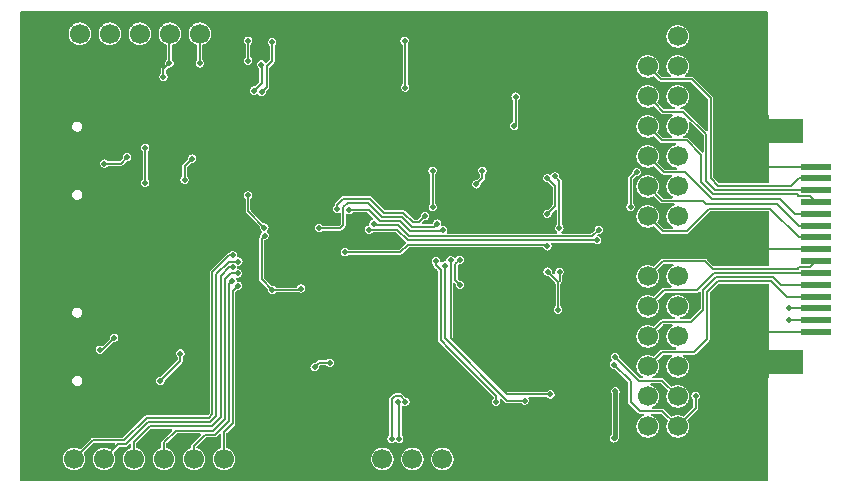
<source format=gbl>
%FSLAX46Y46*%
%MOMM*%
%ADD10C,0.200000*%
%ADD11C,0.400000*%
%AMPS14*
21,1,2.900000,2.000000,0.000000,0.000000,180.000000*
%
%ADD14PS14*%
%AMPS13*
21,1,2.540000,0.500000,0.000000,0.000000,180.000000*
%
%ADD13PS13*%
%AMPS15*
1,1,1.700000,0.000000,0.000000*
%
%ADD15PS15*%
%AMPS12*
1,1,1.700000,0.000000,0.000000*
%
%ADD12PS12*%
%AMPS16*
1,1,1.700000,0.000000,0.000000*
%
%ADD16PS16*%
%AMPS17*
1,1,0.500000,0.000000,0.000000*
%
%ADD17PS17*%
G01*
%LPD*%
G36*
X-3210000Y-19890000D02*
X-3170996Y-19882080D01*
X-3138171Y-19859575D01*
X-3116723Y-19826048D01*
X-3110000Y-19790000D01*
X-3110000Y-11265617D01*
X-3085476Y-11189018D01*
X-3040179Y-11155203D01*
X-3013662Y-11125524D01*
X-3000000Y-11075069D01*
X-3000000Y-3255020D01*
X-3007920Y-3216016D01*
X-3030425Y-3183191D01*
X-3063952Y-3161743D01*
X-3100000Y-3155020D01*
X-7209710Y-3155020D01*
X-7248714Y-3162940D01*
X-7280421Y-3184309D01*
X-7991701Y-3895589D01*
X-8013680Y-3928769D01*
X-8020990Y-3966300D01*
X-8020990Y-7839525D01*
X-8021737Y-7854725D01*
X-8022936Y-7866906D01*
X-8028859Y-7896681D01*
X-8031699Y-7906043D01*
X-8043315Y-7934087D01*
X-8047923Y-7942708D01*
X-8064795Y-7967958D01*
X-8071116Y-7975660D01*
X-8081948Y-7986574D01*
X-8084412Y-7990324D01*
X-9195360Y-9101272D01*
X-9199415Y-9104041D01*
X-9210329Y-9114873D01*
X-9218031Y-9121194D01*
X-9243281Y-9138066D01*
X-9251902Y-9142674D01*
X-9279946Y-9154290D01*
X-9289305Y-9157129D01*
X-9319086Y-9163054D01*
X-9331266Y-9164254D01*
X-9346449Y-9165000D01*
X-10173090Y-9165000D01*
X-10212094Y-9172920D01*
X-10244919Y-9195425D01*
X-10266367Y-9228952D01*
X-10273039Y-9268188D01*
X-10263880Y-9306919D01*
X-10224501Y-9350772D01*
X-10205893Y-9361926D01*
X-10193254Y-9370371D01*
X-10130183Y-9417148D01*
X-10118434Y-9426790D01*
X-10060272Y-9479505D01*
X-10049505Y-9490272D01*
X-9996790Y-9548434D01*
X-9987148Y-9560183D01*
X-9940371Y-9623254D01*
X-9931936Y-9635878D01*
X-9891563Y-9703234D01*
X-9884396Y-9716644D01*
X-9850832Y-9787610D01*
X-9845014Y-9801657D01*
X-9818567Y-9875570D01*
X-9814152Y-9890126D01*
X-9795076Y-9966281D01*
X-9792112Y-9981183D01*
X-9780588Y-10058869D01*
X-9779100Y-10073967D01*
X-9775247Y-10152405D01*
X-9775247Y-10167595D01*
X-9779100Y-10246033D01*
X-9780588Y-10261131D01*
X-9792112Y-10338817D01*
X-9795076Y-10353719D01*
X-9814152Y-10429874D01*
X-9818567Y-10444430D01*
X-9845014Y-10518343D01*
X-9850832Y-10532390D01*
X-9884396Y-10603356D01*
X-9891563Y-10616766D01*
X-9931936Y-10684122D01*
X-9940371Y-10696746D01*
X-9987148Y-10759817D01*
X-9996790Y-10771566D01*
X-10049505Y-10829728D01*
X-10060272Y-10840495D01*
X-10118434Y-10893210D01*
X-10130183Y-10902852D01*
X-10193254Y-10949629D01*
X-10205878Y-10958064D01*
X-10273234Y-10998437D01*
X-10286644Y-11005604D01*
X-10357610Y-11039168D01*
X-10371657Y-11044986D01*
X-10445570Y-11071433D01*
X-10460126Y-11075848D01*
X-10536281Y-11094924D01*
X-10551183Y-11097888D01*
X-10628869Y-11109412D01*
X-10643967Y-11110900D01*
X-10722405Y-11114753D01*
X-10737595Y-11114753D01*
X-10816033Y-11110900D01*
X-10831131Y-11109412D01*
X-10908817Y-11097888D01*
X-10923719Y-11094924D01*
X-10999874Y-11075848D01*
X-11014430Y-11071433D01*
X-11088343Y-11044986D01*
X-11102390Y-11039168D01*
X-11173356Y-11005604D01*
X-11186766Y-10998437D01*
X-11254122Y-10958064D01*
X-11266746Y-10949629D01*
X-11329817Y-10902852D01*
X-11341566Y-10893210D01*
X-11399728Y-10840495D01*
X-11410495Y-10829728D01*
X-11463210Y-10771566D01*
X-11472852Y-10759817D01*
X-11519629Y-10696746D01*
X-11528064Y-10684122D01*
X-11568437Y-10616766D01*
X-11575604Y-10603356D01*
X-11609168Y-10532390D01*
X-11614986Y-10518343D01*
X-11641433Y-10444430D01*
X-11645848Y-10429874D01*
X-11664924Y-10353719D01*
X-11667888Y-10338817D01*
X-11679412Y-10261131D01*
X-11680900Y-10246033D01*
X-11684753Y-10167595D01*
X-11684753Y-10152405D01*
X-11680900Y-10073967D01*
X-11679412Y-10058869D01*
X-11667888Y-9981183D01*
X-11664924Y-9966281D01*
X-11645848Y-9890126D01*
X-11641433Y-9875570D01*
X-11614986Y-9801657D01*
X-11609168Y-9787610D01*
X-11575604Y-9716644D01*
X-11568437Y-9703234D01*
X-11528064Y-9635878D01*
X-11519629Y-9623254D01*
X-11472852Y-9560183D01*
X-11463210Y-9548434D01*
X-11410495Y-9490272D01*
X-11399728Y-9479505D01*
X-11341566Y-9426790D01*
X-11329817Y-9417148D01*
X-11266746Y-9370371D01*
X-11254107Y-9361926D01*
X-11235499Y-9350772D01*
X-11206116Y-9323927D01*
X-11189532Y-9287748D01*
X-11188372Y-9247965D01*
X-11202820Y-9210881D01*
X-11230588Y-9182369D01*
X-11286910Y-9165000D01*
X-11943666Y-9165000D01*
X-11982670Y-9172920D01*
X-12014377Y-9194289D01*
X-12411083Y-9590995D01*
X-12433062Y-9624175D01*
X-12440359Y-9663300D01*
X-12428563Y-9708848D01*
X-12424395Y-9716646D01*
X-12390832Y-9787610D01*
X-12385014Y-9801657D01*
X-12358567Y-9875570D01*
X-12354152Y-9890126D01*
X-12335076Y-9966281D01*
X-12332112Y-9981183D01*
X-12320588Y-10058869D01*
X-12319100Y-10073967D01*
X-12315247Y-10152405D01*
X-12315247Y-10167595D01*
X-12319100Y-10246033D01*
X-12320588Y-10261131D01*
X-12332112Y-10338817D01*
X-12335076Y-10353719D01*
X-12354152Y-10429874D01*
X-12358567Y-10444430D01*
X-12385014Y-10518343D01*
X-12390832Y-10532390D01*
X-12424396Y-10603356D01*
X-12431563Y-10616766D01*
X-12471936Y-10684122D01*
X-12480371Y-10696746D01*
X-12527148Y-10759817D01*
X-12536790Y-10771566D01*
X-12589505Y-10829728D01*
X-12600272Y-10840495D01*
X-12658434Y-10893210D01*
X-12670183Y-10902852D01*
X-12733254Y-10949629D01*
X-12745878Y-10958064D01*
X-12813234Y-10998437D01*
X-12813929Y-10998808D01*
X-12814127Y-10998972D01*
X-12815332Y-10999694D01*
X-12815222Y-10999878D01*
X-12844594Y-11024179D01*
X-12862934Y-11059501D01*
X-12866045Y-11099179D01*
X-12853433Y-11136928D01*
X-12827098Y-11166768D01*
X-12791209Y-11183972D01*
X-12766789Y-11187000D01*
X-12040465Y-11187000D01*
X-12025265Y-11187747D01*
X-12013093Y-11188945D01*
X-11983298Y-11194872D01*
X-11973946Y-11197709D01*
X-11945902Y-11209325D01*
X-11937281Y-11213933D01*
X-11912031Y-11230805D01*
X-11904505Y-11236981D01*
X-11893796Y-11247707D01*
X-11889590Y-11250498D01*
X-11299005Y-11841083D01*
X-11265825Y-11863062D01*
X-11226700Y-11870359D01*
X-11181152Y-11858563D01*
X-11173354Y-11854395D01*
X-11102390Y-11820832D01*
X-11088343Y-11815014D01*
X-11014430Y-11788567D01*
X-10999874Y-11784152D01*
X-10923719Y-11765076D01*
X-10908817Y-11762112D01*
X-10831131Y-11750588D01*
X-10816033Y-11749100D01*
X-10737595Y-11745247D01*
X-10722405Y-11745247D01*
X-10643967Y-11749100D01*
X-10628869Y-11750588D01*
X-10551183Y-11762112D01*
X-10536281Y-11765076D01*
X-10460126Y-11784152D01*
X-10445570Y-11788567D01*
X-10371657Y-11815014D01*
X-10357610Y-11820832D01*
X-10286644Y-11854396D01*
X-10273234Y-11861563D01*
X-10205878Y-11901936D01*
X-10193254Y-11910371D01*
X-10130183Y-11957148D01*
X-10118434Y-11966790D01*
X-10060272Y-12019505D01*
X-10049505Y-12030272D01*
X-9996790Y-12088434D01*
X-9987148Y-12100183D01*
X-9940371Y-12163254D01*
X-9931936Y-12175878D01*
X-9891563Y-12243234D01*
X-9884396Y-12256644D01*
X-9850832Y-12327610D01*
X-9845014Y-12341657D01*
X-9818567Y-12415570D01*
X-9814152Y-12430126D01*
X-9795076Y-12506281D01*
X-9792112Y-12521183D01*
X-9780588Y-12598869D01*
X-9779100Y-12613967D01*
X-9775247Y-12692405D01*
X-9775247Y-12707595D01*
X-9779100Y-12786033D01*
X-9780588Y-12801131D01*
X-9792112Y-12878817D01*
X-9795076Y-12893719D01*
X-9814152Y-12969874D01*
X-9818567Y-12984430D01*
X-9845014Y-13058343D01*
X-9850832Y-13072390D01*
X-9884396Y-13143356D01*
X-9891563Y-13156766D01*
X-9931936Y-13224122D01*
X-9940371Y-13236746D01*
X-9987148Y-13299817D01*
X-9996790Y-13311566D01*
X-10049505Y-13369728D01*
X-10060272Y-13380495D01*
X-10118434Y-13433210D01*
X-10130183Y-13442852D01*
X-10193254Y-13489629D01*
X-10205878Y-13498064D01*
X-10273234Y-13538437D01*
X-10286644Y-13545604D01*
X-10357610Y-13579168D01*
X-10371657Y-13584986D01*
X-10445570Y-13611433D01*
X-10460126Y-13615848D01*
X-10536281Y-13634924D01*
X-10551183Y-13637888D01*
X-10628869Y-13649412D01*
X-10643967Y-13650900D01*
X-10722405Y-13654753D01*
X-10737595Y-13654753D01*
X-10816033Y-13650900D01*
X-10831131Y-13649412D01*
X-10908817Y-13637888D01*
X-10923719Y-13634924D01*
X-10999874Y-13615848D01*
X-11014430Y-13611433D01*
X-11088343Y-13584986D01*
X-11102390Y-13579168D01*
X-11173356Y-13545604D01*
X-11186766Y-13538437D01*
X-11254122Y-13498064D01*
X-11266746Y-13489629D01*
X-11329817Y-13442852D01*
X-11341566Y-13433210D01*
X-11399728Y-13380495D01*
X-11410495Y-13369728D01*
X-11463210Y-13311566D01*
X-11472852Y-13299817D01*
X-11519629Y-13236746D01*
X-11528064Y-13224122D01*
X-11568437Y-13156766D01*
X-11575604Y-13143356D01*
X-11609168Y-13072390D01*
X-11614986Y-13058343D01*
X-11641433Y-12984430D01*
X-11645848Y-12969874D01*
X-11664924Y-12893719D01*
X-11667888Y-12878817D01*
X-11679412Y-12801131D01*
X-11680900Y-12786033D01*
X-11684753Y-12707595D01*
X-11684753Y-12692405D01*
X-11680900Y-12613967D01*
X-11679412Y-12598869D01*
X-11667888Y-12521183D01*
X-11664924Y-12506281D01*
X-11645848Y-12430126D01*
X-11641433Y-12415570D01*
X-11614986Y-12341657D01*
X-11609168Y-12327610D01*
X-11575605Y-12256646D01*
X-11571437Y-12248848D01*
X-11560035Y-12210716D01*
X-11564408Y-12171158D01*
X-11588917Y-12130995D01*
X-12093623Y-11626289D01*
X-12126803Y-11604310D01*
X-12164334Y-11597000D01*
X-12944652Y-11597000D01*
X-12983656Y-11604920D01*
X-13016481Y-11627425D01*
X-13037929Y-11660952D01*
X-13044601Y-11700188D01*
X-13035442Y-11738919D01*
X-13011901Y-11771010D01*
X-12978341Y-11791154D01*
X-12911657Y-11815014D01*
X-12897610Y-11820832D01*
X-12826644Y-11854396D01*
X-12813234Y-11861563D01*
X-12745878Y-11901936D01*
X-12733254Y-11910371D01*
X-12670183Y-11957148D01*
X-12658434Y-11966790D01*
X-12600272Y-12019505D01*
X-12589505Y-12030272D01*
X-12536790Y-12088434D01*
X-12527148Y-12100183D01*
X-12480371Y-12163254D01*
X-12471936Y-12175878D01*
X-12431563Y-12243234D01*
X-12424396Y-12256644D01*
X-12390832Y-12327610D01*
X-12385014Y-12341657D01*
X-12358567Y-12415570D01*
X-12354152Y-12430126D01*
X-12335076Y-12506281D01*
X-12332112Y-12521183D01*
X-12320588Y-12598869D01*
X-12319100Y-12613967D01*
X-12315247Y-12692405D01*
X-12315247Y-12707595D01*
X-12319100Y-12786033D01*
X-12320588Y-12801131D01*
X-12332112Y-12878817D01*
X-12335076Y-12893719D01*
X-12354152Y-12969874D01*
X-12358567Y-12984430D01*
X-12385014Y-13058343D01*
X-12390832Y-13072390D01*
X-12424396Y-13143356D01*
X-12431563Y-13156766D01*
X-12471936Y-13224122D01*
X-12480371Y-13236746D01*
X-12527148Y-13299817D01*
X-12536790Y-13311566D01*
X-12589505Y-13369728D01*
X-12600272Y-13380495D01*
X-12658434Y-13433210D01*
X-12670183Y-13442852D01*
X-12733254Y-13489629D01*
X-12745878Y-13498064D01*
X-12813234Y-13538437D01*
X-12826644Y-13545604D01*
X-12849895Y-13556601D01*
X-12881767Y-13580436D01*
X-12901819Y-13614815D01*
X-12906874Y-13654292D01*
X-12896131Y-13692615D01*
X-12871291Y-13723711D01*
X-12836290Y-13742657D01*
X-12807140Y-13747000D01*
X-12020465Y-13747000D01*
X-12005265Y-13747747D01*
X-11993093Y-13748945D01*
X-11963298Y-13754872D01*
X-11953946Y-13757709D01*
X-11925902Y-13769325D01*
X-11917281Y-13773933D01*
X-11892031Y-13790805D01*
X-11884505Y-13796981D01*
X-11873796Y-13807707D01*
X-11869590Y-13810498D01*
X-11299005Y-14381083D01*
X-11265825Y-14403062D01*
X-11226700Y-14410359D01*
X-11181152Y-14398563D01*
X-11173354Y-14394395D01*
X-11102390Y-14360832D01*
X-11088343Y-14355014D01*
X-11014430Y-14328567D01*
X-10999874Y-14324152D01*
X-10923719Y-14305076D01*
X-10908817Y-14302112D01*
X-10831131Y-14290588D01*
X-10816033Y-14289100D01*
X-10737595Y-14285247D01*
X-10722405Y-14285247D01*
X-10643967Y-14289100D01*
X-10628869Y-14290588D01*
X-10551183Y-14302112D01*
X-10536281Y-14305076D01*
X-10460126Y-14324152D01*
X-10445570Y-14328567D01*
X-10371657Y-14355014D01*
X-10357610Y-14360832D01*
X-10286646Y-14394395D01*
X-10278848Y-14398563D01*
X-10240716Y-14409965D01*
X-10201158Y-14405592D01*
X-10160995Y-14381083D01*
X-9450289Y-13670377D01*
X-9428310Y-13637197D01*
X-9421000Y-13599666D01*
X-9421000Y-13009232D01*
X-9428920Y-12970228D01*
X-9453845Y-12935136D01*
X-9461467Y-12928228D01*
X-9472230Y-12917465D01*
X-9485404Y-12902930D01*
X-9495045Y-12891183D01*
X-9506743Y-12875409D01*
X-9515194Y-12862762D01*
X-9525279Y-12845936D01*
X-9532449Y-12832523D01*
X-9540841Y-12814779D01*
X-9546655Y-12800740D01*
X-9553269Y-12782258D01*
X-9557686Y-12767697D01*
X-9562454Y-12748661D01*
X-9565416Y-12733771D01*
X-9568301Y-12714323D01*
X-9569789Y-12699223D01*
X-9570753Y-12679595D01*
X-9570753Y-12664405D01*
X-9569789Y-12644777D01*
X-9568301Y-12629677D01*
X-9565416Y-12610229D01*
X-9562454Y-12595339D01*
X-9557686Y-12576303D01*
X-9553269Y-12561742D01*
X-9546655Y-12543260D01*
X-9540841Y-12529221D01*
X-9532449Y-12511477D01*
X-9525279Y-12498064D01*
X-9515194Y-12481238D01*
X-9506743Y-12468591D01*
X-9495045Y-12452817D01*
X-9485404Y-12441070D01*
X-9472230Y-12426535D01*
X-9461465Y-12415770D01*
X-9446930Y-12402596D01*
X-9435183Y-12392955D01*
X-9419409Y-12381257D01*
X-9406762Y-12372806D01*
X-9389936Y-12362721D01*
X-9376523Y-12355551D01*
X-9358779Y-12347159D01*
X-9344740Y-12341345D01*
X-9326258Y-12334731D01*
X-9311697Y-12330314D01*
X-9292661Y-12325546D01*
X-9277771Y-12322584D01*
X-9258323Y-12319699D01*
X-9243223Y-12318211D01*
X-9223595Y-12317247D01*
X-9208405Y-12317247D01*
X-9188777Y-12318211D01*
X-9173677Y-12319699D01*
X-9154229Y-12322584D01*
X-9139339Y-12325546D01*
X-9120303Y-12330314D01*
X-9105742Y-12334731D01*
X-9087260Y-12341345D01*
X-9073221Y-12347159D01*
X-9055477Y-12355551D01*
X-9042064Y-12362721D01*
X-9025238Y-12372806D01*
X-9012591Y-12381257D01*
X-8996817Y-12392955D01*
X-8985070Y-12402596D01*
X-8970535Y-12415770D01*
X-8959770Y-12426535D01*
X-8946596Y-12441070D01*
X-8936955Y-12452817D01*
X-8925257Y-12468591D01*
X-8916806Y-12481238D01*
X-8906721Y-12498064D01*
X-8899551Y-12511477D01*
X-8891159Y-12529221D01*
X-8885345Y-12543260D01*
X-8878731Y-12561742D01*
X-8874314Y-12576303D01*
X-8869546Y-12595339D01*
X-8866584Y-12610229D01*
X-8863699Y-12629677D01*
X-8862211Y-12644777D01*
X-8861247Y-12664405D01*
X-8861247Y-12679595D01*
X-8862211Y-12699223D01*
X-8863699Y-12714323D01*
X-8866584Y-12733771D01*
X-8869546Y-12748661D01*
X-8874314Y-12767697D01*
X-8878731Y-12782258D01*
X-8885345Y-12800740D01*
X-8891159Y-12814779D01*
X-8899551Y-12832523D01*
X-8906721Y-12845936D01*
X-8916806Y-12862762D01*
X-8925257Y-12875409D01*
X-8936955Y-12891183D01*
X-8946596Y-12902930D01*
X-8959770Y-12917465D01*
X-8970533Y-12928228D01*
X-8978155Y-12935136D01*
X-9001736Y-12967197D01*
X-9011000Y-13009232D01*
X-9011000Y-13723535D01*
X-9011747Y-13738735D01*
X-9012946Y-13750916D01*
X-9018869Y-13780691D01*
X-9021709Y-13790053D01*
X-9033325Y-13818097D01*
X-9037933Y-13826718D01*
X-9054805Y-13851968D01*
X-9061126Y-13859670D01*
X-9071958Y-13870584D01*
X-9074422Y-13874334D01*
X-9871083Y-14670995D01*
X-9893062Y-14704175D01*
X-9900359Y-14743300D01*
X-9888563Y-14788848D01*
X-9884395Y-14796646D01*
X-9850832Y-14867610D01*
X-9845014Y-14881657D01*
X-9818567Y-14955570D01*
X-9814152Y-14970126D01*
X-9795076Y-15046281D01*
X-9792112Y-15061183D01*
X-9780588Y-15138869D01*
X-9779100Y-15153967D01*
X-9775247Y-15232405D01*
X-9775247Y-15247595D01*
X-9779100Y-15326033D01*
X-9780588Y-15341131D01*
X-9792112Y-15418817D01*
X-9795076Y-15433719D01*
X-9814152Y-15509874D01*
X-9818567Y-15524430D01*
X-9845014Y-15598343D01*
X-9850832Y-15612390D01*
X-9884396Y-15683356D01*
X-9891563Y-15696766D01*
X-9931936Y-15764122D01*
X-9940371Y-15776746D01*
X-9987148Y-15839817D01*
X-9996790Y-15851566D01*
X-10049505Y-15909728D01*
X-10060272Y-15920495D01*
X-10118434Y-15973210D01*
X-10130183Y-15982852D01*
X-10193254Y-16029629D01*
X-10205878Y-16038064D01*
X-10273234Y-16078437D01*
X-10286644Y-16085604D01*
X-10357610Y-16119168D01*
X-10371657Y-16124986D01*
X-10445570Y-16151433D01*
X-10460126Y-16155848D01*
X-10536281Y-16174924D01*
X-10551183Y-16177888D01*
X-10628869Y-16189412D01*
X-10643967Y-16190900D01*
X-10722405Y-16194753D01*
X-10737595Y-16194753D01*
X-10816033Y-16190900D01*
X-10831131Y-16189412D01*
X-10908817Y-16177888D01*
X-10923719Y-16174924D01*
X-10999874Y-16155848D01*
X-11014430Y-16151433D01*
X-11088343Y-16124986D01*
X-11102390Y-16119168D01*
X-11173356Y-16085604D01*
X-11186766Y-16078437D01*
X-11254122Y-16038064D01*
X-11266746Y-16029629D01*
X-11329817Y-15982852D01*
X-11341566Y-15973210D01*
X-11399728Y-15920495D01*
X-11410495Y-15909728D01*
X-11463210Y-15851566D01*
X-11472852Y-15839817D01*
X-11519629Y-15776746D01*
X-11528064Y-15764122D01*
X-11568437Y-15696766D01*
X-11575604Y-15683356D01*
X-11609168Y-15612390D01*
X-11614986Y-15598343D01*
X-11641433Y-15524430D01*
X-11645848Y-15509874D01*
X-11664924Y-15433719D01*
X-11667888Y-15418817D01*
X-11679412Y-15341131D01*
X-11680900Y-15326033D01*
X-11684753Y-15247595D01*
X-11684753Y-15232405D01*
X-11680900Y-15153967D01*
X-11679412Y-15138869D01*
X-11667888Y-15061183D01*
X-11664924Y-15046281D01*
X-11645848Y-14970126D01*
X-11641433Y-14955570D01*
X-11614986Y-14881657D01*
X-11609168Y-14867610D01*
X-11575605Y-14796646D01*
X-11571437Y-14788848D01*
X-11560035Y-14750716D01*
X-11564408Y-14711158D01*
X-11588917Y-14670995D01*
X-12073623Y-14186289D01*
X-12106803Y-14164310D01*
X-12144334Y-14157000D01*
X-12888756Y-14157000D01*
X-12927760Y-14164920D01*
X-12960585Y-14187425D01*
X-12982033Y-14220952D01*
X-12988705Y-14260188D01*
X-12979546Y-14298919D01*
X-12956005Y-14331010D01*
X-12922446Y-14351154D01*
X-12911651Y-14355017D01*
X-12897610Y-14360832D01*
X-12826644Y-14394396D01*
X-12813234Y-14401563D01*
X-12745878Y-14441936D01*
X-12733254Y-14450371D01*
X-12670183Y-14497148D01*
X-12658434Y-14506790D01*
X-12600272Y-14559505D01*
X-12589505Y-14570272D01*
X-12536790Y-14628434D01*
X-12527148Y-14640183D01*
X-12480371Y-14703254D01*
X-12471936Y-14715878D01*
X-12431563Y-14783234D01*
X-12424396Y-14796644D01*
X-12390832Y-14867610D01*
X-12385014Y-14881657D01*
X-12358567Y-14955570D01*
X-12354152Y-14970126D01*
X-12335076Y-15046281D01*
X-12332112Y-15061183D01*
X-12320588Y-15138869D01*
X-12319100Y-15153967D01*
X-12315247Y-15232405D01*
X-12315247Y-15247595D01*
X-12319100Y-15326033D01*
X-12320588Y-15341131D01*
X-12332112Y-15418817D01*
X-12335076Y-15433719D01*
X-12354152Y-15509874D01*
X-12358567Y-15524430D01*
X-12385014Y-15598343D01*
X-12390832Y-15612390D01*
X-12424396Y-15683356D01*
X-12431563Y-15696766D01*
X-12471936Y-15764122D01*
X-12480371Y-15776746D01*
X-12527148Y-15839817D01*
X-12536790Y-15851566D01*
X-12589505Y-15909728D01*
X-12600272Y-15920495D01*
X-12658434Y-15973210D01*
X-12670183Y-15982852D01*
X-12733254Y-16029629D01*
X-12745878Y-16038064D01*
X-12813234Y-16078437D01*
X-12826644Y-16085604D01*
X-12897610Y-16119168D01*
X-12911657Y-16124986D01*
X-12985570Y-16151433D01*
X-13000126Y-16155848D01*
X-13076281Y-16174924D01*
X-13091183Y-16177888D01*
X-13168869Y-16189412D01*
X-13183967Y-16190900D01*
X-13262405Y-16194753D01*
X-13277595Y-16194753D01*
X-13356033Y-16190900D01*
X-13371131Y-16189412D01*
X-13448817Y-16177888D01*
X-13463719Y-16174924D01*
X-13539874Y-16155848D01*
X-13554430Y-16151433D01*
X-13628343Y-16124986D01*
X-13642390Y-16119168D01*
X-13713356Y-16085604D01*
X-13726766Y-16078437D01*
X-13794122Y-16038064D01*
X-13806746Y-16029629D01*
X-13869817Y-15982852D01*
X-13881566Y-15973210D01*
X-13939728Y-15920495D01*
X-13950495Y-15909728D01*
X-14003210Y-15851566D01*
X-14012852Y-15839817D01*
X-14059629Y-15776746D01*
X-14068064Y-15764122D01*
X-14108437Y-15696766D01*
X-14115604Y-15683356D01*
X-14149168Y-15612390D01*
X-14154986Y-15598343D01*
X-14181433Y-15524430D01*
X-14185848Y-15509874D01*
X-14204924Y-15433719D01*
X-14207888Y-15418817D01*
X-14219412Y-15341131D01*
X-14220900Y-15326033D01*
X-14224753Y-15247595D01*
X-14224753Y-15232405D01*
X-14220900Y-15153967D01*
X-14219412Y-15138869D01*
X-14207888Y-15061183D01*
X-14204924Y-15046281D01*
X-14185848Y-14970126D01*
X-14181433Y-14955570D01*
X-14154986Y-14881657D01*
X-14149168Y-14867610D01*
X-14115604Y-14796644D01*
X-14108437Y-14783234D01*
X-14068064Y-14715878D01*
X-14059629Y-14703254D01*
X-14012852Y-14640183D01*
X-14003210Y-14628434D01*
X-13950495Y-14570272D01*
X-13939728Y-14559505D01*
X-13881566Y-14506790D01*
X-13869817Y-14497148D01*
X-13806746Y-14450371D01*
X-13794122Y-14441936D01*
X-13726766Y-14401563D01*
X-13713356Y-14394396D01*
X-13642390Y-14360832D01*
X-13628349Y-14355017D01*
X-13617554Y-14351154D01*
X-13583499Y-14330557D01*
X-13560175Y-14298308D01*
X-13551276Y-14259517D01*
X-13558212Y-14220326D01*
X-13579884Y-14186945D01*
X-13612860Y-14164660D01*
X-13651244Y-14157000D01*
X-13949552Y-14157000D01*
X-13964735Y-14156254D01*
X-13976912Y-14155054D01*
X-14006695Y-14149129D01*
X-14016053Y-14146290D01*
X-14044097Y-14134674D01*
X-14052718Y-14130066D01*
X-14077968Y-14113194D01*
X-14087419Y-14105438D01*
X-14098685Y-14095227D01*
X-14863227Y-13330685D01*
X-14873438Y-13319419D01*
X-14881194Y-13309968D01*
X-14898066Y-13284718D01*
X-14902674Y-13276097D01*
X-14914290Y-13248053D01*
X-14917129Y-13238695D01*
X-14923054Y-13208912D01*
X-14924254Y-13196735D01*
X-14925000Y-13181552D01*
X-14925000Y-11561213D01*
X-14932920Y-11522209D01*
X-14954289Y-11490502D01*
X-16041372Y-10403419D01*
X-16074552Y-10381440D01*
X-16116994Y-10374251D01*
X-16127265Y-10374756D01*
X-16142471Y-10374756D01*
X-16162099Y-10373792D01*
X-16177199Y-10372304D01*
X-16196647Y-10369419D01*
X-16211537Y-10366457D01*
X-16230573Y-10361689D01*
X-16245134Y-10357272D01*
X-16263616Y-10350658D01*
X-16277655Y-10344844D01*
X-16295399Y-10336452D01*
X-16308812Y-10329282D01*
X-16325638Y-10319197D01*
X-16338285Y-10310746D01*
X-16354059Y-10299048D01*
X-16365806Y-10289407D01*
X-16380341Y-10276233D01*
X-16391106Y-10265468D01*
X-16404280Y-10250933D01*
X-16413921Y-10239186D01*
X-16425619Y-10223412D01*
X-16434070Y-10210765D01*
X-16444155Y-10193939D01*
X-16451325Y-10180526D01*
X-16459717Y-10162782D01*
X-16465531Y-10148743D01*
X-16472145Y-10130261D01*
X-16476562Y-10115700D01*
X-16481330Y-10096664D01*
X-16484292Y-10081774D01*
X-16487177Y-10062326D01*
X-16488665Y-10047226D01*
X-16489629Y-10027598D01*
X-16489629Y-10012408D01*
X-16488665Y-9992780D01*
X-16487177Y-9977680D01*
X-16484292Y-9958232D01*
X-16481330Y-9943342D01*
X-16476562Y-9924306D01*
X-16472145Y-9909745D01*
X-16465531Y-9891263D01*
X-16459717Y-9877224D01*
X-16451325Y-9859480D01*
X-16444155Y-9846067D01*
X-16434070Y-9829241D01*
X-16425619Y-9816594D01*
X-16413921Y-9800820D01*
X-16404280Y-9789073D01*
X-16391106Y-9774538D01*
X-16380341Y-9763773D01*
X-16365806Y-9750599D01*
X-16354059Y-9740958D01*
X-16338285Y-9729260D01*
X-16330834Y-9724281D01*
X-16302804Y-9696027D01*
X-16288014Y-9659077D01*
X-16288807Y-9619286D01*
X-16303244Y-9585576D01*
X-16312125Y-9572285D01*
X-16322204Y-9555469D01*
X-16329374Y-9542056D01*
X-16337766Y-9524312D01*
X-16343580Y-9510273D01*
X-16350194Y-9491791D01*
X-16354611Y-9477230D01*
X-16359379Y-9458194D01*
X-16362341Y-9443304D01*
X-16365226Y-9423856D01*
X-16366714Y-9408756D01*
X-16367678Y-9389128D01*
X-16367678Y-9373938D01*
X-16366714Y-9354310D01*
X-16365226Y-9339210D01*
X-16362341Y-9319762D01*
X-16359379Y-9304872D01*
X-16354611Y-9285836D01*
X-16350194Y-9271275D01*
X-16343580Y-9252793D01*
X-16337766Y-9238754D01*
X-16329374Y-9221010D01*
X-16322204Y-9207597D01*
X-16312119Y-9190771D01*
X-16303668Y-9178124D01*
X-16291970Y-9162350D01*
X-16282329Y-9150603D01*
X-16269155Y-9136068D01*
X-16258390Y-9125303D01*
X-16243855Y-9112129D01*
X-16232108Y-9102488D01*
X-16216334Y-9090790D01*
X-16203687Y-9082339D01*
X-16186861Y-9072254D01*
X-16173448Y-9065084D01*
X-16155704Y-9056692D01*
X-16141665Y-9050878D01*
X-16123183Y-9044264D01*
X-16108622Y-9039847D01*
X-16089586Y-9035079D01*
X-16074696Y-9032117D01*
X-16055248Y-9029232D01*
X-16040148Y-9027744D01*
X-16020520Y-9026780D01*
X-16005330Y-9026780D01*
X-15985702Y-9027744D01*
X-15970602Y-9029232D01*
X-15951154Y-9032117D01*
X-15936264Y-9035079D01*
X-15917228Y-9039847D01*
X-15902667Y-9044264D01*
X-15884185Y-9050878D01*
X-15870146Y-9056692D01*
X-15852402Y-9065084D01*
X-15838989Y-9072254D01*
X-15822163Y-9082339D01*
X-15809516Y-9090790D01*
X-15793742Y-9102488D01*
X-15781995Y-9112129D01*
X-15767460Y-9125303D01*
X-15756695Y-9136068D01*
X-15743521Y-9150603D01*
X-15733880Y-9162350D01*
X-15722182Y-9178124D01*
X-15713731Y-9190771D01*
X-15703646Y-9207597D01*
X-15696476Y-9221010D01*
X-15688084Y-9238754D01*
X-15682270Y-9252793D01*
X-15675656Y-9271275D01*
X-15671239Y-9285836D01*
X-15666471Y-9304872D01*
X-15663509Y-9319762D01*
X-15660624Y-9339210D01*
X-15659136Y-9354310D01*
X-15658172Y-9373938D01*
X-15658172Y-9389144D01*
X-15658677Y-9399415D01*
X-15652682Y-9438761D01*
X-15629509Y-9475037D01*
X-13946835Y-11157711D01*
X-13913655Y-11179690D01*
X-13876124Y-11187000D01*
X-13773211Y-11187000D01*
X-13734207Y-11179080D01*
X-13701382Y-11156575D01*
X-13679934Y-11123048D01*
X-13673262Y-11083812D01*
X-13682421Y-11045081D01*
X-13705962Y-11012990D01*
X-13724712Y-10999767D01*
X-13724668Y-10999694D01*
X-13725645Y-10999108D01*
X-13726071Y-10998808D01*
X-13726766Y-10998437D01*
X-13794122Y-10958064D01*
X-13806746Y-10949629D01*
X-13869817Y-10902852D01*
X-13881566Y-10893210D01*
X-13939728Y-10840495D01*
X-13950495Y-10829728D01*
X-14003210Y-10771566D01*
X-14012852Y-10759817D01*
X-14059629Y-10696746D01*
X-14068064Y-10684122D01*
X-14108437Y-10616766D01*
X-14115604Y-10603356D01*
X-14149168Y-10532390D01*
X-14154986Y-10518343D01*
X-14181433Y-10444430D01*
X-14185848Y-10429874D01*
X-14204924Y-10353719D01*
X-14207888Y-10338817D01*
X-14219412Y-10261131D01*
X-14220900Y-10246033D01*
X-14224753Y-10167595D01*
X-14224753Y-10152405D01*
X-14220900Y-10073967D01*
X-14219412Y-10058869D01*
X-14207888Y-9981183D01*
X-14204924Y-9966281D01*
X-14185848Y-9890126D01*
X-14181433Y-9875570D01*
X-14154986Y-9801657D01*
X-14149168Y-9787610D01*
X-14115604Y-9716644D01*
X-14108437Y-9703234D01*
X-14068064Y-9635878D01*
X-14059629Y-9623254D01*
X-14012852Y-9560183D01*
X-14003210Y-9548434D01*
X-13950495Y-9490272D01*
X-13939728Y-9479505D01*
X-13881566Y-9426790D01*
X-13869817Y-9417148D01*
X-13806746Y-9370371D01*
X-13794122Y-9361936D01*
X-13726766Y-9321563D01*
X-13713356Y-9314396D01*
X-13642390Y-9280832D01*
X-13628343Y-9275014D01*
X-13554430Y-9248567D01*
X-13539874Y-9244152D01*
X-13463719Y-9225076D01*
X-13448817Y-9222112D01*
X-13371131Y-9210588D01*
X-13356033Y-9209100D01*
X-13277595Y-9205247D01*
X-13262405Y-9205247D01*
X-13183967Y-9209100D01*
X-13168869Y-9210588D01*
X-13091183Y-9222112D01*
X-13076281Y-9225076D01*
X-13000126Y-9244152D01*
X-12985570Y-9248567D01*
X-12911657Y-9275014D01*
X-12897610Y-9280832D01*
X-12826646Y-9314395D01*
X-12818848Y-9318563D01*
X-12780716Y-9329965D01*
X-12741158Y-9325592D01*
X-12700995Y-9301083D01*
X-12218639Y-8818727D01*
X-12214584Y-8815958D01*
X-12203670Y-8805126D01*
X-12195968Y-8798805D01*
X-12170718Y-8781933D01*
X-12162097Y-8777325D01*
X-12134053Y-8765709D01*
X-12124691Y-8762869D01*
X-12094916Y-8756946D01*
X-12082735Y-8755747D01*
X-12067535Y-8755000D01*
X-10933186Y-8755000D01*
X-10894182Y-8747080D01*
X-10861357Y-8724575D01*
X-10839909Y-8691048D01*
X-10833237Y-8651812D01*
X-10842396Y-8613081D01*
X-10865937Y-8580990D01*
X-10913674Y-8556922D01*
X-10923723Y-8554923D01*
X-10999874Y-8535848D01*
X-11014430Y-8531433D01*
X-11088343Y-8504986D01*
X-11102390Y-8499168D01*
X-11173356Y-8465604D01*
X-11186766Y-8458437D01*
X-11254122Y-8418064D01*
X-11266746Y-8409629D01*
X-11329817Y-8362852D01*
X-11341566Y-8353210D01*
X-11399728Y-8300495D01*
X-11410495Y-8289728D01*
X-11463210Y-8231566D01*
X-11472852Y-8219817D01*
X-11519629Y-8156746D01*
X-11528064Y-8144122D01*
X-11568437Y-8076766D01*
X-11575604Y-8063356D01*
X-11609168Y-7992390D01*
X-11614986Y-7978343D01*
X-11641433Y-7904430D01*
X-11645848Y-7889874D01*
X-11664924Y-7813719D01*
X-11667888Y-7798817D01*
X-11679412Y-7721131D01*
X-11680900Y-7706033D01*
X-11684753Y-7627595D01*
X-11684753Y-7612405D01*
X-11680900Y-7533967D01*
X-11679412Y-7518869D01*
X-11667888Y-7441183D01*
X-11664924Y-7426281D01*
X-11645848Y-7350126D01*
X-11641433Y-7335570D01*
X-11614986Y-7261657D01*
X-11609168Y-7247610D01*
X-11575604Y-7176644D01*
X-11568437Y-7163234D01*
X-11528064Y-7095878D01*
X-11519629Y-7083254D01*
X-11472852Y-7020183D01*
X-11463210Y-7008434D01*
X-11410495Y-6950272D01*
X-11399728Y-6939505D01*
X-11341566Y-6886790D01*
X-11329817Y-6877148D01*
X-11266746Y-6830371D01*
X-11254122Y-6821936D01*
X-11202131Y-6790773D01*
X-11172749Y-6763928D01*
X-11156164Y-6727748D01*
X-11155004Y-6687966D01*
X-11169452Y-6650881D01*
X-11197220Y-6622369D01*
X-11253542Y-6605000D01*
X-11923666Y-6605000D01*
X-11962670Y-6612920D01*
X-11994377Y-6634289D01*
X-12411083Y-7050995D01*
X-12433062Y-7084175D01*
X-12440359Y-7123300D01*
X-12428563Y-7168848D01*
X-12424395Y-7176646D01*
X-12390832Y-7247610D01*
X-12385014Y-7261657D01*
X-12358567Y-7335570D01*
X-12354152Y-7350126D01*
X-12335076Y-7426281D01*
X-12332112Y-7441183D01*
X-12320588Y-7518869D01*
X-12319100Y-7533967D01*
X-12315247Y-7612405D01*
X-12315247Y-7627595D01*
X-12319100Y-7706033D01*
X-12320588Y-7721131D01*
X-12332112Y-7798817D01*
X-12335076Y-7813719D01*
X-12354152Y-7889874D01*
X-12358567Y-7904430D01*
X-12385014Y-7978343D01*
X-12390832Y-7992390D01*
X-12424396Y-8063356D01*
X-12431563Y-8076766D01*
X-12471936Y-8144122D01*
X-12480371Y-8156746D01*
X-12527148Y-8219817D01*
X-12536790Y-8231566D01*
X-12589505Y-8289728D01*
X-12600272Y-8300495D01*
X-12658434Y-8353210D01*
X-12670183Y-8362852D01*
X-12733254Y-8409629D01*
X-12745878Y-8418064D01*
X-12813234Y-8458437D01*
X-12826644Y-8465604D01*
X-12897610Y-8499168D01*
X-12911657Y-8504986D01*
X-12985570Y-8531433D01*
X-13000126Y-8535848D01*
X-13076281Y-8554924D01*
X-13091183Y-8557888D01*
X-13168869Y-8569412D01*
X-13183967Y-8570900D01*
X-13262405Y-8574753D01*
X-13277595Y-8574753D01*
X-13356033Y-8570900D01*
X-13371131Y-8569412D01*
X-13448817Y-8557888D01*
X-13463719Y-8554924D01*
X-13539874Y-8535848D01*
X-13554430Y-8531433D01*
X-13628343Y-8504986D01*
X-13642390Y-8499168D01*
X-13713356Y-8465604D01*
X-13726766Y-8458437D01*
X-13794122Y-8418064D01*
X-13806746Y-8409629D01*
X-13869817Y-8362852D01*
X-13881566Y-8353210D01*
X-13939728Y-8300495D01*
X-13950495Y-8289728D01*
X-14003210Y-8231566D01*
X-14012852Y-8219817D01*
X-14059629Y-8156746D01*
X-14068064Y-8144122D01*
X-14108437Y-8076766D01*
X-14115604Y-8063356D01*
X-14149168Y-7992390D01*
X-14154986Y-7978343D01*
X-14181433Y-7904430D01*
X-14185848Y-7889874D01*
X-14204924Y-7813719D01*
X-14207888Y-7798817D01*
X-14219412Y-7721131D01*
X-14220900Y-7706033D01*
X-14224753Y-7627595D01*
X-14224753Y-7612405D01*
X-14220900Y-7533967D01*
X-14219412Y-7518869D01*
X-14207888Y-7441183D01*
X-14204924Y-7426281D01*
X-14185848Y-7350126D01*
X-14181433Y-7335570D01*
X-14154986Y-7261657D01*
X-14149168Y-7247610D01*
X-14115604Y-7176644D01*
X-14108437Y-7163234D01*
X-14068064Y-7095878D01*
X-14059629Y-7083254D01*
X-14012852Y-7020183D01*
X-14003210Y-7008434D01*
X-13950495Y-6950272D01*
X-13939728Y-6939505D01*
X-13881566Y-6886790D01*
X-13869817Y-6877148D01*
X-13806746Y-6830371D01*
X-13794122Y-6821936D01*
X-13726766Y-6781563D01*
X-13713356Y-6774396D01*
X-13642390Y-6740832D01*
X-13628343Y-6735014D01*
X-13554430Y-6708567D01*
X-13539874Y-6704152D01*
X-13463719Y-6685076D01*
X-13448817Y-6682112D01*
X-13371131Y-6670588D01*
X-13356033Y-6669100D01*
X-13277595Y-6665247D01*
X-13262405Y-6665247D01*
X-13183967Y-6669100D01*
X-13168869Y-6670588D01*
X-13091183Y-6682112D01*
X-13076281Y-6685076D01*
X-13000126Y-6704152D01*
X-12985570Y-6708567D01*
X-12911657Y-6735014D01*
X-12897610Y-6740832D01*
X-12826646Y-6774395D01*
X-12818848Y-6778563D01*
X-12780716Y-6789965D01*
X-12741158Y-6785592D01*
X-12700995Y-6761083D01*
X-12198639Y-6258727D01*
X-12194584Y-6255958D01*
X-12183670Y-6245126D01*
X-12175968Y-6238805D01*
X-12150718Y-6221933D01*
X-12142097Y-6217325D01*
X-12114053Y-6205709D01*
X-12104691Y-6202869D01*
X-12074916Y-6196946D01*
X-12062735Y-6195747D01*
X-12047535Y-6195000D01*
X-11015593Y-6195000D01*
X-10976589Y-6187080D01*
X-10943764Y-6164575D01*
X-10922316Y-6131048D01*
X-10915644Y-6091812D01*
X-10924803Y-6053081D01*
X-10948344Y-6020990D01*
X-10991296Y-5997997D01*
X-10999869Y-5995850D01*
X-11014430Y-5991433D01*
X-11088343Y-5964986D01*
X-11102390Y-5959168D01*
X-11173356Y-5925604D01*
X-11186766Y-5918437D01*
X-11254122Y-5878064D01*
X-11266746Y-5869629D01*
X-11329817Y-5822852D01*
X-11341566Y-5813210D01*
X-11399728Y-5760495D01*
X-11410495Y-5749728D01*
X-11463210Y-5691566D01*
X-11472852Y-5679817D01*
X-11519629Y-5616746D01*
X-11528064Y-5604122D01*
X-11568437Y-5536766D01*
X-11575604Y-5523356D01*
X-11609168Y-5452390D01*
X-11614986Y-5438343D01*
X-11641433Y-5364430D01*
X-11645848Y-5349874D01*
X-11664924Y-5273719D01*
X-11667888Y-5258817D01*
X-11679412Y-5181131D01*
X-11680900Y-5166033D01*
X-11684753Y-5087595D01*
X-11684753Y-5072405D01*
X-11680900Y-4993967D01*
X-11679412Y-4978869D01*
X-11667888Y-4901183D01*
X-11664924Y-4886281D01*
X-11645848Y-4810126D01*
X-11641433Y-4795570D01*
X-11614986Y-4721657D01*
X-11609168Y-4707610D01*
X-11575604Y-4636644D01*
X-11568437Y-4623234D01*
X-11528064Y-4555878D01*
X-11519629Y-4543254D01*
X-11472852Y-4480183D01*
X-11463210Y-4468434D01*
X-11410495Y-4410272D01*
X-11399728Y-4399505D01*
X-11341566Y-4346790D01*
X-11329817Y-4337148D01*
X-11266746Y-4290371D01*
X-11254122Y-4281936D01*
X-11186766Y-4241563D01*
X-11173356Y-4234396D01*
X-11102390Y-4200832D01*
X-11088343Y-4195014D01*
X-11014430Y-4168567D01*
X-10999874Y-4164152D01*
X-10923719Y-4145076D01*
X-10908817Y-4142112D01*
X-10831131Y-4130588D01*
X-10816033Y-4129100D01*
X-10737595Y-4125247D01*
X-10722405Y-4125247D01*
X-10643967Y-4129100D01*
X-10628869Y-4130588D01*
X-10551183Y-4142112D01*
X-10536281Y-4145076D01*
X-10460126Y-4164152D01*
X-10445570Y-4168567D01*
X-10371657Y-4195014D01*
X-10357610Y-4200832D01*
X-10286644Y-4234396D01*
X-10273234Y-4241563D01*
X-10205878Y-4281936D01*
X-10193254Y-4290371D01*
X-10130183Y-4337148D01*
X-10118434Y-4346790D01*
X-10060272Y-4399505D01*
X-10049505Y-4410272D01*
X-9996790Y-4468434D01*
X-9987148Y-4480183D01*
X-9940371Y-4543254D01*
X-9931936Y-4555878D01*
X-9891563Y-4623234D01*
X-9884396Y-4636644D01*
X-9850832Y-4707610D01*
X-9845014Y-4721657D01*
X-9818567Y-4795570D01*
X-9814152Y-4810126D01*
X-9795076Y-4886281D01*
X-9792112Y-4901183D01*
X-9780588Y-4978869D01*
X-9779100Y-4993967D01*
X-9775247Y-5072405D01*
X-9775247Y-5087595D01*
X-9779100Y-5166033D01*
X-9780588Y-5181131D01*
X-9792112Y-5258817D01*
X-9795076Y-5273719D01*
X-9814152Y-5349874D01*
X-9818567Y-5364430D01*
X-9845014Y-5438343D01*
X-9850832Y-5452390D01*
X-9884396Y-5523356D01*
X-9891563Y-5536766D01*
X-9931936Y-5604122D01*
X-9940371Y-5616746D01*
X-9987148Y-5679817D01*
X-9996790Y-5691566D01*
X-10049505Y-5749728D01*
X-10060272Y-5760495D01*
X-10118434Y-5813210D01*
X-10130183Y-5822852D01*
X-10193254Y-5869629D01*
X-10205878Y-5878064D01*
X-10273234Y-5918437D01*
X-10286644Y-5925604D01*
X-10357610Y-5959168D01*
X-10371657Y-5964986D01*
X-10445570Y-5991433D01*
X-10460131Y-5995850D01*
X-10468704Y-5997997D01*
X-10504615Y-6015156D01*
X-10530988Y-6044963D01*
X-10543647Y-6082695D01*
X-10540586Y-6122377D01*
X-10522291Y-6157722D01*
X-10491659Y-6183132D01*
X-10444407Y-6195000D01*
X-9726334Y-6195000D01*
X-9687330Y-6187080D01*
X-9655623Y-6165711D01*
X-8810289Y-5320377D01*
X-8788310Y-5287197D01*
X-8781000Y-5249666D01*
X-8781000Y-3934986D01*
X-8788920Y-3895982D01*
X-8811425Y-3863157D01*
X-8844952Y-3841709D01*
X-8884188Y-3835037D01*
X-8922919Y-3844196D01*
X-8951443Y-3864008D01*
X-8954334Y-3866878D01*
X-8962031Y-3873194D01*
X-8987281Y-3890066D01*
X-8995902Y-3894674D01*
X-9023946Y-3906290D01*
X-9033305Y-3909129D01*
X-9063086Y-3915054D01*
X-9075266Y-3916254D01*
X-9090449Y-3917000D01*
X-11775666Y-3917000D01*
X-11814670Y-3924920D01*
X-11846377Y-3946289D01*
X-12411083Y-4510995D01*
X-12433062Y-4544175D01*
X-12440359Y-4583300D01*
X-12428563Y-4628848D01*
X-12424395Y-4636646D01*
X-12390832Y-4707610D01*
X-12385014Y-4721657D01*
X-12358567Y-4795570D01*
X-12354152Y-4810126D01*
X-12335076Y-4886281D01*
X-12332112Y-4901183D01*
X-12320588Y-4978869D01*
X-12319100Y-4993967D01*
X-12315247Y-5072405D01*
X-12315247Y-5087595D01*
X-12319100Y-5166033D01*
X-12320588Y-5181131D01*
X-12332112Y-5258817D01*
X-12335076Y-5273719D01*
X-12354152Y-5349874D01*
X-12358567Y-5364430D01*
X-12385014Y-5438343D01*
X-12390832Y-5452390D01*
X-12424396Y-5523356D01*
X-12431563Y-5536766D01*
X-12471936Y-5604122D01*
X-12480371Y-5616746D01*
X-12527148Y-5679817D01*
X-12536790Y-5691566D01*
X-12589505Y-5749728D01*
X-12600272Y-5760495D01*
X-12658434Y-5813210D01*
X-12670183Y-5822852D01*
X-12733254Y-5869629D01*
X-12745878Y-5878064D01*
X-12813234Y-5918437D01*
X-12826644Y-5925604D01*
X-12897610Y-5959168D01*
X-12911657Y-5964986D01*
X-12985570Y-5991433D01*
X-13000126Y-5995848D01*
X-13076281Y-6014924D01*
X-13091183Y-6017888D01*
X-13168869Y-6029412D01*
X-13183967Y-6030900D01*
X-13262405Y-6034753D01*
X-13277595Y-6034753D01*
X-13356033Y-6030900D01*
X-13371131Y-6029412D01*
X-13448817Y-6017888D01*
X-13463719Y-6014924D01*
X-13539874Y-5995848D01*
X-13554430Y-5991433D01*
X-13628343Y-5964986D01*
X-13642390Y-5959168D01*
X-13713356Y-5925604D01*
X-13726766Y-5918437D01*
X-13794122Y-5878064D01*
X-13806746Y-5869629D01*
X-13869817Y-5822852D01*
X-13881566Y-5813210D01*
X-13939728Y-5760495D01*
X-13950495Y-5749728D01*
X-14003210Y-5691566D01*
X-14012852Y-5679817D01*
X-14059629Y-5616746D01*
X-14068064Y-5604122D01*
X-14108437Y-5536766D01*
X-14115604Y-5523356D01*
X-14149168Y-5452390D01*
X-14154986Y-5438343D01*
X-14181433Y-5364430D01*
X-14185848Y-5349874D01*
X-14204924Y-5273719D01*
X-14207888Y-5258817D01*
X-14219412Y-5181131D01*
X-14220900Y-5166033D01*
X-14224753Y-5087595D01*
X-14224753Y-5072405D01*
X-14220900Y-4993967D01*
X-14219412Y-4978869D01*
X-14207888Y-4901183D01*
X-14204924Y-4886281D01*
X-14185848Y-4810126D01*
X-14181433Y-4795570D01*
X-14154986Y-4721657D01*
X-14149168Y-4707610D01*
X-14115604Y-4636644D01*
X-14108437Y-4623234D01*
X-14068064Y-4555878D01*
X-14059629Y-4543254D01*
X-14012852Y-4480183D01*
X-14003210Y-4468434D01*
X-13950495Y-4410272D01*
X-13939728Y-4399505D01*
X-13881566Y-4346790D01*
X-13869817Y-4337148D01*
X-13806746Y-4290371D01*
X-13794122Y-4281936D01*
X-13726766Y-4241563D01*
X-13713356Y-4234396D01*
X-13642390Y-4200832D01*
X-13628343Y-4195014D01*
X-13554430Y-4168567D01*
X-13539874Y-4164152D01*
X-13463719Y-4145076D01*
X-13448817Y-4142112D01*
X-13371131Y-4130588D01*
X-13356033Y-4129100D01*
X-13277595Y-4125247D01*
X-13262405Y-4125247D01*
X-13183967Y-4129100D01*
X-13168869Y-4130588D01*
X-13091183Y-4142112D01*
X-13076281Y-4145076D01*
X-13000126Y-4164152D01*
X-12985570Y-4168567D01*
X-12911657Y-4195014D01*
X-12897610Y-4200832D01*
X-12826646Y-4234395D01*
X-12818848Y-4238563D01*
X-12780716Y-4249965D01*
X-12741158Y-4245592D01*
X-12700995Y-4221083D01*
X-12050639Y-3570727D01*
X-12046584Y-3567958D01*
X-12035670Y-3557126D01*
X-12027968Y-3550805D01*
X-12002718Y-3533933D01*
X-11994097Y-3529325D01*
X-11966053Y-3517709D01*
X-11956691Y-3514869D01*
X-11926916Y-3508946D01*
X-11914735Y-3507747D01*
X-11899535Y-3507000D01*
X-11330294Y-3507000D01*
X-11291290Y-3499080D01*
X-11258465Y-3476575D01*
X-11237017Y-3443048D01*
X-11230345Y-3403812D01*
X-11239504Y-3365081D01*
X-11270724Y-3326680D01*
X-11329804Y-3282862D01*
X-11341566Y-3273210D01*
X-11399728Y-3220495D01*
X-11410495Y-3209728D01*
X-11463210Y-3151566D01*
X-11472852Y-3139817D01*
X-11519629Y-3076746D01*
X-11528064Y-3064122D01*
X-11568437Y-2996766D01*
X-11575604Y-2983356D01*
X-11609168Y-2912390D01*
X-11614986Y-2898343D01*
X-11641433Y-2824430D01*
X-11645848Y-2809874D01*
X-11664924Y-2733719D01*
X-11667888Y-2718817D01*
X-11679412Y-2641131D01*
X-11680900Y-2626033D01*
X-11684753Y-2547595D01*
X-11684753Y-2532405D01*
X-11680900Y-2453967D01*
X-11679412Y-2438869D01*
X-11667888Y-2361183D01*
X-11664924Y-2346281D01*
X-11645848Y-2270126D01*
X-11641433Y-2255570D01*
X-11614986Y-2181657D01*
X-11609168Y-2167610D01*
X-11575604Y-2096644D01*
X-11568437Y-2083234D01*
X-11528064Y-2015878D01*
X-11519629Y-2003254D01*
X-11472852Y-1940183D01*
X-11463210Y-1928434D01*
X-11410495Y-1870272D01*
X-11399728Y-1859505D01*
X-11341566Y-1806790D01*
X-11329817Y-1797148D01*
X-11266746Y-1750371D01*
X-11254122Y-1741936D01*
X-11186766Y-1701563D01*
X-11173356Y-1694396D01*
X-11133190Y-1675399D01*
X-11101318Y-1651564D01*
X-11081266Y-1617185D01*
X-11076211Y-1577708D01*
X-11086954Y-1539385D01*
X-11111794Y-1508289D01*
X-11146795Y-1489343D01*
X-11175945Y-1485000D01*
X-11883666Y-1485000D01*
X-11922670Y-1492920D01*
X-11954377Y-1514289D01*
X-12411083Y-1970995D01*
X-12433062Y-2004175D01*
X-12440359Y-2043300D01*
X-12428563Y-2088848D01*
X-12424395Y-2096646D01*
X-12390832Y-2167610D01*
X-12385014Y-2181657D01*
X-12358567Y-2255570D01*
X-12354152Y-2270126D01*
X-12335076Y-2346281D01*
X-12332112Y-2361183D01*
X-12320588Y-2438869D01*
X-12319100Y-2453967D01*
X-12315247Y-2532405D01*
X-12315247Y-2547595D01*
X-12319100Y-2626033D01*
X-12320588Y-2641131D01*
X-12332112Y-2718817D01*
X-12335076Y-2733719D01*
X-12354152Y-2809874D01*
X-12358567Y-2824430D01*
X-12385014Y-2898343D01*
X-12390832Y-2912390D01*
X-12424396Y-2983356D01*
X-12431563Y-2996766D01*
X-12471936Y-3064122D01*
X-12480371Y-3076746D01*
X-12527148Y-3139817D01*
X-12536790Y-3151566D01*
X-12589505Y-3209728D01*
X-12600272Y-3220495D01*
X-12658434Y-3273210D01*
X-12670183Y-3282852D01*
X-12733254Y-3329629D01*
X-12745878Y-3338064D01*
X-12813234Y-3378437D01*
X-12826644Y-3385604D01*
X-12897610Y-3419168D01*
X-12911657Y-3424986D01*
X-12985570Y-3451433D01*
X-13000126Y-3455848D01*
X-13076281Y-3474924D01*
X-13091183Y-3477888D01*
X-13168869Y-3489412D01*
X-13183967Y-3490900D01*
X-13262405Y-3494753D01*
X-13277595Y-3494753D01*
X-13356033Y-3490900D01*
X-13371131Y-3489412D01*
X-13448817Y-3477888D01*
X-13463719Y-3474924D01*
X-13539874Y-3455848D01*
X-13554430Y-3451433D01*
X-13628343Y-3424986D01*
X-13642390Y-3419168D01*
X-13713356Y-3385604D01*
X-13726766Y-3378437D01*
X-13794122Y-3338064D01*
X-13806746Y-3329629D01*
X-13869817Y-3282852D01*
X-13881566Y-3273210D01*
X-13939728Y-3220495D01*
X-13950495Y-3209728D01*
X-14003210Y-3151566D01*
X-14012852Y-3139817D01*
X-14059629Y-3076746D01*
X-14068064Y-3064122D01*
X-14108437Y-2996766D01*
X-14115604Y-2983356D01*
X-14149168Y-2912390D01*
X-14154986Y-2898343D01*
X-14181433Y-2824430D01*
X-14185848Y-2809874D01*
X-14204924Y-2733719D01*
X-14207888Y-2718817D01*
X-14219412Y-2641131D01*
X-14220900Y-2626033D01*
X-14224753Y-2547595D01*
X-14224753Y-2532405D01*
X-14220900Y-2453967D01*
X-14219412Y-2438869D01*
X-14207888Y-2361183D01*
X-14204924Y-2346281D01*
X-14185848Y-2270126D01*
X-14181433Y-2255570D01*
X-14154986Y-2181657D01*
X-14149168Y-2167610D01*
X-14115604Y-2096644D01*
X-14108437Y-2083234D01*
X-14068064Y-2015878D01*
X-14059629Y-2003254D01*
X-14012852Y-1940183D01*
X-14003210Y-1928434D01*
X-13950495Y-1870272D01*
X-13939728Y-1859505D01*
X-13881566Y-1806790D01*
X-13869817Y-1797148D01*
X-13806746Y-1750371D01*
X-13794122Y-1741936D01*
X-13726766Y-1701563D01*
X-13713356Y-1694396D01*
X-13642390Y-1660832D01*
X-13628343Y-1655014D01*
X-13554430Y-1628567D01*
X-13539874Y-1624152D01*
X-13463719Y-1605076D01*
X-13448817Y-1602112D01*
X-13371131Y-1590588D01*
X-13356033Y-1589100D01*
X-13277595Y-1585247D01*
X-13262405Y-1585247D01*
X-13183967Y-1589100D01*
X-13168869Y-1590588D01*
X-13091183Y-1602112D01*
X-13076281Y-1605076D01*
X-13000126Y-1624152D01*
X-12985570Y-1628567D01*
X-12911657Y-1655014D01*
X-12897610Y-1660832D01*
X-12826646Y-1694395D01*
X-12818848Y-1698563D01*
X-12780716Y-1709965D01*
X-12741158Y-1705592D01*
X-12700995Y-1681083D01*
X-12158639Y-1138727D01*
X-12154584Y-1135958D01*
X-12143670Y-1125126D01*
X-12135968Y-1118805D01*
X-12110718Y-1101933D01*
X-12102097Y-1097325D01*
X-12074053Y-1085709D01*
X-12064691Y-1082869D01*
X-12034916Y-1076946D01*
X-12022735Y-1075747D01*
X-12007535Y-1075000D01*
X-8393433Y-1075000D01*
X-8378233Y-1075747D01*
X-8366061Y-1076945D01*
X-8336266Y-1082872D01*
X-8326914Y-1085709D01*
X-8298870Y-1097325D01*
X-8290249Y-1101933D01*
X-8264999Y-1118805D01*
X-8257473Y-1124981D01*
X-8246764Y-1135707D01*
X-8242558Y-1138498D01*
X-7715355Y-1665701D01*
X-7682175Y-1687680D01*
X-7644644Y-1694990D01*
X-3100000Y-1694990D01*
X-3060996Y-1687070D01*
X-3028171Y-1664565D01*
X-3006723Y-1631038D01*
X-3000000Y-1594990D01*
X-3000000Y2895000D01*
X-3007920Y2934004D01*
X-3030425Y2966829D01*
X-3063952Y2988277D01*
X-3100000Y2995000D01*
X-7937666Y2995000D01*
X-7976670Y2987080D01*
X-8008377Y2965711D01*
X-9835287Y1138801D01*
X-9839796Y1135707D01*
X-9850505Y1124981D01*
X-9858031Y1118805D01*
X-9883281Y1101933D01*
X-9891902Y1097325D01*
X-9919946Y1085709D01*
X-9929298Y1082872D01*
X-9959093Y1076945D01*
X-9971265Y1075747D01*
X-9986465Y1075000D01*
X-12007535Y1075000D01*
X-12022735Y1075747D01*
X-12034916Y1076946D01*
X-12064691Y1082869D01*
X-12074053Y1085709D01*
X-12102097Y1097325D01*
X-12110718Y1101933D01*
X-12135968Y1118805D01*
X-12143670Y1125126D01*
X-12154584Y1135958D01*
X-12158334Y1138422D01*
X-12700995Y1681083D01*
X-12734175Y1703062D01*
X-12773300Y1710359D01*
X-12818848Y1698563D01*
X-12826646Y1694395D01*
X-12897610Y1660832D01*
X-12911657Y1655014D01*
X-12985570Y1628567D01*
X-13000126Y1624152D01*
X-13076281Y1605076D01*
X-13091183Y1602112D01*
X-13168869Y1590588D01*
X-13183967Y1589100D01*
X-13262405Y1585247D01*
X-13277595Y1585247D01*
X-13356033Y1589100D01*
X-13371131Y1590588D01*
X-13448817Y1602112D01*
X-13463719Y1605076D01*
X-13539874Y1624152D01*
X-13554430Y1628567D01*
X-13628343Y1655014D01*
X-13642390Y1660832D01*
X-13713356Y1694396D01*
X-13726766Y1701563D01*
X-13794122Y1741936D01*
X-13806746Y1750371D01*
X-13869817Y1797148D01*
X-13881566Y1806790D01*
X-13939728Y1859505D01*
X-13950495Y1870272D01*
X-14003210Y1928434D01*
X-14012852Y1940183D01*
X-14059629Y2003254D01*
X-14068064Y2015878D01*
X-14108437Y2083234D01*
X-14115604Y2096644D01*
X-14149168Y2167610D01*
X-14154986Y2181657D01*
X-14181433Y2255570D01*
X-14185848Y2270126D01*
X-14204924Y2346281D01*
X-14207888Y2361183D01*
X-14219412Y2438869D01*
X-14220900Y2453967D01*
X-14224753Y2532405D01*
X-14224753Y2547595D01*
X-14220900Y2626033D01*
X-14219412Y2641131D01*
X-14207888Y2718817D01*
X-14204924Y2733719D01*
X-14185848Y2809874D01*
X-14181433Y2824430D01*
X-14154986Y2898343D01*
X-14149168Y2912390D01*
X-14115604Y2983356D01*
X-14108437Y2996766D01*
X-14068064Y3064122D01*
X-14059629Y3076746D01*
X-14012852Y3139817D01*
X-14003210Y3151566D01*
X-13950495Y3209728D01*
X-13939728Y3220495D01*
X-13881566Y3273210D01*
X-13869817Y3282852D01*
X-13806746Y3329629D01*
X-13794122Y3338064D01*
X-13726766Y3378437D01*
X-13713356Y3385604D01*
X-13642390Y3419168D01*
X-13628343Y3424986D01*
X-13554430Y3451433D01*
X-13539874Y3455848D01*
X-13463719Y3474924D01*
X-13448817Y3477888D01*
X-13371131Y3489412D01*
X-13356033Y3490900D01*
X-13277595Y3494753D01*
X-13262405Y3494753D01*
X-13183967Y3490900D01*
X-13168869Y3489412D01*
X-13091183Y3477888D01*
X-13076281Y3474924D01*
X-13000126Y3455848D01*
X-12985570Y3451433D01*
X-12911657Y3424986D01*
X-12897610Y3419168D01*
X-12826644Y3385604D01*
X-12813234Y3378437D01*
X-12745878Y3338064D01*
X-12733254Y3329629D01*
X-12670183Y3282852D01*
X-12658434Y3273210D01*
X-12600272Y3220495D01*
X-12589505Y3209728D01*
X-12536790Y3151566D01*
X-12527148Y3139817D01*
X-12480371Y3076746D01*
X-12471936Y3064122D01*
X-12431563Y2996766D01*
X-12424396Y2983356D01*
X-12390832Y2912390D01*
X-12385014Y2898343D01*
X-12358567Y2824430D01*
X-12354152Y2809874D01*
X-12335076Y2733719D01*
X-12332112Y2718817D01*
X-12320588Y2641131D01*
X-12319100Y2626033D01*
X-12315247Y2547595D01*
X-12315247Y2532405D01*
X-12319100Y2453967D01*
X-12320588Y2438869D01*
X-12332112Y2361183D01*
X-12335076Y2346281D01*
X-12354152Y2270126D01*
X-12358567Y2255570D01*
X-12385014Y2181657D01*
X-12390832Y2167610D01*
X-12424395Y2096646D01*
X-12428563Y2088848D01*
X-12439965Y2050716D01*
X-12435592Y2011158D01*
X-12411083Y1970995D01*
X-11954377Y1514289D01*
X-11921197Y1492310D01*
X-11883666Y1485000D01*
X-11175945Y1485000D01*
X-11136941Y1492920D01*
X-11104116Y1515425D01*
X-11082668Y1548952D01*
X-11075996Y1588188D01*
X-11085155Y1626919D01*
X-11108696Y1659010D01*
X-11133190Y1675399D01*
X-11173356Y1694396D01*
X-11186766Y1701563D01*
X-11254122Y1741936D01*
X-11266746Y1750371D01*
X-11329817Y1797148D01*
X-11341566Y1806790D01*
X-11399728Y1859505D01*
X-11410495Y1870272D01*
X-11463210Y1928434D01*
X-11472852Y1940183D01*
X-11519629Y2003254D01*
X-11528064Y2015878D01*
X-11568437Y2083234D01*
X-11575604Y2096644D01*
X-11609168Y2167610D01*
X-11614986Y2181657D01*
X-11641433Y2255570D01*
X-11645848Y2270126D01*
X-11664924Y2346281D01*
X-11667888Y2361183D01*
X-11679412Y2438869D01*
X-11680900Y2453967D01*
X-11684753Y2532405D01*
X-11684753Y2547595D01*
X-11680900Y2626033D01*
X-11679412Y2641131D01*
X-11667888Y2718817D01*
X-11664924Y2733719D01*
X-11645848Y2809874D01*
X-11641433Y2824430D01*
X-11614986Y2898343D01*
X-11609168Y2912390D01*
X-11575604Y2983356D01*
X-11568437Y2996766D01*
X-11528064Y3064122D01*
X-11519629Y3076746D01*
X-11472852Y3139817D01*
X-11463210Y3151566D01*
X-11410495Y3209728D01*
X-11399728Y3220495D01*
X-11341566Y3273210D01*
X-11329817Y3282852D01*
X-11266746Y3329629D01*
X-11254122Y3338064D01*
X-11186766Y3378437D01*
X-11173356Y3385604D01*
X-11102390Y3419168D01*
X-11088343Y3424986D01*
X-11044017Y3440846D01*
X-11009962Y3461443D01*
X-10986637Y3493691D01*
X-10977738Y3532483D01*
X-10984673Y3571673D01*
X-11006345Y3605055D01*
X-11039321Y3627340D01*
X-11077706Y3635000D01*
X-12027535Y3635000D01*
X-12042735Y3635747D01*
X-12054916Y3636946D01*
X-12084691Y3642869D01*
X-12094053Y3645709D01*
X-12122097Y3657325D01*
X-12130718Y3661933D01*
X-12155968Y3678805D01*
X-12163670Y3685126D01*
X-12174584Y3695958D01*
X-12178334Y3698422D01*
X-12700995Y4221083D01*
X-12734175Y4243062D01*
X-12773300Y4250359D01*
X-12818848Y4238563D01*
X-12826646Y4234395D01*
X-12897610Y4200832D01*
X-12911657Y4195014D01*
X-12985570Y4168567D01*
X-13000126Y4164152D01*
X-13076281Y4145076D01*
X-13091183Y4142112D01*
X-13168869Y4130588D01*
X-13183967Y4129100D01*
X-13262405Y4125247D01*
X-13277595Y4125247D01*
X-13356033Y4129100D01*
X-13371131Y4130588D01*
X-13448817Y4142112D01*
X-13463719Y4145076D01*
X-13539874Y4164152D01*
X-13554430Y4168567D01*
X-13628343Y4195014D01*
X-13642390Y4200832D01*
X-13713356Y4234396D01*
X-13726766Y4241563D01*
X-13794122Y4281936D01*
X-13806746Y4290371D01*
X-13869817Y4337148D01*
X-13881566Y4346790D01*
X-13939728Y4399505D01*
X-13950495Y4410272D01*
X-14003210Y4468434D01*
X-14012852Y4480183D01*
X-14059629Y4543254D01*
X-14068064Y4555878D01*
X-14108437Y4623234D01*
X-14115604Y4636644D01*
X-14149168Y4707610D01*
X-14154986Y4721657D01*
X-14181433Y4795570D01*
X-14185848Y4810126D01*
X-14204924Y4886281D01*
X-14207888Y4901183D01*
X-14219412Y4978869D01*
X-14220900Y4993967D01*
X-14224753Y5072405D01*
X-14224753Y5087595D01*
X-14220900Y5166033D01*
X-14219412Y5181131D01*
X-14207888Y5258817D01*
X-14204924Y5273719D01*
X-14185848Y5349874D01*
X-14181433Y5364430D01*
X-14154986Y5438343D01*
X-14149168Y5452390D01*
X-14115604Y5523356D01*
X-14108441Y5536758D01*
X-14068064Y5604122D01*
X-14059629Y5616746D01*
X-14012852Y5679817D01*
X-14003210Y5691566D01*
X-13950495Y5749728D01*
X-13939728Y5760495D01*
X-13881566Y5813210D01*
X-13869817Y5822852D01*
X-13806746Y5869629D01*
X-13794122Y5878064D01*
X-13726766Y5918437D01*
X-13713356Y5925604D01*
X-13642390Y5959168D01*
X-13628343Y5964986D01*
X-13554430Y5991433D01*
X-13539874Y5995848D01*
X-13463719Y6014924D01*
X-13448817Y6017888D01*
X-13371131Y6029412D01*
X-13356033Y6030900D01*
X-13277595Y6034753D01*
X-13262405Y6034753D01*
X-13183967Y6030900D01*
X-13168869Y6029412D01*
X-13091183Y6017888D01*
X-13076281Y6014924D01*
X-13000126Y5995848D01*
X-12985570Y5991433D01*
X-12911657Y5964986D01*
X-12897610Y5959168D01*
X-12826644Y5925604D01*
X-12813234Y5918437D01*
X-12745878Y5878064D01*
X-12733254Y5869629D01*
X-12670183Y5822852D01*
X-12658434Y5813210D01*
X-12600272Y5760495D01*
X-12589505Y5749728D01*
X-12536790Y5691566D01*
X-12527148Y5679817D01*
X-12480371Y5616746D01*
X-12471936Y5604122D01*
X-12431559Y5536758D01*
X-12424396Y5523356D01*
X-12390832Y5452390D01*
X-12385014Y5438343D01*
X-12358567Y5364430D01*
X-12354152Y5349874D01*
X-12335076Y5273719D01*
X-12332112Y5258817D01*
X-12320588Y5181131D01*
X-12319100Y5166033D01*
X-12315247Y5087595D01*
X-12315247Y5072405D01*
X-12319100Y4993967D01*
X-12320588Y4978869D01*
X-12332112Y4901183D01*
X-12335076Y4886281D01*
X-12354152Y4810126D01*
X-12358567Y4795570D01*
X-12385014Y4721657D01*
X-12390832Y4707610D01*
X-12424395Y4636646D01*
X-12428563Y4628848D01*
X-12439965Y4590716D01*
X-12435592Y4551158D01*
X-12411083Y4510995D01*
X-11974377Y4074289D01*
X-11941197Y4052310D01*
X-11903666Y4045000D01*
X-11218233Y4045000D01*
X-11179229Y4052920D01*
X-11146404Y4075425D01*
X-11124956Y4108952D01*
X-11118284Y4148188D01*
X-11127443Y4186919D01*
X-11150984Y4219010D01*
X-11171462Y4232739D01*
X-11171194Y4233240D01*
X-11186766Y4241563D01*
X-11254122Y4281936D01*
X-11266746Y4290371D01*
X-11329817Y4337148D01*
X-11341566Y4346790D01*
X-11399728Y4399505D01*
X-11410495Y4410272D01*
X-11463210Y4468434D01*
X-11472852Y4480183D01*
X-11519629Y4543254D01*
X-11528064Y4555878D01*
X-11568437Y4623234D01*
X-11575604Y4636644D01*
X-11609168Y4707610D01*
X-11614986Y4721657D01*
X-11641433Y4795570D01*
X-11645848Y4810126D01*
X-11664924Y4886281D01*
X-11667888Y4901183D01*
X-11679412Y4978869D01*
X-11680900Y4993967D01*
X-11684753Y5072405D01*
X-11684753Y5087595D01*
X-11680900Y5166033D01*
X-11679412Y5181131D01*
X-11667888Y5258817D01*
X-11664924Y5273719D01*
X-11645848Y5349874D01*
X-11641433Y5364430D01*
X-11614986Y5438343D01*
X-11609168Y5452390D01*
X-11575604Y5523356D01*
X-11568441Y5536758D01*
X-11528064Y5604122D01*
X-11519629Y5616746D01*
X-11472852Y5679817D01*
X-11463210Y5691566D01*
X-11410495Y5749728D01*
X-11399728Y5760495D01*
X-11341566Y5813210D01*
X-11329817Y5822852D01*
X-11266746Y5869629D01*
X-11254116Y5878069D01*
X-11248845Y5881228D01*
X-11219463Y5908074D01*
X-11202878Y5944253D01*
X-11201719Y5984036D01*
X-11216168Y6021120D01*
X-11243936Y6049631D01*
X-11300257Y6067000D01*
X-11919535Y6067000D01*
X-11934735Y6067747D01*
X-11946916Y6068946D01*
X-11976691Y6074869D01*
X-11986053Y6077709D01*
X-12014097Y6089325D01*
X-12022718Y6093933D01*
X-12047968Y6110805D01*
X-12055670Y6117126D01*
X-12066584Y6127958D01*
X-12070334Y6130422D01*
X-12700995Y6761083D01*
X-12734175Y6783062D01*
X-12773300Y6790359D01*
X-12818848Y6778563D01*
X-12826646Y6774395D01*
X-12897610Y6740832D01*
X-12911657Y6735014D01*
X-12985570Y6708567D01*
X-13000126Y6704152D01*
X-13076281Y6685076D01*
X-13091183Y6682112D01*
X-13168869Y6670588D01*
X-13183967Y6669100D01*
X-13262405Y6665247D01*
X-13277595Y6665247D01*
X-13356033Y6669100D01*
X-13371131Y6670588D01*
X-13448817Y6682112D01*
X-13463719Y6685076D01*
X-13539874Y6704152D01*
X-13554430Y6708567D01*
X-13628343Y6735014D01*
X-13642390Y6740832D01*
X-13713356Y6774396D01*
X-13726766Y6781563D01*
X-13794122Y6821936D01*
X-13806746Y6830371D01*
X-13869817Y6877148D01*
X-13881566Y6886790D01*
X-13939728Y6939505D01*
X-13950495Y6950272D01*
X-14003210Y7008434D01*
X-14012852Y7020183D01*
X-14059629Y7083254D01*
X-14068064Y7095878D01*
X-14108437Y7163234D01*
X-14115604Y7176644D01*
X-14149168Y7247610D01*
X-14154986Y7261657D01*
X-14181433Y7335570D01*
X-14185848Y7350126D01*
X-14204924Y7426281D01*
X-14207888Y7441183D01*
X-14219412Y7518869D01*
X-14220900Y7533967D01*
X-14224753Y7612405D01*
X-14224753Y7627595D01*
X-14220900Y7706033D01*
X-14219412Y7721131D01*
X-14207888Y7798817D01*
X-14204924Y7813719D01*
X-14185848Y7889874D01*
X-14181433Y7904430D01*
X-14154986Y7978343D01*
X-14149168Y7992390D01*
X-14115604Y8063356D01*
X-14108437Y8076766D01*
X-14068064Y8144122D01*
X-14059629Y8156746D01*
X-14012852Y8219817D01*
X-14003210Y8231566D01*
X-13950495Y8289728D01*
X-13939728Y8300495D01*
X-13881566Y8353210D01*
X-13869817Y8362852D01*
X-13806746Y8409629D01*
X-13794122Y8418064D01*
X-13726766Y8458437D01*
X-13713356Y8465604D01*
X-13642390Y8499168D01*
X-13628343Y8504986D01*
X-13554430Y8531433D01*
X-13539874Y8535848D01*
X-13463719Y8554924D01*
X-13448817Y8557888D01*
X-13371131Y8569412D01*
X-13356033Y8570900D01*
X-13277595Y8574753D01*
X-13262405Y8574753D01*
X-13183967Y8570900D01*
X-13168869Y8569412D01*
X-13091183Y8557888D01*
X-13076281Y8554924D01*
X-13000126Y8535848D01*
X-12985570Y8531433D01*
X-12911657Y8504986D01*
X-12897610Y8499168D01*
X-12826644Y8465604D01*
X-12813234Y8458437D01*
X-12745878Y8418064D01*
X-12733254Y8409629D01*
X-12670183Y8362852D01*
X-12658434Y8353210D01*
X-12600272Y8300495D01*
X-12589505Y8289728D01*
X-12536790Y8231566D01*
X-12527148Y8219817D01*
X-12480371Y8156746D01*
X-12471936Y8144122D01*
X-12431563Y8076766D01*
X-12424396Y8063356D01*
X-12390832Y7992390D01*
X-12385014Y7978343D01*
X-12358567Y7904430D01*
X-12354152Y7889874D01*
X-12335076Y7813719D01*
X-12332112Y7798817D01*
X-12320588Y7721131D01*
X-12319100Y7706033D01*
X-12315247Y7627595D01*
X-12315247Y7612405D01*
X-12319100Y7533967D01*
X-12320588Y7518869D01*
X-12332112Y7441183D01*
X-12335076Y7426281D01*
X-12354152Y7350126D01*
X-12358567Y7335570D01*
X-12385014Y7261657D01*
X-12390832Y7247610D01*
X-12424395Y7176646D01*
X-12428563Y7168848D01*
X-12439965Y7130716D01*
X-12435592Y7091158D01*
X-12411083Y7050995D01*
X-11866377Y6506289D01*
X-11833197Y6484310D01*
X-11795666Y6477000D01*
X-10881739Y6477000D01*
X-10842735Y6484920D01*
X-10809910Y6507425D01*
X-10788462Y6540952D01*
X-10781790Y6580188D01*
X-10790949Y6618919D01*
X-10814490Y6651010D01*
X-10867065Y6675918D01*
X-10908817Y6682112D01*
X-10923719Y6685076D01*
X-10999874Y6704152D01*
X-11014430Y6708567D01*
X-11088343Y6735014D01*
X-11102390Y6740832D01*
X-11173356Y6774396D01*
X-11186766Y6781563D01*
X-11254122Y6821936D01*
X-11266746Y6830371D01*
X-11329817Y6877148D01*
X-11341566Y6886790D01*
X-11399728Y6939505D01*
X-11410495Y6950272D01*
X-11463210Y7008434D01*
X-11472852Y7020183D01*
X-11519629Y7083254D01*
X-11528064Y7095878D01*
X-11568437Y7163234D01*
X-11575604Y7176644D01*
X-11609168Y7247610D01*
X-11614986Y7261657D01*
X-11641433Y7335570D01*
X-11645848Y7350126D01*
X-11664924Y7426281D01*
X-11667888Y7441183D01*
X-11679412Y7518869D01*
X-11680900Y7533967D01*
X-11684753Y7612405D01*
X-11684753Y7627595D01*
X-11680900Y7706033D01*
X-11679412Y7721131D01*
X-11667888Y7798817D01*
X-11664924Y7813719D01*
X-11645848Y7889874D01*
X-11641433Y7904430D01*
X-11614986Y7978343D01*
X-11609168Y7992390D01*
X-11575604Y8063356D01*
X-11568437Y8076766D01*
X-11528064Y8144122D01*
X-11519629Y8156746D01*
X-11472852Y8219817D01*
X-11463210Y8231566D01*
X-11410495Y8289728D01*
X-11399728Y8300495D01*
X-11341566Y8353210D01*
X-11329817Y8362852D01*
X-11266746Y8409629D01*
X-11254122Y8418064D01*
X-11186766Y8458437D01*
X-11173356Y8465604D01*
X-11102390Y8499168D01*
X-11088343Y8504986D01*
X-11014430Y8531433D01*
X-10999874Y8535848D01*
X-10923723Y8554923D01*
X-10913674Y8556922D01*
X-10876966Y8572300D01*
X-10849163Y8600778D01*
X-10834669Y8637844D01*
X-10835780Y8677628D01*
X-10852320Y8713828D01*
X-10881670Y8740709D01*
X-10933186Y8755000D01*
X-12067535Y8755000D01*
X-12082735Y8755747D01*
X-12094916Y8756946D01*
X-12124691Y8762869D01*
X-12134053Y8765709D01*
X-12162097Y8777325D01*
X-12170718Y8781933D01*
X-12195968Y8798805D01*
X-12203670Y8805126D01*
X-12214584Y8815958D01*
X-12218334Y8818422D01*
X-12700995Y9301083D01*
X-12734175Y9323062D01*
X-12773300Y9330359D01*
X-12818848Y9318563D01*
X-12826646Y9314395D01*
X-12897610Y9280832D01*
X-12911657Y9275014D01*
X-12985570Y9248567D01*
X-13000126Y9244152D01*
X-13076281Y9225076D01*
X-13091183Y9222112D01*
X-13168869Y9210588D01*
X-13183967Y9209100D01*
X-13262405Y9205247D01*
X-13277595Y9205247D01*
X-13356033Y9209100D01*
X-13371131Y9210588D01*
X-13448817Y9222112D01*
X-13463719Y9225076D01*
X-13539874Y9244152D01*
X-13554430Y9248567D01*
X-13628343Y9275014D01*
X-13642390Y9280832D01*
X-13713356Y9314396D01*
X-13726766Y9321563D01*
X-13794122Y9361936D01*
X-13806746Y9370371D01*
X-13869817Y9417148D01*
X-13881566Y9426790D01*
X-13939728Y9479505D01*
X-13950495Y9490272D01*
X-14003210Y9548434D01*
X-14012852Y9560183D01*
X-14059629Y9623254D01*
X-14068064Y9635878D01*
X-14108437Y9703234D01*
X-14115604Y9716644D01*
X-14149168Y9787610D01*
X-14154986Y9801657D01*
X-14181433Y9875570D01*
X-14185848Y9890126D01*
X-14204924Y9966281D01*
X-14207888Y9981183D01*
X-14219412Y10058869D01*
X-14220900Y10073967D01*
X-14224753Y10152405D01*
X-14224753Y10167595D01*
X-14220900Y10246033D01*
X-14219412Y10261131D01*
X-14207888Y10338817D01*
X-14204924Y10353719D01*
X-14185848Y10429874D01*
X-14181433Y10444430D01*
X-14154986Y10518343D01*
X-14149168Y10532390D01*
X-14115604Y10603356D01*
X-14108437Y10616766D01*
X-14068064Y10684122D01*
X-14059629Y10696746D01*
X-14012852Y10759817D01*
X-14003210Y10771566D01*
X-13950495Y10829728D01*
X-13939728Y10840495D01*
X-13881566Y10893210D01*
X-13869817Y10902852D01*
X-13806746Y10949629D01*
X-13794122Y10958064D01*
X-13726766Y10998437D01*
X-13713356Y11005604D01*
X-13642390Y11039168D01*
X-13628343Y11044986D01*
X-13554430Y11071433D01*
X-13539874Y11075848D01*
X-13463719Y11094924D01*
X-13448817Y11097888D01*
X-13371131Y11109412D01*
X-13356033Y11110900D01*
X-13277595Y11114753D01*
X-13262405Y11114753D01*
X-13183967Y11110900D01*
X-13168869Y11109412D01*
X-13091183Y11097888D01*
X-13076281Y11094924D01*
X-13000126Y11075848D01*
X-12985570Y11071433D01*
X-12911657Y11044986D01*
X-12897610Y11039168D01*
X-12826644Y11005604D01*
X-12813234Y10998437D01*
X-12745878Y10958064D01*
X-12733254Y10949629D01*
X-12670183Y10902852D01*
X-12658434Y10893210D01*
X-12600272Y10840495D01*
X-12589505Y10829728D01*
X-12536790Y10771566D01*
X-12527148Y10759817D01*
X-12480371Y10696746D01*
X-12471936Y10684122D01*
X-12431563Y10616766D01*
X-12424396Y10603356D01*
X-12390832Y10532390D01*
X-12385014Y10518343D01*
X-12358567Y10444430D01*
X-12354152Y10429874D01*
X-12335076Y10353719D01*
X-12332112Y10338817D01*
X-12320588Y10261131D01*
X-12319100Y10246033D01*
X-12315247Y10167595D01*
X-12315247Y10152405D01*
X-12319100Y10073967D01*
X-12320588Y10058869D01*
X-12332112Y9981183D01*
X-12335076Y9966281D01*
X-12354152Y9890126D01*
X-12358567Y9875570D01*
X-12385014Y9801657D01*
X-12390832Y9787610D01*
X-12424395Y9716646D01*
X-12428563Y9708848D01*
X-12439965Y9670716D01*
X-12435592Y9631158D01*
X-12411083Y9590995D01*
X-12014377Y9194289D01*
X-11981197Y9172310D01*
X-11943666Y9165000D01*
X-11286910Y9165000D01*
X-11247906Y9172920D01*
X-11215081Y9195425D01*
X-11193633Y9228952D01*
X-11186961Y9268188D01*
X-11196120Y9306919D01*
X-11235499Y9350772D01*
X-11254107Y9361926D01*
X-11266746Y9370371D01*
X-11329817Y9417148D01*
X-11341566Y9426790D01*
X-11399728Y9479505D01*
X-11410495Y9490272D01*
X-11463210Y9548434D01*
X-11472852Y9560183D01*
X-11519629Y9623254D01*
X-11528064Y9635878D01*
X-11568437Y9703234D01*
X-11575604Y9716644D01*
X-11609168Y9787610D01*
X-11614986Y9801657D01*
X-11641433Y9875570D01*
X-11645848Y9890126D01*
X-11664924Y9966281D01*
X-11667888Y9981183D01*
X-11679412Y10058869D01*
X-11680900Y10073967D01*
X-11684753Y10152405D01*
X-11684753Y10167595D01*
X-11680900Y10246033D01*
X-11679412Y10261131D01*
X-11667888Y10338817D01*
X-11664924Y10353719D01*
X-11645848Y10429874D01*
X-11641433Y10444430D01*
X-11614986Y10518343D01*
X-11609168Y10532390D01*
X-11575604Y10603356D01*
X-11568437Y10616766D01*
X-11528064Y10684122D01*
X-11519629Y10696746D01*
X-11472852Y10759817D01*
X-11463210Y10771566D01*
X-11410495Y10829728D01*
X-11399728Y10840495D01*
X-11341566Y10893210D01*
X-11329817Y10902852D01*
X-11266746Y10949629D01*
X-11254122Y10958064D01*
X-11186766Y10998437D01*
X-11186071Y10998808D01*
X-11185873Y10998972D01*
X-11184668Y10999694D01*
X-11184778Y10999878D01*
X-11155406Y11024179D01*
X-11137066Y11059501D01*
X-11133955Y11099179D01*
X-11146567Y11136928D01*
X-11172902Y11166768D01*
X-11208791Y11183972D01*
X-11233211Y11187000D01*
X-11959535Y11187000D01*
X-11974735Y11187747D01*
X-11986916Y11188946D01*
X-12016691Y11194869D01*
X-12026053Y11197709D01*
X-12054097Y11209325D01*
X-12062718Y11213933D01*
X-12087968Y11230805D01*
X-12095670Y11237126D01*
X-12106584Y11247958D01*
X-12110334Y11250422D01*
X-12700995Y11841083D01*
X-12734175Y11863062D01*
X-12773300Y11870359D01*
X-12818848Y11858563D01*
X-12826646Y11854395D01*
X-12897610Y11820832D01*
X-12911657Y11815014D01*
X-12985570Y11788567D01*
X-13000126Y11784152D01*
X-13076281Y11765076D01*
X-13091183Y11762112D01*
X-13168869Y11750588D01*
X-13183967Y11749100D01*
X-13262405Y11745247D01*
X-13277595Y11745247D01*
X-13356033Y11749100D01*
X-13371131Y11750588D01*
X-13448817Y11762112D01*
X-13463719Y11765076D01*
X-13539874Y11784152D01*
X-13554430Y11788567D01*
X-13628343Y11815014D01*
X-13642390Y11820832D01*
X-13713356Y11854396D01*
X-13726766Y11861563D01*
X-13794122Y11901936D01*
X-13806746Y11910371D01*
X-13869817Y11957148D01*
X-13881566Y11966790D01*
X-13939728Y12019505D01*
X-13950495Y12030272D01*
X-14003210Y12088434D01*
X-14012852Y12100183D01*
X-14059629Y12163254D01*
X-14068064Y12175878D01*
X-14108437Y12243234D01*
X-14115604Y12256644D01*
X-14149168Y12327610D01*
X-14154986Y12341657D01*
X-14181433Y12415570D01*
X-14185848Y12430126D01*
X-14204924Y12506281D01*
X-14207888Y12521183D01*
X-14219412Y12598869D01*
X-14220900Y12613967D01*
X-14224753Y12692405D01*
X-14224753Y12707595D01*
X-14220900Y12786033D01*
X-14219412Y12801131D01*
X-14207888Y12878817D01*
X-14204924Y12893719D01*
X-14185848Y12969874D01*
X-14181433Y12984430D01*
X-14154986Y13058343D01*
X-14149168Y13072390D01*
X-14115604Y13143356D01*
X-14108437Y13156766D01*
X-14068064Y13224122D01*
X-14059629Y13236746D01*
X-14012852Y13299817D01*
X-14003210Y13311566D01*
X-13950495Y13369728D01*
X-13939728Y13380495D01*
X-13881566Y13433210D01*
X-13869817Y13442852D01*
X-13806746Y13489629D01*
X-13794122Y13498064D01*
X-13726766Y13538437D01*
X-13713356Y13545604D01*
X-13642390Y13579168D01*
X-13628343Y13584986D01*
X-13554430Y13611433D01*
X-13539874Y13615848D01*
X-13463719Y13634924D01*
X-13448817Y13637888D01*
X-13371131Y13649412D01*
X-13356033Y13650900D01*
X-13277595Y13654753D01*
X-13262405Y13654753D01*
X-13183967Y13650900D01*
X-13168869Y13649412D01*
X-13091183Y13637888D01*
X-13076281Y13634924D01*
X-13000126Y13615848D01*
X-12985570Y13611433D01*
X-12911657Y13584986D01*
X-12897610Y13579168D01*
X-12826644Y13545604D01*
X-12813234Y13538437D01*
X-12745878Y13498064D01*
X-12733254Y13489629D01*
X-12670183Y13442852D01*
X-12658434Y13433210D01*
X-12600272Y13380495D01*
X-12589505Y13369728D01*
X-12536790Y13311566D01*
X-12527148Y13299817D01*
X-12480371Y13236746D01*
X-12471936Y13224122D01*
X-12431563Y13156766D01*
X-12424396Y13143356D01*
X-12390832Y13072390D01*
X-12385014Y13058343D01*
X-12358567Y12984430D01*
X-12354152Y12969874D01*
X-12335076Y12893719D01*
X-12332112Y12878817D01*
X-12320588Y12801131D01*
X-12319100Y12786033D01*
X-12315247Y12707595D01*
X-12315247Y12692405D01*
X-12319100Y12613967D01*
X-12320588Y12598869D01*
X-12332112Y12521183D01*
X-12335076Y12506281D01*
X-12354152Y12430126D01*
X-12358567Y12415570D01*
X-12385014Y12341657D01*
X-12390832Y12327610D01*
X-12424395Y12256646D01*
X-12428563Y12248848D01*
X-12439965Y12210716D01*
X-12435592Y12171158D01*
X-12411083Y12130995D01*
X-11906377Y11626289D01*
X-11873197Y11604310D01*
X-11835666Y11597000D01*
X-11055348Y11597000D01*
X-11016344Y11604920D01*
X-10983519Y11627425D01*
X-10962071Y11660952D01*
X-10955399Y11700188D01*
X-10964558Y11738919D01*
X-10988099Y11771010D01*
X-11021659Y11791154D01*
X-11088343Y11815014D01*
X-11102390Y11820832D01*
X-11173356Y11854396D01*
X-11186766Y11861563D01*
X-11254122Y11901936D01*
X-11266746Y11910371D01*
X-11329817Y11957148D01*
X-11341566Y11966790D01*
X-11399728Y12019505D01*
X-11410495Y12030272D01*
X-11463210Y12088434D01*
X-11472852Y12100183D01*
X-11519629Y12163254D01*
X-11528064Y12175878D01*
X-11568437Y12243234D01*
X-11575604Y12256644D01*
X-11609168Y12327610D01*
X-11614986Y12341657D01*
X-11641433Y12415570D01*
X-11645848Y12430126D01*
X-11664924Y12506281D01*
X-11667888Y12521183D01*
X-11679412Y12598869D01*
X-11680900Y12613967D01*
X-11684753Y12692405D01*
X-11684753Y12707595D01*
X-11680900Y12786033D01*
X-11679412Y12801131D01*
X-11667888Y12878817D01*
X-11664924Y12893719D01*
X-11645848Y12969874D01*
X-11641433Y12984430D01*
X-11614986Y13058343D01*
X-11609168Y13072390D01*
X-11575604Y13143356D01*
X-11568437Y13156766D01*
X-11528064Y13224122D01*
X-11519629Y13236746D01*
X-11472852Y13299817D01*
X-11463210Y13311566D01*
X-11410495Y13369728D01*
X-11399728Y13380495D01*
X-11341566Y13433210D01*
X-11329817Y13442852D01*
X-11266746Y13489629D01*
X-11254122Y13498064D01*
X-11186766Y13538437D01*
X-11173356Y13545604D01*
X-11102390Y13579168D01*
X-11088343Y13584986D01*
X-11014430Y13611433D01*
X-10999874Y13615848D01*
X-10923719Y13634924D01*
X-10908817Y13637888D01*
X-10831131Y13649412D01*
X-10816033Y13650900D01*
X-10737595Y13654753D01*
X-10722405Y13654753D01*
X-10643967Y13650900D01*
X-10628869Y13649412D01*
X-10551183Y13637888D01*
X-10536281Y13634924D01*
X-10460126Y13615848D01*
X-10445570Y13611433D01*
X-10371657Y13584986D01*
X-10357610Y13579168D01*
X-10286644Y13545604D01*
X-10273234Y13538437D01*
X-10205878Y13498064D01*
X-10193254Y13489629D01*
X-10130183Y13442852D01*
X-10118434Y13433210D01*
X-10060272Y13380495D01*
X-10049505Y13369728D01*
X-9996790Y13311566D01*
X-9987148Y13299817D01*
X-9940371Y13236746D01*
X-9931936Y13224122D01*
X-9891563Y13156766D01*
X-9884396Y13143356D01*
X-9850832Y13072390D01*
X-9845014Y13058343D01*
X-9818567Y12984430D01*
X-9814152Y12969874D01*
X-9795076Y12893719D01*
X-9792112Y12878817D01*
X-9780588Y12801131D01*
X-9779100Y12786033D01*
X-9775247Y12707595D01*
X-9775247Y12692405D01*
X-9779100Y12613967D01*
X-9780588Y12598869D01*
X-9792112Y12521183D01*
X-9795076Y12506281D01*
X-9814152Y12430126D01*
X-9818567Y12415570D01*
X-9845014Y12341657D01*
X-9850832Y12327610D01*
X-9884396Y12256644D01*
X-9891563Y12243234D01*
X-9931936Y12175878D01*
X-9940371Y12163254D01*
X-9987148Y12100183D01*
X-9996790Y12088434D01*
X-10049505Y12030272D01*
X-10060272Y12019505D01*
X-10118434Y11966790D01*
X-10130183Y11957148D01*
X-10193254Y11910371D01*
X-10205878Y11901936D01*
X-10273234Y11861563D01*
X-10286644Y11854396D01*
X-10357610Y11820832D01*
X-10371657Y11815014D01*
X-10438341Y11791154D01*
X-10472397Y11770557D01*
X-10495721Y11738309D01*
X-10504620Y11699517D01*
X-10497685Y11660327D01*
X-10476012Y11626945D01*
X-10443037Y11604660D01*
X-10404652Y11597000D01*
X-10242449Y11597000D01*
X-10227266Y11596254D01*
X-10215086Y11595054D01*
X-10185305Y11589129D01*
X-10175946Y11586290D01*
X-10147902Y11574674D01*
X-10139281Y11570066D01*
X-10114031Y11553194D01*
X-10106329Y11546873D01*
X-10095415Y11536041D01*
X-10091665Y11533577D01*
X-8311711Y9753623D01*
X-8278531Y9731644D01*
X-8239406Y9724347D01*
X-8200534Y9732887D01*
X-8168071Y9755913D01*
X-8147161Y9789777D01*
X-8141000Y9824334D01*
X-8141000Y12417666D01*
X-8148920Y12456670D01*
X-8170289Y12488377D01*
X-9587613Y13905701D01*
X-9620793Y13927680D01*
X-9658324Y13934990D01*
X-12167525Y13934990D01*
X-12182725Y13935737D01*
X-12194906Y13936936D01*
X-12224681Y13942859D01*
X-12234043Y13945699D01*
X-12262087Y13957315D01*
X-12270708Y13961923D01*
X-12295958Y13978795D01*
X-12303660Y13985116D01*
X-12314574Y13995948D01*
X-12318324Y13998412D01*
X-12700995Y14381083D01*
X-12734175Y14403062D01*
X-12773300Y14410359D01*
X-12818848Y14398563D01*
X-12826646Y14394395D01*
X-12897610Y14360832D01*
X-12911657Y14355014D01*
X-12985570Y14328567D01*
X-13000126Y14324152D01*
X-13076281Y14305076D01*
X-13091183Y14302112D01*
X-13168869Y14290588D01*
X-13183967Y14289100D01*
X-13262405Y14285247D01*
X-13277595Y14285247D01*
X-13356033Y14289100D01*
X-13371131Y14290588D01*
X-13448817Y14302112D01*
X-13463719Y14305076D01*
X-13539874Y14324152D01*
X-13554430Y14328567D01*
X-13628343Y14355014D01*
X-13642390Y14360832D01*
X-13713356Y14394396D01*
X-13726766Y14401563D01*
X-13794122Y14441936D01*
X-13806746Y14450371D01*
X-13869817Y14497148D01*
X-13881566Y14506790D01*
X-13939728Y14559505D01*
X-13950495Y14570272D01*
X-14003210Y14628434D01*
X-14012852Y14640183D01*
X-14059629Y14703254D01*
X-14068064Y14715878D01*
X-14108437Y14783234D01*
X-14115604Y14796644D01*
X-14149168Y14867610D01*
X-14154986Y14881657D01*
X-14181433Y14955570D01*
X-14185848Y14970126D01*
X-14204924Y15046281D01*
X-14207888Y15061183D01*
X-14219412Y15138869D01*
X-14220900Y15153967D01*
X-14224753Y15232405D01*
X-14224753Y15247595D01*
X-14220900Y15326033D01*
X-14219412Y15341131D01*
X-14207888Y15418817D01*
X-14204924Y15433719D01*
X-14185848Y15509874D01*
X-14181433Y15524430D01*
X-14154986Y15598343D01*
X-14149168Y15612390D01*
X-14115604Y15683356D01*
X-14108437Y15696766D01*
X-14068064Y15764122D01*
X-14059629Y15776746D01*
X-14012852Y15839817D01*
X-14003210Y15851566D01*
X-13950495Y15909728D01*
X-13939728Y15920495D01*
X-13881566Y15973210D01*
X-13869817Y15982852D01*
X-13806746Y16029629D01*
X-13794122Y16038064D01*
X-13726766Y16078437D01*
X-13713356Y16085604D01*
X-13642390Y16119168D01*
X-13628343Y16124986D01*
X-13554430Y16151433D01*
X-13539874Y16155848D01*
X-13463719Y16174924D01*
X-13448817Y16177888D01*
X-13371131Y16189412D01*
X-13356033Y16190900D01*
X-13277595Y16194753D01*
X-13262405Y16194753D01*
X-13183967Y16190900D01*
X-13168869Y16189412D01*
X-13091183Y16177888D01*
X-13076281Y16174924D01*
X-13000126Y16155848D01*
X-12985570Y16151433D01*
X-12911657Y16124986D01*
X-12897610Y16119168D01*
X-12826644Y16085604D01*
X-12813234Y16078437D01*
X-12745878Y16038064D01*
X-12733254Y16029629D01*
X-12670183Y15982852D01*
X-12658434Y15973210D01*
X-12600272Y15920495D01*
X-12589505Y15909728D01*
X-12536790Y15851566D01*
X-12527148Y15839817D01*
X-12480371Y15776746D01*
X-12471936Y15764122D01*
X-12431563Y15696766D01*
X-12424396Y15683356D01*
X-12390832Y15612390D01*
X-12385014Y15598343D01*
X-12358567Y15524430D01*
X-12354152Y15509874D01*
X-12335076Y15433719D01*
X-12332112Y15418817D01*
X-12320588Y15341131D01*
X-12319100Y15326033D01*
X-12315247Y15247595D01*
X-12315247Y15232405D01*
X-12319100Y15153967D01*
X-12320588Y15138869D01*
X-12332112Y15061183D01*
X-12335076Y15046281D01*
X-12354152Y14970126D01*
X-12358567Y14955570D01*
X-12385014Y14881657D01*
X-12390832Y14867610D01*
X-12424395Y14796646D01*
X-12428563Y14788848D01*
X-12439965Y14750716D01*
X-12435592Y14711158D01*
X-12411083Y14670995D01*
X-12114367Y14374279D01*
X-12081187Y14352300D01*
X-12043656Y14344990D01*
X-11422288Y14344990D01*
X-11383284Y14352910D01*
X-11350459Y14375415D01*
X-11329011Y14408942D01*
X-11322339Y14448178D01*
X-11331498Y14486909D01*
X-11355132Y14519085D01*
X-11399728Y14559505D01*
X-11410495Y14570272D01*
X-11463210Y14628434D01*
X-11472852Y14640183D01*
X-11519629Y14703254D01*
X-11528064Y14715878D01*
X-11568437Y14783234D01*
X-11575604Y14796644D01*
X-11609168Y14867610D01*
X-11614986Y14881657D01*
X-11641433Y14955570D01*
X-11645848Y14970126D01*
X-11664924Y15046281D01*
X-11667888Y15061183D01*
X-11679412Y15138869D01*
X-11680900Y15153967D01*
X-11684753Y15232405D01*
X-11684753Y15247595D01*
X-11680900Y15326033D01*
X-11679412Y15341131D01*
X-11667888Y15418817D01*
X-11664924Y15433719D01*
X-11645848Y15509874D01*
X-11641433Y15524430D01*
X-11614986Y15598343D01*
X-11609168Y15612390D01*
X-11575604Y15683356D01*
X-11568437Y15696766D01*
X-11528064Y15764122D01*
X-11519629Y15776746D01*
X-11472852Y15839817D01*
X-11463210Y15851566D01*
X-11410495Y15909728D01*
X-11399728Y15920495D01*
X-11341566Y15973210D01*
X-11329817Y15982852D01*
X-11266746Y16029629D01*
X-11254122Y16038064D01*
X-11186766Y16078437D01*
X-11173356Y16085604D01*
X-11102390Y16119168D01*
X-11088343Y16124986D01*
X-11014430Y16151433D01*
X-10999874Y16155848D01*
X-10923719Y16174924D01*
X-10908817Y16177888D01*
X-10831131Y16189412D01*
X-10816033Y16190900D01*
X-10737595Y16194753D01*
X-10722405Y16194753D01*
X-10643967Y16190900D01*
X-10628869Y16189412D01*
X-10551183Y16177888D01*
X-10536281Y16174924D01*
X-10460126Y16155848D01*
X-10445570Y16151433D01*
X-10371657Y16124986D01*
X-10357610Y16119168D01*
X-10286644Y16085604D01*
X-10273234Y16078437D01*
X-10205878Y16038064D01*
X-10193254Y16029629D01*
X-10130183Y15982852D01*
X-10118434Y15973210D01*
X-10060272Y15920495D01*
X-10049505Y15909728D01*
X-9996790Y15851566D01*
X-9987148Y15839817D01*
X-9940371Y15776746D01*
X-9931936Y15764122D01*
X-9891563Y15696766D01*
X-9884396Y15683356D01*
X-9850832Y15612390D01*
X-9845014Y15598343D01*
X-9818567Y15524430D01*
X-9814152Y15509874D01*
X-9795076Y15433719D01*
X-9792112Y15418817D01*
X-9780588Y15341131D01*
X-9779100Y15326033D01*
X-9775247Y15247595D01*
X-9775247Y15232405D01*
X-9779100Y15153967D01*
X-9780588Y15138869D01*
X-9792112Y15061183D01*
X-9795076Y15046281D01*
X-9814152Y14970126D01*
X-9818567Y14955570D01*
X-9845014Y14881657D01*
X-9850832Y14867610D01*
X-9884396Y14796644D01*
X-9891563Y14783234D01*
X-9931936Y14715878D01*
X-9940371Y14703254D01*
X-9987148Y14640183D01*
X-9996790Y14628434D01*
X-10049505Y14570272D01*
X-10060272Y14559505D01*
X-10104868Y14519085D01*
X-10128449Y14487023D01*
X-10137657Y14448303D01*
X-10131034Y14409059D01*
X-10109628Y14375506D01*
X-10076831Y14352959D01*
X-10037712Y14344990D01*
X-9534439Y14344990D01*
X-9519256Y14344244D01*
X-9507076Y14343044D01*
X-9477295Y14337119D01*
X-9467936Y14334280D01*
X-9439892Y14322664D01*
X-9431271Y14318056D01*
X-9406021Y14301184D01*
X-9398319Y14294863D01*
X-9387405Y14284031D01*
X-9383655Y14281567D01*
X-7794727Y12692639D01*
X-7791958Y12688584D01*
X-7781126Y12677670D01*
X-7774805Y12669968D01*
X-7757933Y12644718D01*
X-7753325Y12636097D01*
X-7741709Y12608053D01*
X-7738869Y12598691D01*
X-7732946Y12568916D01*
X-7731747Y12556735D01*
X-7731000Y12541535D01*
X-7731000Y5886334D01*
X-7723080Y5847330D01*
X-7701711Y5815623D01*
X-7240377Y5354289D01*
X-7207197Y5332310D01*
X-7169666Y5325000D01*
X-3100000Y5325000D01*
X-3060996Y5332920D01*
X-3028171Y5355425D01*
X-3006723Y5388952D01*
X-3000000Y5425000D01*
X-3000000Y11072016D01*
X-3007920Y11111020D01*
X-3030425Y11143845D01*
X-3057772Y11160224D01*
X-3103940Y11222069D01*
X-3110000Y11258303D01*
X-3110000Y19790000D01*
X-3117920Y19829004D01*
X-3140425Y19861829D01*
X-3173952Y19883277D01*
X-3210000Y19890000D01*
X-66290000Y19890000D01*
X-66329004Y19882080D01*
X-66361829Y19859575D01*
X-66383277Y19826048D01*
X-66390000Y19790000D01*
X-66390000Y-19790000D01*
X-66382080Y-19829004D01*
X-66359575Y-19861829D01*
X-66326048Y-19883277D01*
X-66290000Y-19890000D01*
X-3210000Y-19890000D01*
D02*
G37*
%LPC*%
G36*
X-51192405Y15133247D02*
X-51207595Y15133247D01*
X-51227223Y15134211D01*
X-51242323Y15135699D01*
X-51261771Y15138584D01*
X-51276661Y15141546D01*
X-51295697Y15146314D01*
X-51310258Y15150731D01*
X-51328740Y15157345D01*
X-51342779Y15163159D01*
X-51360523Y15171551D01*
X-51373936Y15178721D01*
X-51390762Y15188806D01*
X-51403409Y15197257D01*
X-51419183Y15208955D01*
X-51430930Y15218596D01*
X-51445465Y15231770D01*
X-51456230Y15242535D01*
X-51469404Y15257070D01*
X-51479045Y15268817D01*
X-51490743Y15284591D01*
X-51499194Y15297238D01*
X-51509279Y15314064D01*
X-51516449Y15327477D01*
X-51524841Y15345221D01*
X-51530655Y15359260D01*
X-51537269Y15377742D01*
X-51541686Y15392303D01*
X-51546454Y15411339D01*
X-51549416Y15426229D01*
X-51552301Y15445677D01*
X-51553789Y15460777D01*
X-51554753Y15480405D01*
X-51554753Y15495595D01*
X-51553789Y15515223D01*
X-51552301Y15530323D01*
X-51549416Y15549771D01*
X-51546454Y15564661D01*
X-51541686Y15583697D01*
X-51537269Y15598258D01*
X-51530655Y15616740D01*
X-51524841Y15630779D01*
X-51516449Y15648523D01*
X-51509279Y15661936D01*
X-51499194Y15678762D01*
X-51490743Y15691409D01*
X-51479045Y15707183D01*
X-51469404Y15718930D01*
X-51456230Y15733465D01*
X-51445467Y15744228D01*
X-51437845Y15751136D01*
X-51414264Y15783197D01*
X-51405000Y15825232D01*
X-51405000Y16993341D01*
X-51412920Y17032345D01*
X-51435425Y17065170D01*
X-51472402Y17086937D01*
X-51472115Y17087739D01*
X-51548343Y17115014D01*
X-51562390Y17120832D01*
X-51633356Y17154396D01*
X-51646766Y17161563D01*
X-51714122Y17201936D01*
X-51726746Y17210371D01*
X-51789817Y17257148D01*
X-51801566Y17266790D01*
X-51859728Y17319505D01*
X-51870495Y17330272D01*
X-51923210Y17388434D01*
X-51932852Y17400183D01*
X-51979629Y17463254D01*
X-51988064Y17475878D01*
X-52028437Y17543234D01*
X-52035604Y17556644D01*
X-52069168Y17627610D01*
X-52074986Y17641657D01*
X-52101433Y17715570D01*
X-52105848Y17730126D01*
X-52124924Y17806281D01*
X-52127888Y17821183D01*
X-52139412Y17898869D01*
X-52140900Y17913967D01*
X-52144753Y17992405D01*
X-52144753Y18007595D01*
X-52140900Y18086033D01*
X-52139412Y18101131D01*
X-52127888Y18178817D01*
X-52124924Y18193719D01*
X-52105848Y18269874D01*
X-52101433Y18284430D01*
X-52074986Y18358343D01*
X-52069168Y18372390D01*
X-52035604Y18443356D01*
X-52028437Y18456766D01*
X-51988064Y18524122D01*
X-51979629Y18536746D01*
X-51932852Y18599817D01*
X-51923210Y18611566D01*
X-51870495Y18669728D01*
X-51859728Y18680495D01*
X-51801566Y18733210D01*
X-51789817Y18742852D01*
X-51726746Y18789629D01*
X-51714122Y18798064D01*
X-51646766Y18838437D01*
X-51633356Y18845604D01*
X-51562390Y18879168D01*
X-51548343Y18884986D01*
X-51474430Y18911433D01*
X-51459874Y18915848D01*
X-51383719Y18934924D01*
X-51368817Y18937888D01*
X-51291131Y18949412D01*
X-51276033Y18950900D01*
X-51197595Y18954753D01*
X-51182405Y18954753D01*
X-51103967Y18950900D01*
X-51088869Y18949412D01*
X-51011183Y18937888D01*
X-50996281Y18934924D01*
X-50920126Y18915848D01*
X-50905570Y18911433D01*
X-50831657Y18884986D01*
X-50817610Y18879168D01*
X-50746644Y18845604D01*
X-50733234Y18838437D01*
X-50665878Y18798064D01*
X-50653254Y18789629D01*
X-50590183Y18742852D01*
X-50578434Y18733210D01*
X-50520272Y18680495D01*
X-50509505Y18669728D01*
X-50456790Y18611566D01*
X-50447148Y18599817D01*
X-50400371Y18536746D01*
X-50391936Y18524122D01*
X-50351563Y18456766D01*
X-50344396Y18443356D01*
X-50310832Y18372390D01*
X-50305014Y18358343D01*
X-50278567Y18284430D01*
X-50274152Y18269874D01*
X-50255076Y18193719D01*
X-50252112Y18178817D01*
X-50240588Y18101131D01*
X-50239100Y18086033D01*
X-50235247Y18007595D01*
X-50235247Y17992405D01*
X-50239100Y17913967D01*
X-50240588Y17898869D01*
X-50252112Y17821183D01*
X-50255076Y17806281D01*
X-50274152Y17730126D01*
X-50278567Y17715570D01*
X-50305014Y17641657D01*
X-50310832Y17627610D01*
X-50344396Y17556644D01*
X-50351563Y17543234D01*
X-50391936Y17475878D01*
X-50400371Y17463254D01*
X-50447148Y17400183D01*
X-50456790Y17388434D01*
X-50509505Y17330272D01*
X-50520272Y17319505D01*
X-50578434Y17266790D01*
X-50590183Y17257148D01*
X-50653254Y17210371D01*
X-50665878Y17201936D01*
X-50733234Y17161563D01*
X-50746644Y17154396D01*
X-50817610Y17120832D01*
X-50831657Y17115014D01*
X-50905570Y17088567D01*
X-50922476Y17083439D01*
X-50922318Y17082919D01*
X-50955220Y17067190D01*
X-50981589Y17037380D01*
X-50995000Y16987356D01*
X-50995000Y15825232D01*
X-50987080Y15786228D01*
X-50962155Y15751136D01*
X-50954533Y15744228D01*
X-50943770Y15733465D01*
X-50930596Y15718930D01*
X-50920955Y15707183D01*
X-50909257Y15691409D01*
X-50900806Y15678762D01*
X-50890721Y15661936D01*
X-50883551Y15648523D01*
X-50875159Y15630779D01*
X-50869345Y15616740D01*
X-50862731Y15598258D01*
X-50858314Y15583697D01*
X-50853546Y15564661D01*
X-50850584Y15549771D01*
X-50847699Y15530323D01*
X-50846211Y15515223D01*
X-50845247Y15495595D01*
X-50845247Y15480405D01*
X-50846211Y15460777D01*
X-50847699Y15445677D01*
X-50850584Y15426229D01*
X-50853546Y15411339D01*
X-50858314Y15392303D01*
X-50862731Y15377742D01*
X-50869345Y15359260D01*
X-50875159Y15345221D01*
X-50883551Y15327477D01*
X-50890721Y15314064D01*
X-50900806Y15297238D01*
X-50909257Y15284591D01*
X-50920955Y15268817D01*
X-50930596Y15257070D01*
X-50943770Y15242535D01*
X-50954535Y15231770D01*
X-50969070Y15218596D01*
X-50980817Y15208955D01*
X-50996591Y15197257D01*
X-51009238Y15188806D01*
X-51026064Y15178721D01*
X-51039477Y15171551D01*
X-51057221Y15163159D01*
X-51071260Y15157345D01*
X-51089742Y15150731D01*
X-51104303Y15146314D01*
X-51123339Y15141546D01*
X-51138229Y15138584D01*
X-51157677Y15135699D01*
X-51172777Y15134211D01*
X-51192405Y15133247D01*
D02*
G37*
%LPC*%
G36*
X-54264405Y13993247D02*
X-54279595Y13993247D01*
X-54299223Y13994211D01*
X-54314323Y13995699D01*
X-54333771Y13998584D01*
X-54348661Y14001546D01*
X-54367697Y14006314D01*
X-54382258Y14010731D01*
X-54400740Y14017345D01*
X-54414779Y14023159D01*
X-54432523Y14031551D01*
X-54445936Y14038721D01*
X-54462762Y14048806D01*
X-54475409Y14057257D01*
X-54491183Y14068955D01*
X-54502930Y14078596D01*
X-54517465Y14091770D01*
X-54528230Y14102535D01*
X-54541404Y14117070D01*
X-54551045Y14128817D01*
X-54562743Y14144591D01*
X-54571194Y14157238D01*
X-54581279Y14174064D01*
X-54588449Y14187477D01*
X-54596841Y14205221D01*
X-54602655Y14219260D01*
X-54609269Y14237742D01*
X-54613686Y14252303D01*
X-54618454Y14271339D01*
X-54621416Y14286229D01*
X-54624301Y14305677D01*
X-54625789Y14320777D01*
X-54626753Y14340405D01*
X-54626753Y14355595D01*
X-54625789Y14375223D01*
X-54624301Y14390323D01*
X-54621416Y14409771D01*
X-54618454Y14424661D01*
X-54613686Y14443697D01*
X-54609269Y14458258D01*
X-54602655Y14476740D01*
X-54596841Y14490779D01*
X-54588449Y14508523D01*
X-54581279Y14521936D01*
X-54571194Y14538762D01*
X-54562743Y14551409D01*
X-54551045Y14567183D01*
X-54541404Y14578930D01*
X-54528230Y14593465D01*
X-54517467Y14604228D01*
X-54509845Y14611136D01*
X-54486264Y14643197D01*
X-54477000Y14685232D01*
X-54477000Y14973552D01*
X-54476254Y14988735D01*
X-54475054Y15000912D01*
X-54469129Y15030695D01*
X-54466290Y15040053D01*
X-54454674Y15068097D01*
X-54450066Y15076718D01*
X-54433194Y15101968D01*
X-54425438Y15111419D01*
X-54415227Y15122685D01*
X-54143416Y15394496D01*
X-54121437Y15427676D01*
X-54114248Y15470118D01*
X-54114753Y15480389D01*
X-54114753Y15495595D01*
X-54113789Y15515223D01*
X-54112301Y15530323D01*
X-54109416Y15549771D01*
X-54106454Y15564661D01*
X-54101686Y15583697D01*
X-54097269Y15598258D01*
X-54090655Y15616740D01*
X-54084841Y15630779D01*
X-54076449Y15648523D01*
X-54069279Y15661936D01*
X-54059194Y15678762D01*
X-54050743Y15691409D01*
X-54039045Y15707183D01*
X-54029404Y15718930D01*
X-54016230Y15733465D01*
X-54005467Y15744228D01*
X-53997845Y15751136D01*
X-53974264Y15783197D01*
X-53965000Y15825232D01*
X-53965000Y17000454D01*
X-53972920Y17039458D01*
X-53995425Y17072283D01*
X-54031311Y17094609D01*
X-54088361Y17115022D01*
X-54102390Y17120832D01*
X-54173356Y17154396D01*
X-54186766Y17161563D01*
X-54254122Y17201936D01*
X-54266746Y17210371D01*
X-54329817Y17257148D01*
X-54341566Y17266790D01*
X-54399728Y17319505D01*
X-54410495Y17330272D01*
X-54463210Y17388434D01*
X-54472852Y17400183D01*
X-54519629Y17463254D01*
X-54528064Y17475878D01*
X-54568437Y17543234D01*
X-54575604Y17556644D01*
X-54609168Y17627610D01*
X-54614986Y17641657D01*
X-54641433Y17715570D01*
X-54645848Y17730126D01*
X-54664924Y17806281D01*
X-54667888Y17821183D01*
X-54679412Y17898869D01*
X-54680900Y17913967D01*
X-54684753Y17992405D01*
X-54684753Y18007595D01*
X-54680900Y18086033D01*
X-54679412Y18101131D01*
X-54667888Y18178817D01*
X-54664924Y18193719D01*
X-54645848Y18269874D01*
X-54641433Y18284430D01*
X-54614986Y18358343D01*
X-54609168Y18372390D01*
X-54575604Y18443356D01*
X-54568437Y18456766D01*
X-54528064Y18524122D01*
X-54519629Y18536746D01*
X-54472852Y18599817D01*
X-54463210Y18611566D01*
X-54410495Y18669728D01*
X-54399728Y18680495D01*
X-54341566Y18733210D01*
X-54329817Y18742852D01*
X-54266746Y18789629D01*
X-54254122Y18798064D01*
X-54186766Y18838437D01*
X-54173356Y18845604D01*
X-54102390Y18879168D01*
X-54088343Y18884986D01*
X-54014430Y18911433D01*
X-53999874Y18915848D01*
X-53923719Y18934924D01*
X-53908817Y18937888D01*
X-53831131Y18949412D01*
X-53816033Y18950900D01*
X-53737595Y18954753D01*
X-53722405Y18954753D01*
X-53643967Y18950900D01*
X-53628869Y18949412D01*
X-53551183Y18937888D01*
X-53536281Y18934924D01*
X-53460126Y18915848D01*
X-53445570Y18911433D01*
X-53371657Y18884986D01*
X-53357610Y18879168D01*
X-53286644Y18845604D01*
X-53273234Y18838437D01*
X-53205878Y18798064D01*
X-53193254Y18789629D01*
X-53130183Y18742852D01*
X-53118434Y18733210D01*
X-53060272Y18680495D01*
X-53049505Y18669728D01*
X-52996790Y18611566D01*
X-52987148Y18599817D01*
X-52940371Y18536746D01*
X-52931936Y18524122D01*
X-52891563Y18456766D01*
X-52884396Y18443356D01*
X-52850832Y18372390D01*
X-52845014Y18358343D01*
X-52818567Y18284430D01*
X-52814152Y18269874D01*
X-52795076Y18193719D01*
X-52792112Y18178817D01*
X-52780588Y18101131D01*
X-52779100Y18086033D01*
X-52775247Y18007595D01*
X-52775247Y17992405D01*
X-52779100Y17913967D01*
X-52780588Y17898869D01*
X-52792112Y17821183D01*
X-52795076Y17806281D01*
X-52814152Y17730126D01*
X-52818567Y17715570D01*
X-52845014Y17641657D01*
X-52850832Y17627610D01*
X-52884396Y17556644D01*
X-52891563Y17543234D01*
X-52931936Y17475878D01*
X-52940371Y17463254D01*
X-52987148Y17400183D01*
X-52996790Y17388434D01*
X-53049505Y17330272D01*
X-53060272Y17319505D01*
X-53118434Y17266790D01*
X-53130183Y17257148D01*
X-53193254Y17210371D01*
X-53205878Y17201936D01*
X-53273234Y17161563D01*
X-53286644Y17154396D01*
X-53357610Y17120832D01*
X-53371657Y17115014D01*
X-53445570Y17088567D01*
X-53460116Y17084155D01*
X-53479296Y17079351D01*
X-53515207Y17062192D01*
X-53541580Y17032385D01*
X-53555000Y16982347D01*
X-53555000Y15825232D01*
X-53547080Y15786228D01*
X-53522155Y15751136D01*
X-53514533Y15744228D01*
X-53503770Y15733465D01*
X-53490596Y15718930D01*
X-53480955Y15707183D01*
X-53469257Y15691409D01*
X-53460806Y15678762D01*
X-53450721Y15661936D01*
X-53443551Y15648523D01*
X-53435159Y15630779D01*
X-53429345Y15616740D01*
X-53422731Y15598258D01*
X-53418314Y15583697D01*
X-53413546Y15564661D01*
X-53410584Y15549771D01*
X-53407699Y15530323D01*
X-53406211Y15515223D01*
X-53405247Y15495595D01*
X-53405247Y15480405D01*
X-53406211Y15460777D01*
X-53407699Y15445677D01*
X-53410584Y15426229D01*
X-53413546Y15411339D01*
X-53418314Y15392303D01*
X-53422731Y15377742D01*
X-53429345Y15359260D01*
X-53435159Y15345221D01*
X-53443551Y15327477D01*
X-53450721Y15314064D01*
X-53460806Y15297238D01*
X-53469257Y15284591D01*
X-53480955Y15268817D01*
X-53490596Y15257070D01*
X-53503770Y15242535D01*
X-53514535Y15231770D01*
X-53529070Y15218596D01*
X-53540817Y15208955D01*
X-53556591Y15197257D01*
X-53569238Y15188806D01*
X-53586064Y15178721D01*
X-53599477Y15171551D01*
X-53617221Y15163159D01*
X-53631260Y15157345D01*
X-53649742Y15150731D01*
X-53664303Y15146314D01*
X-53683339Y15141546D01*
X-53698229Y15138584D01*
X-53717677Y15135699D01*
X-53732777Y15134211D01*
X-53752405Y15133247D01*
X-53767611Y15133247D01*
X-53777882Y15133752D01*
X-53817228Y15127757D01*
X-53853504Y15104584D01*
X-54037711Y14920377D01*
X-54059690Y14887197D01*
X-54067000Y14849666D01*
X-54067000Y14685232D01*
X-54059080Y14646228D01*
X-54034155Y14611136D01*
X-54026533Y14604228D01*
X-54015770Y14593465D01*
X-54002596Y14578930D01*
X-53992955Y14567183D01*
X-53981257Y14551409D01*
X-53972806Y14538762D01*
X-53962721Y14521936D01*
X-53955551Y14508523D01*
X-53947159Y14490779D01*
X-53941345Y14476740D01*
X-53934731Y14458258D01*
X-53930314Y14443697D01*
X-53925546Y14424661D01*
X-53922584Y14409771D01*
X-53919699Y14390323D01*
X-53918211Y14375223D01*
X-53917247Y14355595D01*
X-53917247Y14340405D01*
X-53918211Y14320777D01*
X-53919699Y14305677D01*
X-53922584Y14286229D01*
X-53925546Y14271339D01*
X-53930314Y14252303D01*
X-53934731Y14237742D01*
X-53941345Y14219260D01*
X-53947159Y14205221D01*
X-53955551Y14187477D01*
X-53962721Y14174064D01*
X-53972806Y14157238D01*
X-53981257Y14144591D01*
X-53992955Y14128817D01*
X-54002596Y14117070D01*
X-54015770Y14102535D01*
X-54026535Y14091770D01*
X-54041070Y14078596D01*
X-54052817Y14068955D01*
X-54068591Y14057257D01*
X-54081238Y14048806D01*
X-54098064Y14038721D01*
X-54111477Y14031551D01*
X-54129221Y14023159D01*
X-54143260Y14017345D01*
X-54161742Y14010731D01*
X-54176303Y14006314D01*
X-54195339Y14001546D01*
X-54210229Y13998584D01*
X-54229677Y13995699D01*
X-54244777Y13994211D01*
X-54264405Y13993247D01*
D02*
G37*
%LPC*%
G36*
X-56262405Y17045247D02*
X-56277595Y17045247D01*
X-56356033Y17049100D01*
X-56371131Y17050588D01*
X-56448817Y17062112D01*
X-56463719Y17065076D01*
X-56539874Y17084152D01*
X-56554430Y17088567D01*
X-56628343Y17115014D01*
X-56642390Y17120832D01*
X-56713356Y17154396D01*
X-56726766Y17161563D01*
X-56794122Y17201936D01*
X-56806746Y17210371D01*
X-56869817Y17257148D01*
X-56881566Y17266790D01*
X-56939728Y17319505D01*
X-56950495Y17330272D01*
X-57003210Y17388434D01*
X-57012852Y17400183D01*
X-57059629Y17463254D01*
X-57068064Y17475878D01*
X-57108437Y17543234D01*
X-57115604Y17556644D01*
X-57149168Y17627610D01*
X-57154986Y17641657D01*
X-57181433Y17715570D01*
X-57185848Y17730126D01*
X-57204924Y17806281D01*
X-57207888Y17821183D01*
X-57219412Y17898869D01*
X-57220900Y17913967D01*
X-57224753Y17992405D01*
X-57224753Y18007595D01*
X-57220900Y18086033D01*
X-57219412Y18101131D01*
X-57207888Y18178817D01*
X-57204924Y18193719D01*
X-57185848Y18269874D01*
X-57181433Y18284430D01*
X-57154986Y18358343D01*
X-57149168Y18372390D01*
X-57115604Y18443356D01*
X-57108437Y18456766D01*
X-57068064Y18524122D01*
X-57059629Y18536746D01*
X-57012852Y18599817D01*
X-57003210Y18611566D01*
X-56950495Y18669728D01*
X-56939728Y18680495D01*
X-56881566Y18733210D01*
X-56869817Y18742852D01*
X-56806746Y18789629D01*
X-56794122Y18798064D01*
X-56726766Y18838437D01*
X-56713356Y18845604D01*
X-56642390Y18879168D01*
X-56628343Y18884986D01*
X-56554430Y18911433D01*
X-56539874Y18915848D01*
X-56463719Y18934924D01*
X-56448817Y18937888D01*
X-56371131Y18949412D01*
X-56356033Y18950900D01*
X-56277595Y18954753D01*
X-56262405Y18954753D01*
X-56183967Y18950900D01*
X-56168869Y18949412D01*
X-56091183Y18937888D01*
X-56076281Y18934924D01*
X-56000126Y18915848D01*
X-55985570Y18911433D01*
X-55911657Y18884986D01*
X-55897610Y18879168D01*
X-55826644Y18845604D01*
X-55813234Y18838437D01*
X-55745878Y18798064D01*
X-55733254Y18789629D01*
X-55670183Y18742852D01*
X-55658434Y18733210D01*
X-55600272Y18680495D01*
X-55589505Y18669728D01*
X-55536790Y18611566D01*
X-55527148Y18599817D01*
X-55480371Y18536746D01*
X-55471936Y18524122D01*
X-55431563Y18456766D01*
X-55424396Y18443356D01*
X-55390832Y18372390D01*
X-55385014Y18358343D01*
X-55358567Y18284430D01*
X-55354152Y18269874D01*
X-55335076Y18193719D01*
X-55332112Y18178817D01*
X-55320588Y18101131D01*
X-55319100Y18086033D01*
X-55315247Y18007595D01*
X-55315247Y17992405D01*
X-55319100Y17913967D01*
X-55320588Y17898869D01*
X-55332112Y17821183D01*
X-55335076Y17806281D01*
X-55354152Y17730126D01*
X-55358567Y17715570D01*
X-55385014Y17641657D01*
X-55390832Y17627610D01*
X-55424396Y17556644D01*
X-55431563Y17543234D01*
X-55471936Y17475878D01*
X-55480371Y17463254D01*
X-55527148Y17400183D01*
X-55536790Y17388434D01*
X-55589505Y17330272D01*
X-55600272Y17319505D01*
X-55658434Y17266790D01*
X-55670183Y17257148D01*
X-55733254Y17210371D01*
X-55745878Y17201936D01*
X-55813234Y17161563D01*
X-55826644Y17154396D01*
X-55897610Y17120832D01*
X-55911657Y17115014D01*
X-55985570Y17088567D01*
X-56000126Y17084152D01*
X-56076281Y17065076D01*
X-56091183Y17062112D01*
X-56168869Y17050588D01*
X-56183967Y17049100D01*
X-56262405Y17045247D01*
D02*
G37*
%LPC*%
G36*
X-58802405Y17045247D02*
X-58817595Y17045247D01*
X-58896033Y17049100D01*
X-58911131Y17050588D01*
X-58988817Y17062112D01*
X-59003719Y17065076D01*
X-59079874Y17084152D01*
X-59094430Y17088567D01*
X-59168343Y17115014D01*
X-59182390Y17120832D01*
X-59253356Y17154396D01*
X-59266766Y17161563D01*
X-59334122Y17201936D01*
X-59346746Y17210371D01*
X-59409817Y17257148D01*
X-59421566Y17266790D01*
X-59479728Y17319505D01*
X-59490495Y17330272D01*
X-59543210Y17388434D01*
X-59552852Y17400183D01*
X-59599629Y17463254D01*
X-59608064Y17475878D01*
X-59648437Y17543234D01*
X-59655604Y17556644D01*
X-59689168Y17627610D01*
X-59694986Y17641657D01*
X-59721433Y17715570D01*
X-59725848Y17730126D01*
X-59744924Y17806281D01*
X-59747888Y17821183D01*
X-59759412Y17898869D01*
X-59760900Y17913967D01*
X-59764753Y17992405D01*
X-59764753Y18007595D01*
X-59760900Y18086033D01*
X-59759412Y18101131D01*
X-59747888Y18178817D01*
X-59744924Y18193719D01*
X-59725848Y18269874D01*
X-59721433Y18284430D01*
X-59694986Y18358343D01*
X-59689168Y18372390D01*
X-59655604Y18443356D01*
X-59648437Y18456766D01*
X-59608064Y18524122D01*
X-59599629Y18536746D01*
X-59552852Y18599817D01*
X-59543210Y18611566D01*
X-59490495Y18669728D01*
X-59479728Y18680495D01*
X-59421566Y18733210D01*
X-59409817Y18742852D01*
X-59346746Y18789629D01*
X-59334122Y18798064D01*
X-59266766Y18838437D01*
X-59253356Y18845604D01*
X-59182390Y18879168D01*
X-59168343Y18884986D01*
X-59094430Y18911433D01*
X-59079874Y18915848D01*
X-59003719Y18934924D01*
X-58988817Y18937888D01*
X-58911131Y18949412D01*
X-58896033Y18950900D01*
X-58817595Y18954753D01*
X-58802405Y18954753D01*
X-58723967Y18950900D01*
X-58708869Y18949412D01*
X-58631183Y18937888D01*
X-58616281Y18934924D01*
X-58540126Y18915848D01*
X-58525570Y18911433D01*
X-58451657Y18884986D01*
X-58437610Y18879168D01*
X-58366644Y18845604D01*
X-58353234Y18838437D01*
X-58285878Y18798064D01*
X-58273254Y18789629D01*
X-58210183Y18742852D01*
X-58198434Y18733210D01*
X-58140272Y18680495D01*
X-58129505Y18669728D01*
X-58076790Y18611566D01*
X-58067148Y18599817D01*
X-58020371Y18536746D01*
X-58011936Y18524122D01*
X-57971563Y18456766D01*
X-57964396Y18443356D01*
X-57930832Y18372390D01*
X-57925014Y18358343D01*
X-57898567Y18284430D01*
X-57894152Y18269874D01*
X-57875076Y18193719D01*
X-57872112Y18178817D01*
X-57860588Y18101131D01*
X-57859100Y18086033D01*
X-57855247Y18007595D01*
X-57855247Y17992405D01*
X-57859100Y17913967D01*
X-57860588Y17898869D01*
X-57872112Y17821183D01*
X-57875076Y17806281D01*
X-57894152Y17730126D01*
X-57898567Y17715570D01*
X-57925014Y17641657D01*
X-57930832Y17627610D01*
X-57964396Y17556644D01*
X-57971563Y17543234D01*
X-58011936Y17475878D01*
X-58020371Y17463254D01*
X-58067148Y17400183D01*
X-58076790Y17388434D01*
X-58129505Y17330272D01*
X-58140272Y17319505D01*
X-58198434Y17266790D01*
X-58210183Y17257148D01*
X-58273254Y17210371D01*
X-58285878Y17201936D01*
X-58353234Y17161563D01*
X-58366644Y17154396D01*
X-58437610Y17120832D01*
X-58451657Y17115014D01*
X-58525570Y17088567D01*
X-58540126Y17084152D01*
X-58616281Y17065076D01*
X-58631183Y17062112D01*
X-58708869Y17050588D01*
X-58723967Y17049100D01*
X-58802405Y17045247D01*
D02*
G37*
%LPC*%
G36*
X-61342405Y17045247D02*
X-61357595Y17045247D01*
X-61436033Y17049100D01*
X-61451131Y17050588D01*
X-61528817Y17062112D01*
X-61543719Y17065076D01*
X-61619874Y17084152D01*
X-61634430Y17088567D01*
X-61708343Y17115014D01*
X-61722390Y17120832D01*
X-61793356Y17154396D01*
X-61806766Y17161563D01*
X-61874122Y17201936D01*
X-61886746Y17210371D01*
X-61949817Y17257148D01*
X-61961566Y17266790D01*
X-62019728Y17319505D01*
X-62030495Y17330272D01*
X-62083210Y17388434D01*
X-62092852Y17400183D01*
X-62139629Y17463254D01*
X-62148064Y17475878D01*
X-62188437Y17543234D01*
X-62195604Y17556644D01*
X-62229168Y17627610D01*
X-62234986Y17641657D01*
X-62261433Y17715570D01*
X-62265848Y17730126D01*
X-62284924Y17806281D01*
X-62287888Y17821183D01*
X-62299412Y17898869D01*
X-62300900Y17913967D01*
X-62304753Y17992405D01*
X-62304753Y18007595D01*
X-62300900Y18086033D01*
X-62299412Y18101131D01*
X-62287888Y18178817D01*
X-62284924Y18193719D01*
X-62265848Y18269874D01*
X-62261433Y18284430D01*
X-62234986Y18358343D01*
X-62229168Y18372390D01*
X-62195604Y18443356D01*
X-62188437Y18456766D01*
X-62148064Y18524122D01*
X-62139629Y18536746D01*
X-62092852Y18599817D01*
X-62083210Y18611566D01*
X-62030495Y18669728D01*
X-62019728Y18680495D01*
X-61961566Y18733210D01*
X-61949817Y18742852D01*
X-61886746Y18789629D01*
X-61874122Y18798064D01*
X-61806766Y18838437D01*
X-61793356Y18845604D01*
X-61722390Y18879168D01*
X-61708343Y18884986D01*
X-61634430Y18911433D01*
X-61619874Y18915848D01*
X-61543719Y18934924D01*
X-61528817Y18937888D01*
X-61451131Y18949412D01*
X-61436033Y18950900D01*
X-61357595Y18954753D01*
X-61342405Y18954753D01*
X-61263967Y18950900D01*
X-61248869Y18949412D01*
X-61171183Y18937888D01*
X-61156281Y18934924D01*
X-61080126Y18915848D01*
X-61065570Y18911433D01*
X-60991657Y18884986D01*
X-60977610Y18879168D01*
X-60906644Y18845604D01*
X-60893234Y18838437D01*
X-60825878Y18798064D01*
X-60813254Y18789629D01*
X-60750183Y18742852D01*
X-60738434Y18733210D01*
X-60680272Y18680495D01*
X-60669505Y18669728D01*
X-60616790Y18611566D01*
X-60607148Y18599817D01*
X-60560371Y18536746D01*
X-60551936Y18524122D01*
X-60511563Y18456766D01*
X-60504396Y18443356D01*
X-60470832Y18372390D01*
X-60465014Y18358343D01*
X-60438567Y18284430D01*
X-60434152Y18269874D01*
X-60415076Y18193719D01*
X-60412112Y18178817D01*
X-60400588Y18101131D01*
X-60399100Y18086033D01*
X-60395247Y18007595D01*
X-60395247Y17992405D01*
X-60399100Y17913967D01*
X-60400588Y17898869D01*
X-60412112Y17821183D01*
X-60415076Y17806281D01*
X-60434152Y17730126D01*
X-60438567Y17715570D01*
X-60465014Y17641657D01*
X-60470832Y17627610D01*
X-60504396Y17556644D01*
X-60511563Y17543234D01*
X-60551936Y17475878D01*
X-60560371Y17463254D01*
X-60607148Y17400183D01*
X-60616790Y17388434D01*
X-60669505Y17330272D01*
X-60680272Y17319505D01*
X-60738434Y17266790D01*
X-60750183Y17257148D01*
X-60813254Y17210371D01*
X-60825878Y17201936D01*
X-60893234Y17161563D01*
X-60906644Y17154396D01*
X-60977610Y17120832D01*
X-60991657Y17115014D01*
X-61065570Y17088567D01*
X-61080126Y17084152D01*
X-61156281Y17065076D01*
X-61171183Y17062112D01*
X-61248869Y17050588D01*
X-61263967Y17049100D01*
X-61342405Y17045247D01*
D02*
G37*
%LPC*%
G36*
X-10722405Y16825247D02*
X-10737595Y16825247D01*
X-10816033Y16829100D01*
X-10831131Y16830588D01*
X-10908817Y16842112D01*
X-10923719Y16845076D01*
X-10999874Y16864152D01*
X-11014430Y16868567D01*
X-11088343Y16895014D01*
X-11102390Y16900832D01*
X-11173356Y16934396D01*
X-11186766Y16941563D01*
X-11254122Y16981936D01*
X-11266746Y16990371D01*
X-11329817Y17037148D01*
X-11341566Y17046790D01*
X-11399728Y17099505D01*
X-11410495Y17110272D01*
X-11463210Y17168434D01*
X-11472852Y17180183D01*
X-11519629Y17243254D01*
X-11528064Y17255878D01*
X-11568437Y17323234D01*
X-11575604Y17336644D01*
X-11609168Y17407610D01*
X-11614986Y17421657D01*
X-11641433Y17495570D01*
X-11645848Y17510126D01*
X-11664924Y17586281D01*
X-11667888Y17601183D01*
X-11679412Y17678869D01*
X-11680900Y17693967D01*
X-11684753Y17772405D01*
X-11684753Y17787595D01*
X-11680900Y17866033D01*
X-11679412Y17881131D01*
X-11667888Y17958817D01*
X-11664924Y17973719D01*
X-11645848Y18049874D01*
X-11641433Y18064430D01*
X-11614986Y18138343D01*
X-11609168Y18152390D01*
X-11575604Y18223356D01*
X-11568437Y18236766D01*
X-11528064Y18304122D01*
X-11519629Y18316746D01*
X-11472852Y18379817D01*
X-11463210Y18391566D01*
X-11410495Y18449728D01*
X-11399728Y18460495D01*
X-11341566Y18513210D01*
X-11329817Y18522852D01*
X-11266746Y18569629D01*
X-11254122Y18578064D01*
X-11186766Y18618437D01*
X-11173356Y18625604D01*
X-11102390Y18659168D01*
X-11088343Y18664986D01*
X-11014430Y18691433D01*
X-10999874Y18695848D01*
X-10923719Y18714924D01*
X-10908817Y18717888D01*
X-10831131Y18729412D01*
X-10816033Y18730900D01*
X-10737595Y18734753D01*
X-10722405Y18734753D01*
X-10643967Y18730900D01*
X-10628869Y18729412D01*
X-10551183Y18717888D01*
X-10536281Y18714924D01*
X-10460126Y18695848D01*
X-10445570Y18691433D01*
X-10371657Y18664986D01*
X-10357610Y18659168D01*
X-10286644Y18625604D01*
X-10273234Y18618437D01*
X-10205878Y18578064D01*
X-10193254Y18569629D01*
X-10130183Y18522852D01*
X-10118434Y18513210D01*
X-10060272Y18460495D01*
X-10049505Y18449728D01*
X-9996790Y18391566D01*
X-9987148Y18379817D01*
X-9940371Y18316746D01*
X-9931936Y18304122D01*
X-9891563Y18236766D01*
X-9884396Y18223356D01*
X-9850832Y18152390D01*
X-9845014Y18138343D01*
X-9818567Y18064430D01*
X-9814152Y18049874D01*
X-9795076Y17973719D01*
X-9792112Y17958817D01*
X-9780588Y17881131D01*
X-9779100Y17866033D01*
X-9775247Y17787595D01*
X-9775247Y17772405D01*
X-9779100Y17693967D01*
X-9780588Y17678869D01*
X-9792112Y17601183D01*
X-9795076Y17586281D01*
X-9814152Y17510126D01*
X-9818567Y17495570D01*
X-9845014Y17421657D01*
X-9850832Y17407610D01*
X-9884396Y17336644D01*
X-9891563Y17323234D01*
X-9931936Y17255878D01*
X-9940371Y17243254D01*
X-9987148Y17180183D01*
X-9996790Y17168434D01*
X-10049505Y17110272D01*
X-10060272Y17099505D01*
X-10118434Y17046790D01*
X-10130183Y17037148D01*
X-10193254Y16990371D01*
X-10205878Y16981936D01*
X-10273234Y16941563D01*
X-10286644Y16934396D01*
X-10357610Y16900832D01*
X-10371657Y16895014D01*
X-10445570Y16868567D01*
X-10460126Y16864152D01*
X-10536281Y16845076D01*
X-10551183Y16842112D01*
X-10628869Y16830588D01*
X-10643967Y16829100D01*
X-10722405Y16825247D01*
D02*
G37*
%LPC*%
G36*
X-33784405Y13085247D02*
X-33799595Y13085247D01*
X-33819223Y13086211D01*
X-33834323Y13087699D01*
X-33853771Y13090584D01*
X-33868661Y13093546D01*
X-33887697Y13098314D01*
X-33902258Y13102731D01*
X-33920740Y13109345D01*
X-33934779Y13115159D01*
X-33952523Y13123551D01*
X-33965936Y13130721D01*
X-33982762Y13140806D01*
X-33995409Y13149257D01*
X-34011183Y13160955D01*
X-34022930Y13170596D01*
X-34037465Y13183770D01*
X-34048230Y13194535D01*
X-34061404Y13209070D01*
X-34071045Y13220817D01*
X-34082743Y13236591D01*
X-34091194Y13249238D01*
X-34101279Y13266064D01*
X-34108449Y13279477D01*
X-34116841Y13297221D01*
X-34122655Y13311260D01*
X-34129269Y13329742D01*
X-34133686Y13344303D01*
X-34138454Y13363339D01*
X-34141416Y13378229D01*
X-34144301Y13397677D01*
X-34145789Y13412777D01*
X-34146753Y13432405D01*
X-34146753Y13447595D01*
X-34145789Y13467223D01*
X-34144301Y13482323D01*
X-34141416Y13501771D01*
X-34138454Y13516661D01*
X-34133686Y13535697D01*
X-34129269Y13550258D01*
X-34122655Y13568740D01*
X-34116841Y13582779D01*
X-34108449Y13600523D01*
X-34101279Y13613936D01*
X-34091194Y13630762D01*
X-34082743Y13643409D01*
X-34071045Y13659183D01*
X-34061404Y13670930D01*
X-34048230Y13685465D01*
X-34037467Y13696228D01*
X-34029845Y13703136D01*
X-34006264Y13735197D01*
X-33997000Y13777232D01*
X-33997000Y17026114D01*
X-34004920Y17065118D01*
X-34041442Y17109261D01*
X-34053415Y17117261D01*
X-34069183Y17128955D01*
X-34080930Y17138596D01*
X-34095465Y17151770D01*
X-34106230Y17162535D01*
X-34119404Y17177070D01*
X-34129045Y17188817D01*
X-34140743Y17204591D01*
X-34149194Y17217238D01*
X-34159279Y17234064D01*
X-34166449Y17247477D01*
X-34174841Y17265221D01*
X-34180655Y17279260D01*
X-34187269Y17297742D01*
X-34191686Y17312303D01*
X-34196454Y17331339D01*
X-34199416Y17346229D01*
X-34202301Y17365677D01*
X-34203789Y17380777D01*
X-34204753Y17400405D01*
X-34204753Y17415595D01*
X-34203789Y17435223D01*
X-34202301Y17450323D01*
X-34199416Y17469771D01*
X-34196454Y17484661D01*
X-34191686Y17503697D01*
X-34187269Y17518258D01*
X-34180655Y17536740D01*
X-34174841Y17550779D01*
X-34166449Y17568523D01*
X-34159279Y17581936D01*
X-34149194Y17598762D01*
X-34140743Y17611409D01*
X-34129045Y17627183D01*
X-34119404Y17638930D01*
X-34106230Y17653465D01*
X-34095465Y17664230D01*
X-34080930Y17677404D01*
X-34069183Y17687045D01*
X-34053409Y17698743D01*
X-34040762Y17707194D01*
X-34023936Y17717279D01*
X-34010523Y17724449D01*
X-33992779Y17732841D01*
X-33978740Y17738655D01*
X-33960258Y17745269D01*
X-33945697Y17749686D01*
X-33926661Y17754454D01*
X-33911771Y17757416D01*
X-33892323Y17760301D01*
X-33877223Y17761789D01*
X-33857595Y17762753D01*
X-33842405Y17762753D01*
X-33822777Y17761789D01*
X-33807677Y17760301D01*
X-33788229Y17757416D01*
X-33773339Y17754454D01*
X-33754303Y17749686D01*
X-33739742Y17745269D01*
X-33721260Y17738655D01*
X-33707221Y17732841D01*
X-33689477Y17724449D01*
X-33676064Y17717279D01*
X-33659238Y17707194D01*
X-33646591Y17698743D01*
X-33630817Y17687045D01*
X-33619070Y17677404D01*
X-33604535Y17664230D01*
X-33593770Y17653465D01*
X-33580596Y17638930D01*
X-33570955Y17627183D01*
X-33559257Y17611409D01*
X-33550806Y17598762D01*
X-33540721Y17581936D01*
X-33533551Y17568523D01*
X-33525159Y17550779D01*
X-33519345Y17536740D01*
X-33512731Y17518258D01*
X-33508314Y17503697D01*
X-33503546Y17484661D01*
X-33500584Y17469771D01*
X-33497699Y17450323D01*
X-33496211Y17435223D01*
X-33495247Y17415595D01*
X-33495247Y17400405D01*
X-33496211Y17380777D01*
X-33497699Y17365677D01*
X-33500584Y17346229D01*
X-33503546Y17331339D01*
X-33508314Y17312303D01*
X-33512731Y17297742D01*
X-33519345Y17279260D01*
X-33525159Y17265221D01*
X-33533551Y17247477D01*
X-33540721Y17234064D01*
X-33550806Y17217238D01*
X-33559255Y17204594D01*
X-33567322Y17193716D01*
X-33584194Y17157670D01*
X-33587000Y17134147D01*
X-33587000Y13777232D01*
X-33579080Y13738228D01*
X-33554155Y13703136D01*
X-33546533Y13696228D01*
X-33535770Y13685465D01*
X-33522596Y13670930D01*
X-33512955Y13659183D01*
X-33501257Y13643409D01*
X-33492806Y13630762D01*
X-33482721Y13613936D01*
X-33475551Y13600523D01*
X-33467159Y13582779D01*
X-33461345Y13568740D01*
X-33454731Y13550258D01*
X-33450314Y13535697D01*
X-33445546Y13516661D01*
X-33442584Y13501771D01*
X-33439699Y13482323D01*
X-33438211Y13467223D01*
X-33437247Y13447595D01*
X-33437247Y13432405D01*
X-33438211Y13412777D01*
X-33439699Y13397677D01*
X-33442584Y13378229D01*
X-33445546Y13363339D01*
X-33450314Y13344303D01*
X-33454731Y13329742D01*
X-33461345Y13311260D01*
X-33467159Y13297221D01*
X-33475551Y13279477D01*
X-33482721Y13266064D01*
X-33492806Y13249238D01*
X-33501257Y13236591D01*
X-33512955Y13220817D01*
X-33522596Y13209070D01*
X-33535770Y13194535D01*
X-33546535Y13183770D01*
X-33561070Y13170596D01*
X-33572817Y13160955D01*
X-33588591Y13149257D01*
X-33601238Y13140806D01*
X-33618064Y13130721D01*
X-33631477Y13123551D01*
X-33649221Y13115159D01*
X-33663260Y13109345D01*
X-33681742Y13102731D01*
X-33696303Y13098314D01*
X-33715339Y13093546D01*
X-33730229Y13090584D01*
X-33749677Y13087699D01*
X-33764777Y13086211D01*
X-33784405Y13085247D01*
D02*
G37*
%LPC*%
G36*
X-47096405Y15365246D02*
X-47111595Y15365246D01*
X-47131223Y15366210D01*
X-47146323Y15367698D01*
X-47165771Y15370583D01*
X-47180661Y15373545D01*
X-47199697Y15378313D01*
X-47214258Y15382730D01*
X-47232740Y15389344D01*
X-47246779Y15395158D01*
X-47264523Y15403550D01*
X-47277936Y15410720D01*
X-47294762Y15420805D01*
X-47307409Y15429256D01*
X-47323183Y15440954D01*
X-47334930Y15450595D01*
X-47349465Y15463769D01*
X-47360230Y15474534D01*
X-47373404Y15489069D01*
X-47383045Y15500816D01*
X-47394743Y15516590D01*
X-47403194Y15529237D01*
X-47413279Y15546063D01*
X-47420449Y15559476D01*
X-47428841Y15577220D01*
X-47434655Y15591259D01*
X-47441269Y15609741D01*
X-47445686Y15624302D01*
X-47450454Y15643338D01*
X-47453416Y15658228D01*
X-47456301Y15677676D01*
X-47457789Y15692776D01*
X-47458753Y15712404D01*
X-47458753Y15727594D01*
X-47457789Y15747222D01*
X-47456301Y15762322D01*
X-47453416Y15781770D01*
X-47450454Y15796660D01*
X-47445686Y15815696D01*
X-47441269Y15830257D01*
X-47434655Y15848739D01*
X-47428841Y15862778D01*
X-47420449Y15880522D01*
X-47413279Y15893935D01*
X-47403194Y15910761D01*
X-47394743Y15923408D01*
X-47383045Y15939182D01*
X-47373404Y15950929D01*
X-47360230Y15965464D01*
X-47349467Y15976227D01*
X-47341845Y15983135D01*
X-47318264Y16015196D01*
X-47309000Y16057231D01*
X-47309000Y17070768D01*
X-47316920Y17109772D01*
X-47341845Y17144864D01*
X-47349467Y17151772D01*
X-47360230Y17162535D01*
X-47373404Y17177070D01*
X-47383045Y17188817D01*
X-47394743Y17204591D01*
X-47403194Y17217238D01*
X-47413279Y17234064D01*
X-47420449Y17247477D01*
X-47428841Y17265221D01*
X-47434655Y17279260D01*
X-47441269Y17297742D01*
X-47445686Y17312303D01*
X-47450454Y17331339D01*
X-47453416Y17346229D01*
X-47456301Y17365677D01*
X-47457789Y17380777D01*
X-47458753Y17400405D01*
X-47458753Y17415595D01*
X-47457789Y17435223D01*
X-47456301Y17450323D01*
X-47453416Y17469771D01*
X-47450454Y17484661D01*
X-47445686Y17503697D01*
X-47441269Y17518258D01*
X-47434655Y17536740D01*
X-47428841Y17550779D01*
X-47420449Y17568523D01*
X-47413279Y17581936D01*
X-47403194Y17598762D01*
X-47394743Y17611409D01*
X-47383045Y17627183D01*
X-47373404Y17638930D01*
X-47360230Y17653465D01*
X-47349465Y17664230D01*
X-47334930Y17677404D01*
X-47323183Y17687045D01*
X-47307409Y17698743D01*
X-47294762Y17707194D01*
X-47277936Y17717279D01*
X-47264523Y17724449D01*
X-47246779Y17732841D01*
X-47232740Y17738655D01*
X-47214258Y17745269D01*
X-47199697Y17749686D01*
X-47180661Y17754454D01*
X-47165771Y17757416D01*
X-47146323Y17760301D01*
X-47131223Y17761789D01*
X-47111595Y17762753D01*
X-47096405Y17762753D01*
X-47076777Y17761789D01*
X-47061677Y17760301D01*
X-47042229Y17757416D01*
X-47027339Y17754454D01*
X-47008303Y17749686D01*
X-46993742Y17745269D01*
X-46975260Y17738655D01*
X-46961221Y17732841D01*
X-46943477Y17724449D01*
X-46930064Y17717279D01*
X-46913238Y17707194D01*
X-46900591Y17698743D01*
X-46884817Y17687045D01*
X-46873070Y17677404D01*
X-46858535Y17664230D01*
X-46847770Y17653465D01*
X-46834596Y17638930D01*
X-46824955Y17627183D01*
X-46813257Y17611409D01*
X-46804806Y17598762D01*
X-46794721Y17581936D01*
X-46787551Y17568523D01*
X-46779159Y17550779D01*
X-46773345Y17536740D01*
X-46766731Y17518258D01*
X-46762314Y17503697D01*
X-46757546Y17484661D01*
X-46754584Y17469771D01*
X-46751699Y17450323D01*
X-46750211Y17435223D01*
X-46749247Y17415595D01*
X-46749247Y17400405D01*
X-46750211Y17380777D01*
X-46751699Y17365677D01*
X-46754584Y17346229D01*
X-46757546Y17331339D01*
X-46762314Y17312303D01*
X-46766731Y17297742D01*
X-46773345Y17279260D01*
X-46779159Y17265221D01*
X-46787551Y17247477D01*
X-46794721Y17234064D01*
X-46804806Y17217238D01*
X-46813257Y17204591D01*
X-46824955Y17188817D01*
X-46834596Y17177070D01*
X-46847770Y17162535D01*
X-46858533Y17151772D01*
X-46866155Y17144864D01*
X-46889736Y17112803D01*
X-46899000Y17070768D01*
X-46899000Y16057231D01*
X-46891080Y16018227D01*
X-46866155Y15983135D01*
X-46858533Y15976227D01*
X-46847770Y15965464D01*
X-46834596Y15950929D01*
X-46824955Y15939182D01*
X-46813257Y15923408D01*
X-46804806Y15910761D01*
X-46794721Y15893935D01*
X-46787551Y15880522D01*
X-46779159Y15862778D01*
X-46773345Y15848739D01*
X-46766731Y15830257D01*
X-46762314Y15815696D01*
X-46757546Y15796660D01*
X-46754584Y15781770D01*
X-46751699Y15762322D01*
X-46750211Y15747222D01*
X-46749247Y15727594D01*
X-46749247Y15712404D01*
X-46750211Y15692776D01*
X-46751699Y15677676D01*
X-46754584Y15658228D01*
X-46757546Y15643338D01*
X-46762314Y15624302D01*
X-46766731Y15609741D01*
X-46773345Y15591259D01*
X-46779159Y15577220D01*
X-46787551Y15559476D01*
X-46794721Y15546063D01*
X-46804806Y15529237D01*
X-46813257Y15516590D01*
X-46824955Y15500816D01*
X-46834596Y15489069D01*
X-46847770Y15474534D01*
X-46858535Y15463769D01*
X-46873070Y15450595D01*
X-46884817Y15440954D01*
X-46900591Y15429256D01*
X-46913238Y15420805D01*
X-46930064Y15410720D01*
X-46943477Y15403550D01*
X-46961221Y15395158D01*
X-46975260Y15389344D01*
X-46993742Y15382730D01*
X-47008303Y15378313D01*
X-47027339Y15373545D01*
X-47042229Y15370583D01*
X-47061677Y15367698D01*
X-47076777Y15366210D01*
X-47096405Y15365246D01*
D02*
G37*
%LPC*%
G36*
X-45944405Y12701247D02*
X-45959595Y12701247D01*
X-45979223Y12702211D01*
X-45994323Y12703699D01*
X-46013771Y12706584D01*
X-46028661Y12709546D01*
X-46047697Y12714314D01*
X-46062258Y12718731D01*
X-46080740Y12725345D01*
X-46094779Y12731159D01*
X-46112523Y12739551D01*
X-46125936Y12746721D01*
X-46142762Y12756806D01*
X-46155409Y12765257D01*
X-46171183Y12776955D01*
X-46182930Y12786596D01*
X-46197465Y12799770D01*
X-46208230Y12810535D01*
X-46221404Y12825070D01*
X-46231045Y12836817D01*
X-46242742Y12852590D01*
X-46250986Y12864928D01*
X-46279239Y12892959D01*
X-46316188Y12907750D01*
X-46355980Y12906959D01*
X-46389693Y12892521D01*
X-46401248Y12884800D01*
X-46418064Y12874721D01*
X-46431477Y12867551D01*
X-46449221Y12859159D01*
X-46463260Y12853345D01*
X-46481742Y12846731D01*
X-46496303Y12842314D01*
X-46515339Y12837546D01*
X-46530229Y12834584D01*
X-46549677Y12831699D01*
X-46564777Y12830211D01*
X-46584405Y12829247D01*
X-46599595Y12829247D01*
X-46619223Y12830211D01*
X-46634323Y12831699D01*
X-46653771Y12834584D01*
X-46668661Y12837546D01*
X-46687697Y12842314D01*
X-46702258Y12846731D01*
X-46720740Y12853345D01*
X-46734779Y12859159D01*
X-46752523Y12867551D01*
X-46765936Y12874721D01*
X-46782762Y12884806D01*
X-46795409Y12893257D01*
X-46811183Y12904955D01*
X-46822930Y12914596D01*
X-46837465Y12927770D01*
X-46848230Y12938535D01*
X-46861404Y12953070D01*
X-46871045Y12964817D01*
X-46882743Y12980591D01*
X-46891194Y12993238D01*
X-46901279Y13010064D01*
X-46908449Y13023477D01*
X-46916841Y13041221D01*
X-46922655Y13055260D01*
X-46929269Y13073742D01*
X-46933686Y13088303D01*
X-46938454Y13107339D01*
X-46941416Y13122229D01*
X-46944301Y13141677D01*
X-46945789Y13156777D01*
X-46946753Y13176405D01*
X-46946753Y13191595D01*
X-46945789Y13211223D01*
X-46944301Y13226323D01*
X-46941416Y13245771D01*
X-46938454Y13260661D01*
X-46933686Y13279697D01*
X-46929269Y13294258D01*
X-46922655Y13312740D01*
X-46916841Y13326779D01*
X-46908449Y13344523D01*
X-46901279Y13357936D01*
X-46891194Y13374762D01*
X-46882743Y13387409D01*
X-46871045Y13403183D01*
X-46861404Y13414930D01*
X-46848230Y13429465D01*
X-46837465Y13440230D01*
X-46822930Y13453404D01*
X-46811183Y13463045D01*
X-46795409Y13474743D01*
X-46782762Y13483194D01*
X-46765936Y13493279D01*
X-46752523Y13500449D01*
X-46734779Y13508841D01*
X-46720740Y13514655D01*
X-46702258Y13521269D01*
X-46687697Y13525686D01*
X-46668661Y13530454D01*
X-46653771Y13533416D01*
X-46634323Y13536301D01*
X-46619223Y13537789D01*
X-46599595Y13538753D01*
X-46584389Y13538753D01*
X-46574118Y13538248D01*
X-46534772Y13544243D01*
X-46498496Y13567416D01*
X-46186289Y13879623D01*
X-46164310Y13912803D01*
X-46157000Y13950334D01*
X-46157000Y15033867D01*
X-46164920Y15072871D01*
X-46194439Y15110315D01*
X-46193672Y15111250D01*
X-46207324Y15122454D01*
X-46221859Y15135628D01*
X-46232624Y15146393D01*
X-46245798Y15160928D01*
X-46255439Y15172675D01*
X-46267137Y15188449D01*
X-46275588Y15201096D01*
X-46285673Y15217922D01*
X-46292843Y15231335D01*
X-46301235Y15249079D01*
X-46307049Y15263118D01*
X-46313663Y15281600D01*
X-46318080Y15296161D01*
X-46322848Y15315197D01*
X-46325810Y15330087D01*
X-46328695Y15349535D01*
X-46330183Y15364635D01*
X-46331147Y15384263D01*
X-46331147Y15399453D01*
X-46330183Y15419081D01*
X-46328695Y15434181D01*
X-46325810Y15453629D01*
X-46322848Y15468519D01*
X-46318080Y15487555D01*
X-46313663Y15502116D01*
X-46307049Y15520598D01*
X-46301235Y15534637D01*
X-46292843Y15552381D01*
X-46285673Y15565794D01*
X-46275588Y15582620D01*
X-46267137Y15595267D01*
X-46255439Y15611041D01*
X-46245798Y15622788D01*
X-46232624Y15637323D01*
X-46221859Y15648088D01*
X-46207324Y15661262D01*
X-46195577Y15670903D01*
X-46179803Y15682601D01*
X-46167156Y15691052D01*
X-46150330Y15701137D01*
X-46136917Y15708307D01*
X-46119173Y15716699D01*
X-46105134Y15722513D01*
X-46086652Y15729127D01*
X-46072091Y15733544D01*
X-46053055Y15738312D01*
X-46038165Y15741274D01*
X-46018717Y15744159D01*
X-46003617Y15745647D01*
X-45983989Y15746611D01*
X-45968799Y15746611D01*
X-45949171Y15745647D01*
X-45934071Y15744159D01*
X-45914623Y15741274D01*
X-45899733Y15738312D01*
X-45880697Y15733544D01*
X-45866136Y15729127D01*
X-45847654Y15722513D01*
X-45833615Y15716699D01*
X-45815871Y15708307D01*
X-45802458Y15701137D01*
X-45785632Y15691052D01*
X-45772985Y15682601D01*
X-45757211Y15670903D01*
X-45745464Y15661262D01*
X-45730929Y15648088D01*
X-45720164Y15637323D01*
X-45706990Y15622788D01*
X-45697349Y15611041D01*
X-45685651Y15595267D01*
X-45677200Y15582620D01*
X-45667124Y15565810D01*
X-45659967Y15552420D01*
X-45634595Y15521756D01*
X-45599273Y15503416D01*
X-45559595Y15500305D01*
X-45521847Y15512917D01*
X-45501064Y15528850D01*
X-45290289Y15739625D01*
X-45268310Y15772805D01*
X-45261000Y15810336D01*
X-45261000Y16942768D01*
X-45268920Y16981772D01*
X-45293845Y17016864D01*
X-45301467Y17023772D01*
X-45312230Y17034535D01*
X-45325404Y17049070D01*
X-45335045Y17060817D01*
X-45346743Y17076591D01*
X-45355194Y17089238D01*
X-45365279Y17106064D01*
X-45372449Y17119477D01*
X-45380841Y17137221D01*
X-45386655Y17151260D01*
X-45393269Y17169742D01*
X-45397686Y17184303D01*
X-45402454Y17203339D01*
X-45405416Y17218229D01*
X-45408301Y17237677D01*
X-45409789Y17252777D01*
X-45410753Y17272405D01*
X-45410753Y17287595D01*
X-45409789Y17307223D01*
X-45408301Y17322323D01*
X-45405416Y17341771D01*
X-45402454Y17356661D01*
X-45397686Y17375697D01*
X-45393269Y17390258D01*
X-45386655Y17408740D01*
X-45380841Y17422779D01*
X-45372449Y17440523D01*
X-45365279Y17453936D01*
X-45355194Y17470762D01*
X-45346743Y17483409D01*
X-45335045Y17499183D01*
X-45325404Y17510930D01*
X-45312230Y17525465D01*
X-45301465Y17536230D01*
X-45286930Y17549404D01*
X-45275183Y17559045D01*
X-45259409Y17570743D01*
X-45246762Y17579194D01*
X-45229936Y17589279D01*
X-45216523Y17596449D01*
X-45198779Y17604841D01*
X-45184740Y17610655D01*
X-45166258Y17617269D01*
X-45151697Y17621686D01*
X-45132661Y17626454D01*
X-45117771Y17629416D01*
X-45098323Y17632301D01*
X-45083223Y17633789D01*
X-45063595Y17634753D01*
X-45048405Y17634753D01*
X-45028777Y17633789D01*
X-45013677Y17632301D01*
X-44994229Y17629416D01*
X-44979339Y17626454D01*
X-44960303Y17621686D01*
X-44945742Y17617269D01*
X-44927260Y17610655D01*
X-44913221Y17604841D01*
X-44895477Y17596449D01*
X-44882064Y17589279D01*
X-44865238Y17579194D01*
X-44852591Y17570743D01*
X-44836817Y17559045D01*
X-44825070Y17549404D01*
X-44810535Y17536230D01*
X-44799770Y17525465D01*
X-44786596Y17510930D01*
X-44776955Y17499183D01*
X-44765257Y17483409D01*
X-44756806Y17470762D01*
X-44746721Y17453936D01*
X-44739551Y17440523D01*
X-44731159Y17422779D01*
X-44725345Y17408740D01*
X-44718731Y17390258D01*
X-44714314Y17375697D01*
X-44709546Y17356661D01*
X-44706584Y17341771D01*
X-44703699Y17322323D01*
X-44702211Y17307223D01*
X-44701247Y17287595D01*
X-44701247Y17272405D01*
X-44702211Y17252777D01*
X-44703699Y17237677D01*
X-44706584Y17218229D01*
X-44709546Y17203339D01*
X-44714314Y17184303D01*
X-44718731Y17169742D01*
X-44725345Y17151260D01*
X-44731159Y17137221D01*
X-44739551Y17119477D01*
X-44746721Y17106064D01*
X-44756806Y17089238D01*
X-44765257Y17076591D01*
X-44776955Y17060817D01*
X-44786596Y17049070D01*
X-44799770Y17034535D01*
X-44810533Y17023772D01*
X-44818155Y17016864D01*
X-44841736Y16984803D01*
X-44851000Y16942768D01*
X-44851000Y15686467D01*
X-44851747Y15671267D01*
X-44852945Y15659095D01*
X-44858872Y15629300D01*
X-44861709Y15619948D01*
X-44873325Y15591904D01*
X-44877933Y15583283D01*
X-44894805Y15558033D01*
X-44900981Y15550507D01*
X-44911707Y15539798D01*
X-44914498Y15535592D01*
X-45265712Y15184378D01*
X-45287691Y15151198D01*
X-45295001Y15113667D01*
X-45295001Y13510464D01*
X-45295748Y13495264D01*
X-45296946Y13483092D01*
X-45302873Y13453297D01*
X-45305710Y13443945D01*
X-45317326Y13415901D01*
X-45321934Y13407280D01*
X-45338806Y13382030D01*
X-45344982Y13374504D01*
X-45355708Y13363795D01*
X-45358499Y13359589D01*
X-45568584Y13149504D01*
X-45590563Y13116324D01*
X-45597752Y13073882D01*
X-45597247Y13063611D01*
X-45597247Y13048405D01*
X-45598211Y13028777D01*
X-45599699Y13013677D01*
X-45602584Y12994229D01*
X-45605546Y12979339D01*
X-45610314Y12960303D01*
X-45614731Y12945742D01*
X-45621345Y12927260D01*
X-45627159Y12913221D01*
X-45635551Y12895477D01*
X-45642721Y12882064D01*
X-45652806Y12865238D01*
X-45661257Y12852591D01*
X-45672955Y12836817D01*
X-45682596Y12825070D01*
X-45695770Y12810535D01*
X-45706535Y12799770D01*
X-45721070Y12786596D01*
X-45732817Y12776955D01*
X-45748591Y12765257D01*
X-45761238Y12756806D01*
X-45778064Y12746721D01*
X-45791477Y12739551D01*
X-45809221Y12731159D01*
X-45823260Y12725345D01*
X-45841742Y12718731D01*
X-45856303Y12714314D01*
X-45875339Y12709546D01*
X-45890229Y12706584D01*
X-45909677Y12703699D01*
X-45924777Y12702211D01*
X-45944405Y12701247D01*
D02*
G37*
%LPC*%
G36*
X-24568405Y9820246D02*
X-24583595Y9820246D01*
X-24603223Y9821210D01*
X-24618323Y9822698D01*
X-24637771Y9825583D01*
X-24652661Y9828545D01*
X-24671697Y9833313D01*
X-24686258Y9837730D01*
X-24704740Y9844344D01*
X-24718779Y9850158D01*
X-24736523Y9858550D01*
X-24749936Y9865720D01*
X-24766762Y9875805D01*
X-24779409Y9884256D01*
X-24795183Y9895954D01*
X-24806930Y9905595D01*
X-24821465Y9918769D01*
X-24832230Y9929534D01*
X-24845404Y9944069D01*
X-24855045Y9955816D01*
X-24866743Y9971590D01*
X-24875194Y9984237D01*
X-24885279Y10001063D01*
X-24892449Y10014476D01*
X-24900841Y10032220D01*
X-24906655Y10046259D01*
X-24913269Y10064741D01*
X-24917686Y10079302D01*
X-24922454Y10098338D01*
X-24925416Y10113228D01*
X-24928301Y10132676D01*
X-24929789Y10147776D01*
X-24930753Y10167404D01*
X-24930753Y10182594D01*
X-24929789Y10202222D01*
X-24928301Y10217322D01*
X-24925416Y10236770D01*
X-24922454Y10251660D01*
X-24917686Y10270696D01*
X-24913269Y10285257D01*
X-24906655Y10303739D01*
X-24900841Y10317778D01*
X-24892449Y10335522D01*
X-24885279Y10348935D01*
X-24875194Y10365761D01*
X-24866743Y10378408D01*
X-24855045Y10394182D01*
X-24845404Y10405929D01*
X-24832230Y10420464D01*
X-24821465Y10431229D01*
X-24806930Y10444403D01*
X-24795183Y10454044D01*
X-24779409Y10465742D01*
X-24766762Y10474193D01*
X-24749936Y10484278D01*
X-24736523Y10491448D01*
X-24718785Y10499837D01*
X-24714731Y10501516D01*
X-24681727Y10523760D01*
X-24660013Y10557114D01*
X-24653000Y10593904D01*
X-24653000Y12334768D01*
X-24660920Y12373772D01*
X-24685845Y12408864D01*
X-24693467Y12415772D01*
X-24704230Y12426535D01*
X-24717404Y12441070D01*
X-24727045Y12452817D01*
X-24738743Y12468591D01*
X-24747194Y12481238D01*
X-24757279Y12498064D01*
X-24764449Y12511477D01*
X-24772841Y12529221D01*
X-24778655Y12543260D01*
X-24785269Y12561742D01*
X-24789686Y12576303D01*
X-24794454Y12595339D01*
X-24797416Y12610229D01*
X-24800301Y12629677D01*
X-24801789Y12644777D01*
X-24802753Y12664405D01*
X-24802753Y12679595D01*
X-24801789Y12699223D01*
X-24800301Y12714323D01*
X-24797416Y12733771D01*
X-24794454Y12748661D01*
X-24789686Y12767697D01*
X-24785269Y12782258D01*
X-24778655Y12800740D01*
X-24772841Y12814779D01*
X-24764449Y12832523D01*
X-24757279Y12845936D01*
X-24747194Y12862762D01*
X-24738743Y12875409D01*
X-24727045Y12891183D01*
X-24717404Y12902930D01*
X-24704230Y12917465D01*
X-24693465Y12928230D01*
X-24678930Y12941404D01*
X-24667183Y12951045D01*
X-24651409Y12962743D01*
X-24638762Y12971194D01*
X-24621936Y12981279D01*
X-24608523Y12988449D01*
X-24590779Y12996841D01*
X-24576740Y13002655D01*
X-24558258Y13009269D01*
X-24543697Y13013686D01*
X-24524661Y13018454D01*
X-24509771Y13021416D01*
X-24490323Y13024301D01*
X-24475223Y13025789D01*
X-24455595Y13026753D01*
X-24440405Y13026753D01*
X-24420777Y13025789D01*
X-24405677Y13024301D01*
X-24386229Y13021416D01*
X-24371339Y13018454D01*
X-24352303Y13013686D01*
X-24337742Y13009269D01*
X-24319260Y13002655D01*
X-24305221Y12996841D01*
X-24287477Y12988449D01*
X-24274064Y12981279D01*
X-24257238Y12971194D01*
X-24244591Y12962743D01*
X-24228817Y12951045D01*
X-24217070Y12941404D01*
X-24202535Y12928230D01*
X-24191770Y12917465D01*
X-24178596Y12902930D01*
X-24168955Y12891183D01*
X-24157257Y12875409D01*
X-24148806Y12862762D01*
X-24138721Y12845936D01*
X-24131551Y12832523D01*
X-24123159Y12814779D01*
X-24117345Y12800740D01*
X-24110731Y12782258D01*
X-24106314Y12767697D01*
X-24101546Y12748661D01*
X-24098584Y12733771D01*
X-24095699Y12714323D01*
X-24094211Y12699223D01*
X-24093247Y12679595D01*
X-24093247Y12664405D01*
X-24094211Y12644777D01*
X-24095699Y12629677D01*
X-24098584Y12610229D01*
X-24101546Y12595339D01*
X-24106314Y12576303D01*
X-24110731Y12561742D01*
X-24117345Y12543260D01*
X-24123159Y12529221D01*
X-24131551Y12511477D01*
X-24138721Y12498064D01*
X-24148806Y12481238D01*
X-24157257Y12468591D01*
X-24168955Y12452817D01*
X-24178596Y12441070D01*
X-24191770Y12426535D01*
X-24202533Y12415772D01*
X-24210155Y12408864D01*
X-24233736Y12376803D01*
X-24243000Y12334768D01*
X-24243000Y10314164D01*
X-24238694Y10285135D01*
X-24234312Y10270690D01*
X-24229546Y10251660D01*
X-24226584Y10236770D01*
X-24223699Y10217322D01*
X-24222211Y10202222D01*
X-24221247Y10182594D01*
X-24221247Y10167404D01*
X-24222211Y10147776D01*
X-24223699Y10132676D01*
X-24226584Y10113228D01*
X-24229546Y10098338D01*
X-24234314Y10079302D01*
X-24238731Y10064741D01*
X-24245345Y10046259D01*
X-24251159Y10032220D01*
X-24259551Y10014476D01*
X-24266721Y10001063D01*
X-24276806Y9984237D01*
X-24285257Y9971590D01*
X-24296955Y9955816D01*
X-24306596Y9944069D01*
X-24319770Y9929534D01*
X-24330535Y9918769D01*
X-24345070Y9905595D01*
X-24356817Y9895954D01*
X-24372591Y9884256D01*
X-24385238Y9875805D01*
X-24402064Y9865720D01*
X-24415477Y9858550D01*
X-24433221Y9850158D01*
X-24447260Y9844344D01*
X-24465742Y9837730D01*
X-24480303Y9833313D01*
X-24499339Y9828545D01*
X-24514229Y9825583D01*
X-24533677Y9822698D01*
X-24548777Y9821210D01*
X-24568405Y9820246D01*
D02*
G37*
%LPC*%
G36*
X-61562405Y9710247D02*
X-61577595Y9710247D01*
X-61604574Y9711572D01*
X-61619672Y9713060D01*
X-61646388Y9717023D01*
X-61661304Y9719989D01*
X-61687476Y9726545D01*
X-61702033Y9730962D01*
X-61727427Y9740048D01*
X-61741490Y9745873D01*
X-61765865Y9757401D01*
X-61779297Y9764581D01*
X-61802434Y9778448D01*
X-61815077Y9786896D01*
X-61836753Y9802973D01*
X-61848513Y9812624D01*
X-61868497Y9830737D01*
X-61879263Y9841503D01*
X-61897376Y9861487D01*
X-61907027Y9873247D01*
X-61923104Y9894923D01*
X-61931552Y9907566D01*
X-61945419Y9930703D01*
X-61952599Y9944135D01*
X-61964127Y9968510D01*
X-61969952Y9982573D01*
X-61979038Y10007967D01*
X-61983455Y10022524D01*
X-61990011Y10048696D01*
X-61992977Y10063612D01*
X-61996940Y10090328D01*
X-61998428Y10105426D01*
X-61999753Y10132405D01*
X-61999753Y10147595D01*
X-61998428Y10174574D01*
X-61996940Y10189672D01*
X-61992977Y10216388D01*
X-61990011Y10231304D01*
X-61983455Y10257476D01*
X-61979038Y10272033D01*
X-61969952Y10297427D01*
X-61964127Y10311490D01*
X-61952599Y10335865D01*
X-61945419Y10349297D01*
X-61931552Y10372434D01*
X-61923104Y10385077D01*
X-61907027Y10406753D01*
X-61897376Y10418513D01*
X-61879263Y10438497D01*
X-61868497Y10449263D01*
X-61848513Y10467376D01*
X-61836753Y10477027D01*
X-61815077Y10493104D01*
X-61802434Y10501552D01*
X-61779297Y10515419D01*
X-61765865Y10522599D01*
X-61741490Y10534127D01*
X-61727427Y10539952D01*
X-61702033Y10549038D01*
X-61687476Y10553455D01*
X-61661304Y10560011D01*
X-61646388Y10562977D01*
X-61619672Y10566940D01*
X-61604574Y10568428D01*
X-61577595Y10569753D01*
X-61562405Y10569753D01*
X-61535426Y10568428D01*
X-61520328Y10566940D01*
X-61493612Y10562977D01*
X-61478696Y10560011D01*
X-61452524Y10553455D01*
X-61437967Y10549038D01*
X-61412573Y10539952D01*
X-61398510Y10534127D01*
X-61374135Y10522599D01*
X-61360703Y10515419D01*
X-61337566Y10501552D01*
X-61324923Y10493104D01*
X-61303247Y10477027D01*
X-61291487Y10467376D01*
X-61271503Y10449263D01*
X-61260737Y10438497D01*
X-61242624Y10418513D01*
X-61232973Y10406753D01*
X-61216896Y10385077D01*
X-61208448Y10372434D01*
X-61194581Y10349297D01*
X-61187401Y10335865D01*
X-61175873Y10311490D01*
X-61170048Y10297427D01*
X-61160962Y10272033D01*
X-61156545Y10257476D01*
X-61149989Y10231304D01*
X-61147023Y10216388D01*
X-61143060Y10189672D01*
X-61141572Y10174574D01*
X-61140247Y10147595D01*
X-61140247Y10132405D01*
X-61141572Y10105426D01*
X-61143060Y10090328D01*
X-61147023Y10063612D01*
X-61149989Y10048696D01*
X-61156545Y10022524D01*
X-61160962Y10007967D01*
X-61170048Y9982573D01*
X-61175873Y9968510D01*
X-61187401Y9944135D01*
X-61194581Y9930703D01*
X-61208448Y9907566D01*
X-61216896Y9894923D01*
X-61232973Y9873247D01*
X-61242624Y9861487D01*
X-61260737Y9841503D01*
X-61271503Y9830737D01*
X-61291487Y9812624D01*
X-61303247Y9802973D01*
X-61324923Y9786896D01*
X-61337566Y9778448D01*
X-61360703Y9764581D01*
X-61374135Y9757401D01*
X-61398510Y9745873D01*
X-61412573Y9740048D01*
X-61437967Y9730962D01*
X-61452524Y9726545D01*
X-61478696Y9719989D01*
X-61493612Y9717023D01*
X-61520328Y9713060D01*
X-61535426Y9711572D01*
X-61562405Y9710247D01*
D02*
G37*
%LPC*%
G36*
X-55800405Y5021247D02*
X-55815595Y5021247D01*
X-55835223Y5022211D01*
X-55850323Y5023699D01*
X-55869771Y5026584D01*
X-55884661Y5029546D01*
X-55903697Y5034314D01*
X-55918258Y5038731D01*
X-55936740Y5045345D01*
X-55950779Y5051159D01*
X-55968523Y5059551D01*
X-55981936Y5066721D01*
X-55998762Y5076806D01*
X-56011409Y5085257D01*
X-56027183Y5096955D01*
X-56038930Y5106596D01*
X-56053465Y5119770D01*
X-56064230Y5130535D01*
X-56077404Y5145070D01*
X-56087045Y5156817D01*
X-56098743Y5172591D01*
X-56107194Y5185238D01*
X-56117279Y5202064D01*
X-56124449Y5215477D01*
X-56132841Y5233221D01*
X-56138655Y5247260D01*
X-56145269Y5265742D01*
X-56149686Y5280303D01*
X-56154454Y5299339D01*
X-56157416Y5314229D01*
X-56160301Y5333677D01*
X-56161789Y5348777D01*
X-56162753Y5368405D01*
X-56162753Y5383595D01*
X-56161789Y5403223D01*
X-56160301Y5418323D01*
X-56157416Y5437771D01*
X-56154454Y5452661D01*
X-56149686Y5471697D01*
X-56145269Y5486258D01*
X-56138655Y5504740D01*
X-56132841Y5518779D01*
X-56124449Y5536523D01*
X-56117279Y5549936D01*
X-56107194Y5566762D01*
X-56098743Y5579409D01*
X-56087045Y5595183D01*
X-56077404Y5606930D01*
X-56064230Y5621465D01*
X-56053467Y5632228D01*
X-56045845Y5639136D01*
X-56022264Y5671197D01*
X-56013000Y5713232D01*
X-56013000Y8002768D01*
X-56020920Y8041772D01*
X-56045845Y8076864D01*
X-56053467Y8083772D01*
X-56064230Y8094535D01*
X-56077404Y8109070D01*
X-56087045Y8120817D01*
X-56098743Y8136591D01*
X-56107194Y8149238D01*
X-56117279Y8166064D01*
X-56124449Y8179477D01*
X-56132841Y8197221D01*
X-56138655Y8211260D01*
X-56145269Y8229742D01*
X-56149686Y8244303D01*
X-56154454Y8263339D01*
X-56157416Y8278229D01*
X-56160301Y8297677D01*
X-56161789Y8312777D01*
X-56162753Y8332405D01*
X-56162753Y8347595D01*
X-56161789Y8367223D01*
X-56160301Y8382323D01*
X-56157416Y8401771D01*
X-56154454Y8416661D01*
X-56149686Y8435697D01*
X-56145269Y8450258D01*
X-56138655Y8468740D01*
X-56132841Y8482779D01*
X-56124449Y8500523D01*
X-56117279Y8513936D01*
X-56107194Y8530762D01*
X-56098743Y8543409D01*
X-56087045Y8559183D01*
X-56077404Y8570930D01*
X-56064230Y8585465D01*
X-56053465Y8596230D01*
X-56038930Y8609404D01*
X-56027183Y8619045D01*
X-56011409Y8630743D01*
X-55998762Y8639194D01*
X-55981936Y8649279D01*
X-55968525Y8656448D01*
X-55950779Y8664841D01*
X-55936740Y8670655D01*
X-55918258Y8677269D01*
X-55903697Y8681686D01*
X-55884661Y8686454D01*
X-55869771Y8689416D01*
X-55850323Y8692301D01*
X-55835223Y8693789D01*
X-55815595Y8694753D01*
X-55800405Y8694753D01*
X-55780777Y8693789D01*
X-55765677Y8692301D01*
X-55746229Y8689416D01*
X-55731339Y8686454D01*
X-55712303Y8681686D01*
X-55697742Y8677269D01*
X-55679260Y8670655D01*
X-55665221Y8664841D01*
X-55647475Y8656448D01*
X-55634064Y8649279D01*
X-55617238Y8639194D01*
X-55604591Y8630743D01*
X-55588817Y8619045D01*
X-55577070Y8609404D01*
X-55562535Y8596230D01*
X-55551770Y8585465D01*
X-55538596Y8570930D01*
X-55528955Y8559183D01*
X-55517257Y8543409D01*
X-55508806Y8530762D01*
X-55498721Y8513936D01*
X-55491551Y8500523D01*
X-55483159Y8482779D01*
X-55477345Y8468740D01*
X-55470731Y8450258D01*
X-55466314Y8435697D01*
X-55461546Y8416661D01*
X-55458584Y8401771D01*
X-55455699Y8382323D01*
X-55454211Y8367223D01*
X-55453247Y8347595D01*
X-55453247Y8332405D01*
X-55454211Y8312777D01*
X-55455699Y8297677D01*
X-55458584Y8278229D01*
X-55461546Y8263339D01*
X-55466314Y8244303D01*
X-55470731Y8229742D01*
X-55477345Y8211260D01*
X-55483159Y8197221D01*
X-55491551Y8179477D01*
X-55498721Y8166064D01*
X-55508806Y8149238D01*
X-55517257Y8136591D01*
X-55528955Y8120817D01*
X-55538596Y8109070D01*
X-55551770Y8094535D01*
X-55562533Y8083772D01*
X-55570155Y8076864D01*
X-55593736Y8044803D01*
X-55603000Y8002768D01*
X-55603000Y5713232D01*
X-55595080Y5674228D01*
X-55570155Y5639136D01*
X-55562533Y5632228D01*
X-55551770Y5621465D01*
X-55538596Y5606930D01*
X-55528955Y5595183D01*
X-55517257Y5579409D01*
X-55508806Y5566762D01*
X-55498721Y5549936D01*
X-55491551Y5536523D01*
X-55483159Y5518779D01*
X-55477345Y5504740D01*
X-55470731Y5486258D01*
X-55466314Y5471697D01*
X-55461546Y5452661D01*
X-55458584Y5437771D01*
X-55455699Y5418323D01*
X-55454211Y5403223D01*
X-55453247Y5383595D01*
X-55453247Y5368405D01*
X-55454211Y5348777D01*
X-55455699Y5333677D01*
X-55458584Y5314229D01*
X-55461546Y5299339D01*
X-55466314Y5280303D01*
X-55470731Y5265742D01*
X-55477345Y5247260D01*
X-55483159Y5233221D01*
X-55491551Y5215477D01*
X-55498721Y5202064D01*
X-55508806Y5185238D01*
X-55517257Y5172591D01*
X-55528955Y5156817D01*
X-55538596Y5145070D01*
X-55551770Y5130535D01*
X-55562535Y5119770D01*
X-55577070Y5106596D01*
X-55588817Y5096955D01*
X-55604591Y5085257D01*
X-55617238Y5076806D01*
X-55634064Y5066721D01*
X-55647477Y5059551D01*
X-55665221Y5051159D01*
X-55679260Y5045345D01*
X-55697742Y5038731D01*
X-55712303Y5034314D01*
X-55731339Y5029546D01*
X-55746229Y5026584D01*
X-55765677Y5023699D01*
X-55780777Y5022211D01*
X-55800405Y5021247D01*
D02*
G37*
%LPC*%
G36*
X-59256405Y6645247D02*
X-59271595Y6645247D01*
X-59291223Y6646211D01*
X-59306323Y6647699D01*
X-59325771Y6650584D01*
X-59340661Y6653546D01*
X-59359697Y6658314D01*
X-59374258Y6662731D01*
X-59392740Y6669345D01*
X-59406779Y6675159D01*
X-59424523Y6683551D01*
X-59437936Y6690721D01*
X-59454762Y6700806D01*
X-59467409Y6709257D01*
X-59483183Y6720955D01*
X-59494930Y6730596D01*
X-59509465Y6743770D01*
X-59520230Y6754535D01*
X-59533404Y6769070D01*
X-59543045Y6780817D01*
X-59554743Y6796591D01*
X-59563194Y6809238D01*
X-59573279Y6826064D01*
X-59580449Y6839477D01*
X-59588841Y6857221D01*
X-59594655Y6871260D01*
X-59601269Y6889742D01*
X-59605686Y6904303D01*
X-59610454Y6923339D01*
X-59613416Y6938229D01*
X-59616301Y6957677D01*
X-59617789Y6972777D01*
X-59618753Y6992405D01*
X-59618753Y7007595D01*
X-59617789Y7027223D01*
X-59616301Y7042323D01*
X-59613416Y7061771D01*
X-59610454Y7076661D01*
X-59605686Y7095697D01*
X-59601269Y7110258D01*
X-59594655Y7128740D01*
X-59588841Y7142779D01*
X-59580449Y7160523D01*
X-59573279Y7173936D01*
X-59563194Y7190762D01*
X-59554743Y7203409D01*
X-59543045Y7219183D01*
X-59533404Y7230930D01*
X-59520230Y7245465D01*
X-59509465Y7256230D01*
X-59494930Y7269404D01*
X-59483183Y7279045D01*
X-59467409Y7290743D01*
X-59454762Y7299194D01*
X-59437936Y7309279D01*
X-59424523Y7316449D01*
X-59406779Y7324841D01*
X-59392740Y7330655D01*
X-59374258Y7337269D01*
X-59359697Y7341686D01*
X-59340661Y7346454D01*
X-59325771Y7349416D01*
X-59306323Y7352301D01*
X-59291223Y7353789D01*
X-59271595Y7354753D01*
X-59256405Y7354753D01*
X-59236777Y7353789D01*
X-59221677Y7352301D01*
X-59202229Y7349416D01*
X-59187339Y7346454D01*
X-59168303Y7341686D01*
X-59153742Y7337269D01*
X-59135260Y7330655D01*
X-59121221Y7324841D01*
X-59103477Y7316449D01*
X-59090064Y7309279D01*
X-59073238Y7299194D01*
X-59060591Y7290743D01*
X-59044817Y7279045D01*
X-59033070Y7269404D01*
X-59018535Y7256230D01*
X-59007772Y7245467D01*
X-59000864Y7237845D01*
X-58968803Y7214264D01*
X-58926768Y7205000D01*
X-58010334Y7205000D01*
X-57971330Y7212920D01*
X-57939623Y7234289D01*
X-57727416Y7446496D01*
X-57705437Y7479676D01*
X-57698248Y7522118D01*
X-57698753Y7532389D01*
X-57698753Y7547595D01*
X-57697789Y7567223D01*
X-57696301Y7582323D01*
X-57693416Y7601771D01*
X-57690454Y7616661D01*
X-57685686Y7635697D01*
X-57681269Y7650258D01*
X-57674655Y7668740D01*
X-57668841Y7682779D01*
X-57660449Y7700523D01*
X-57653279Y7713936D01*
X-57643194Y7730762D01*
X-57634743Y7743409D01*
X-57623045Y7759183D01*
X-57613404Y7770930D01*
X-57600230Y7785465D01*
X-57589465Y7796230D01*
X-57574930Y7809404D01*
X-57563183Y7819045D01*
X-57547409Y7830743D01*
X-57534762Y7839194D01*
X-57517936Y7849279D01*
X-57504523Y7856449D01*
X-57486779Y7864841D01*
X-57472740Y7870655D01*
X-57454258Y7877269D01*
X-57439697Y7881686D01*
X-57420661Y7886454D01*
X-57405771Y7889416D01*
X-57386323Y7892301D01*
X-57371223Y7893789D01*
X-57351595Y7894753D01*
X-57336405Y7894753D01*
X-57316777Y7893789D01*
X-57301677Y7892301D01*
X-57282229Y7889416D01*
X-57267339Y7886454D01*
X-57248303Y7881686D01*
X-57233742Y7877269D01*
X-57215260Y7870655D01*
X-57201221Y7864841D01*
X-57183477Y7856449D01*
X-57170064Y7849279D01*
X-57153238Y7839194D01*
X-57140591Y7830743D01*
X-57124817Y7819045D01*
X-57113070Y7809404D01*
X-57098535Y7796230D01*
X-57087770Y7785465D01*
X-57074596Y7770930D01*
X-57064955Y7759183D01*
X-57053257Y7743409D01*
X-57044806Y7730762D01*
X-57034721Y7713936D01*
X-57027551Y7700523D01*
X-57019159Y7682779D01*
X-57013345Y7668740D01*
X-57006731Y7650258D01*
X-57002314Y7635697D01*
X-56997546Y7616661D01*
X-56994584Y7601771D01*
X-56991699Y7582323D01*
X-56990211Y7567223D01*
X-56989247Y7547595D01*
X-56989247Y7532405D01*
X-56990211Y7512777D01*
X-56991699Y7497677D01*
X-56994584Y7478229D01*
X-56997546Y7463339D01*
X-57002314Y7444303D01*
X-57006731Y7429742D01*
X-57013345Y7411260D01*
X-57019159Y7397221D01*
X-57027551Y7379477D01*
X-57034721Y7366064D01*
X-57044806Y7349238D01*
X-57053257Y7336591D01*
X-57064955Y7320817D01*
X-57074596Y7309070D01*
X-57087770Y7294535D01*
X-57098535Y7283770D01*
X-57113070Y7270596D01*
X-57124817Y7260955D01*
X-57140591Y7249257D01*
X-57153238Y7240806D01*
X-57170064Y7230721D01*
X-57183477Y7223551D01*
X-57201221Y7215159D01*
X-57215260Y7209345D01*
X-57233742Y7202731D01*
X-57248303Y7198314D01*
X-57267339Y7193546D01*
X-57282229Y7190584D01*
X-57301677Y7187699D01*
X-57316777Y7186211D01*
X-57336405Y7185247D01*
X-57351611Y7185247D01*
X-57361882Y7185752D01*
X-57401228Y7179757D01*
X-57437504Y7156584D01*
X-57735287Y6858801D01*
X-57739796Y6855707D01*
X-57750505Y6844981D01*
X-57758031Y6838805D01*
X-57783281Y6821933D01*
X-57791902Y6817325D01*
X-57819946Y6805709D01*
X-57829298Y6802872D01*
X-57859093Y6796945D01*
X-57871265Y6795747D01*
X-57886465Y6795000D01*
X-58926768Y6795000D01*
X-58965772Y6787080D01*
X-59000864Y6762155D01*
X-59007772Y6754533D01*
X-59018535Y6743770D01*
X-59033070Y6730596D01*
X-59044817Y6720955D01*
X-59060591Y6709257D01*
X-59073238Y6700806D01*
X-59090064Y6690721D01*
X-59103477Y6683551D01*
X-59121221Y6675159D01*
X-59135260Y6669345D01*
X-59153742Y6662731D01*
X-59168303Y6658314D01*
X-59187339Y6653546D01*
X-59202229Y6650584D01*
X-59221677Y6647699D01*
X-59236777Y6646211D01*
X-59256405Y6645247D01*
D02*
G37*
%LPC*%
G36*
X-52472405Y5277247D02*
X-52487595Y5277247D01*
X-52507223Y5278211D01*
X-52522323Y5279699D01*
X-52541771Y5282584D01*
X-52556661Y5285546D01*
X-52575697Y5290314D01*
X-52590258Y5294731D01*
X-52608740Y5301345D01*
X-52622779Y5307159D01*
X-52640523Y5315551D01*
X-52653936Y5322721D01*
X-52670762Y5332806D01*
X-52683409Y5341257D01*
X-52699183Y5352955D01*
X-52710930Y5362596D01*
X-52725465Y5375770D01*
X-52736230Y5386535D01*
X-52749404Y5401070D01*
X-52759045Y5412817D01*
X-52770743Y5428591D01*
X-52779194Y5441238D01*
X-52789279Y5458064D01*
X-52796449Y5471477D01*
X-52804841Y5489221D01*
X-52810655Y5503260D01*
X-52817269Y5521742D01*
X-52821686Y5536303D01*
X-52826454Y5555339D01*
X-52829416Y5570229D01*
X-52832301Y5589677D01*
X-52833789Y5604777D01*
X-52834753Y5624405D01*
X-52834753Y5639595D01*
X-52833789Y5659223D01*
X-52832301Y5674323D01*
X-52829416Y5693771D01*
X-52826454Y5708661D01*
X-52821686Y5727697D01*
X-52817269Y5742258D01*
X-52810655Y5760740D01*
X-52804841Y5774779D01*
X-52796449Y5792523D01*
X-52789279Y5805936D01*
X-52779194Y5822762D01*
X-52770743Y5835409D01*
X-52759045Y5851183D01*
X-52749404Y5862930D01*
X-52736230Y5877465D01*
X-52725467Y5888228D01*
X-52717845Y5895136D01*
X-52694264Y5927197D01*
X-52685000Y5969232D01*
X-52685000Y6781552D01*
X-52684254Y6796735D01*
X-52683054Y6808912D01*
X-52677129Y6838695D01*
X-52674290Y6848053D01*
X-52662674Y6876097D01*
X-52658066Y6884718D01*
X-52641194Y6909968D01*
X-52633438Y6919419D01*
X-52623227Y6930685D01*
X-52223416Y7330496D01*
X-52201437Y7363676D01*
X-52194248Y7406118D01*
X-52194753Y7416389D01*
X-52194753Y7431595D01*
X-52193789Y7451223D01*
X-52192301Y7466323D01*
X-52189416Y7485771D01*
X-52186454Y7500661D01*
X-52181686Y7519697D01*
X-52177269Y7534258D01*
X-52170655Y7552740D01*
X-52164841Y7566779D01*
X-52156449Y7584523D01*
X-52149279Y7597936D01*
X-52139194Y7614762D01*
X-52130743Y7627409D01*
X-52119045Y7643183D01*
X-52109404Y7654930D01*
X-52096230Y7669465D01*
X-52085465Y7680230D01*
X-52070930Y7693404D01*
X-52059183Y7703045D01*
X-52043409Y7714743D01*
X-52030762Y7723194D01*
X-52013936Y7733279D01*
X-52000523Y7740449D01*
X-51982779Y7748841D01*
X-51968740Y7754655D01*
X-51950258Y7761269D01*
X-51935697Y7765686D01*
X-51916661Y7770454D01*
X-51901771Y7773416D01*
X-51882323Y7776301D01*
X-51867223Y7777789D01*
X-51847595Y7778753D01*
X-51832405Y7778753D01*
X-51812777Y7777789D01*
X-51797677Y7776301D01*
X-51778229Y7773416D01*
X-51763339Y7770454D01*
X-51744303Y7765686D01*
X-51729742Y7761269D01*
X-51711260Y7754655D01*
X-51697221Y7748841D01*
X-51679477Y7740449D01*
X-51666064Y7733279D01*
X-51649238Y7723194D01*
X-51636591Y7714743D01*
X-51620817Y7703045D01*
X-51609070Y7693404D01*
X-51594535Y7680230D01*
X-51583770Y7669465D01*
X-51570596Y7654930D01*
X-51560955Y7643183D01*
X-51549257Y7627409D01*
X-51540806Y7614762D01*
X-51530721Y7597936D01*
X-51523551Y7584523D01*
X-51515159Y7566779D01*
X-51509345Y7552740D01*
X-51502731Y7534258D01*
X-51498314Y7519697D01*
X-51493546Y7500661D01*
X-51490584Y7485771D01*
X-51487699Y7466323D01*
X-51486211Y7451223D01*
X-51485247Y7431595D01*
X-51485247Y7416405D01*
X-51486211Y7396777D01*
X-51487699Y7381677D01*
X-51490584Y7362229D01*
X-51493546Y7347339D01*
X-51498314Y7328303D01*
X-51502731Y7313742D01*
X-51509345Y7295260D01*
X-51515159Y7281221D01*
X-51523551Y7263477D01*
X-51530721Y7250064D01*
X-51540806Y7233238D01*
X-51549257Y7220591D01*
X-51560955Y7204817D01*
X-51570596Y7193070D01*
X-51583770Y7178535D01*
X-51594535Y7167770D01*
X-51609070Y7154596D01*
X-51620817Y7144955D01*
X-51636591Y7133257D01*
X-51649238Y7124806D01*
X-51666064Y7114721D01*
X-51679477Y7107551D01*
X-51697221Y7099159D01*
X-51711260Y7093345D01*
X-51729742Y7086731D01*
X-51744303Y7082314D01*
X-51763339Y7077546D01*
X-51778229Y7074584D01*
X-51797677Y7071699D01*
X-51812777Y7070211D01*
X-51832405Y7069247D01*
X-51847611Y7069247D01*
X-51857882Y7069752D01*
X-51897228Y7063757D01*
X-51933504Y7040584D01*
X-52245711Y6728377D01*
X-52267690Y6695197D01*
X-52275000Y6657666D01*
X-52275000Y5969232D01*
X-52267080Y5930228D01*
X-52242155Y5895136D01*
X-52234533Y5888228D01*
X-52223770Y5877465D01*
X-52210596Y5862930D01*
X-52200955Y5851183D01*
X-52189257Y5835409D01*
X-52180806Y5822762D01*
X-52170721Y5805936D01*
X-52163551Y5792523D01*
X-52155159Y5774779D01*
X-52149345Y5760740D01*
X-52142731Y5742258D01*
X-52138314Y5727697D01*
X-52133546Y5708661D01*
X-52130584Y5693771D01*
X-52127699Y5674323D01*
X-52126211Y5659223D01*
X-52125247Y5639595D01*
X-52125247Y5624405D01*
X-52126211Y5604777D01*
X-52127699Y5589677D01*
X-52130584Y5570229D01*
X-52133546Y5555339D01*
X-52138314Y5536303D01*
X-52142731Y5521742D01*
X-52149345Y5503260D01*
X-52155159Y5489221D01*
X-52163551Y5471477D01*
X-52170721Y5458064D01*
X-52180806Y5441238D01*
X-52189257Y5428591D01*
X-52200955Y5412817D01*
X-52210596Y5401070D01*
X-52223770Y5386535D01*
X-52234535Y5375770D01*
X-52249070Y5362596D01*
X-52260817Y5352955D01*
X-52276591Y5341257D01*
X-52289238Y5332806D01*
X-52306064Y5322721D01*
X-52319477Y5315551D01*
X-52337221Y5307159D01*
X-52351260Y5301345D01*
X-52369742Y5294731D01*
X-52384303Y5290314D01*
X-52403339Y5285546D01*
X-52418229Y5282584D01*
X-52437677Y5279699D01*
X-52452777Y5278211D01*
X-52472405Y5277247D01*
D02*
G37*
%LPC*%
G36*
X-27768405Y4895247D02*
X-27783595Y4895247D01*
X-27803223Y4896211D01*
X-27818323Y4897699D01*
X-27837771Y4900584D01*
X-27852661Y4903546D01*
X-27871697Y4908314D01*
X-27886258Y4912731D01*
X-27904740Y4919345D01*
X-27918779Y4925159D01*
X-27936523Y4933551D01*
X-27949936Y4940721D01*
X-27966762Y4950806D01*
X-27979409Y4959257D01*
X-27995183Y4970955D01*
X-28006930Y4980596D01*
X-28021465Y4993770D01*
X-28032230Y5004535D01*
X-28045404Y5019070D01*
X-28055045Y5030817D01*
X-28066743Y5046591D01*
X-28075194Y5059238D01*
X-28085279Y5076064D01*
X-28092449Y5089477D01*
X-28100841Y5107221D01*
X-28106655Y5121260D01*
X-28113269Y5139742D01*
X-28117686Y5154303D01*
X-28122454Y5173339D01*
X-28125416Y5188229D01*
X-28128301Y5207677D01*
X-28129789Y5222777D01*
X-28130753Y5242405D01*
X-28130753Y5257595D01*
X-28129789Y5277223D01*
X-28128301Y5292323D01*
X-28125416Y5311771D01*
X-28122454Y5326661D01*
X-28117686Y5345697D01*
X-28113269Y5360258D01*
X-28106655Y5378740D01*
X-28100841Y5392779D01*
X-28092449Y5410523D01*
X-28085279Y5423936D01*
X-28075194Y5440762D01*
X-28066743Y5453409D01*
X-28055045Y5469183D01*
X-28045404Y5480930D01*
X-28032230Y5495465D01*
X-28021465Y5506230D01*
X-28006930Y5519404D01*
X-27995183Y5529045D01*
X-27979414Y5540740D01*
X-27966762Y5549194D01*
X-27949936Y5559279D01*
X-27936523Y5566449D01*
X-27918779Y5574841D01*
X-27904740Y5580655D01*
X-27886258Y5587269D01*
X-27871697Y5591686D01*
X-27852661Y5596454D01*
X-27837771Y5599416D01*
X-27818323Y5602301D01*
X-27803223Y5603789D01*
X-27783595Y5604753D01*
X-27768389Y5604753D01*
X-27758118Y5604248D01*
X-27718772Y5610243D01*
X-27682496Y5633416D01*
X-27498289Y5817623D01*
X-27476310Y5850803D01*
X-27469000Y5888334D01*
X-27469000Y6062768D01*
X-27476920Y6101772D01*
X-27501845Y6136864D01*
X-27509467Y6143772D01*
X-27520230Y6154535D01*
X-27533404Y6169070D01*
X-27543045Y6180817D01*
X-27554743Y6196591D01*
X-27563194Y6209238D01*
X-27573279Y6226064D01*
X-27580449Y6239477D01*
X-27588841Y6257221D01*
X-27594655Y6271260D01*
X-27601269Y6289742D01*
X-27605686Y6304303D01*
X-27610454Y6323339D01*
X-27613416Y6338229D01*
X-27616301Y6357677D01*
X-27617789Y6372777D01*
X-27618753Y6392405D01*
X-27618753Y6407595D01*
X-27617789Y6427223D01*
X-27616301Y6442323D01*
X-27613416Y6461771D01*
X-27610454Y6476661D01*
X-27605686Y6495697D01*
X-27601269Y6510258D01*
X-27594655Y6528740D01*
X-27588841Y6542779D01*
X-27580449Y6560523D01*
X-27573279Y6573936D01*
X-27563194Y6590762D01*
X-27554743Y6603409D01*
X-27543045Y6619183D01*
X-27533404Y6630930D01*
X-27520230Y6645465D01*
X-27509465Y6656230D01*
X-27494930Y6669404D01*
X-27483183Y6679045D01*
X-27467409Y6690743D01*
X-27454762Y6699194D01*
X-27437936Y6709279D01*
X-27424523Y6716449D01*
X-27406779Y6724841D01*
X-27392740Y6730655D01*
X-27374258Y6737269D01*
X-27359697Y6741686D01*
X-27340661Y6746454D01*
X-27325771Y6749416D01*
X-27306323Y6752301D01*
X-27291223Y6753789D01*
X-27271595Y6754753D01*
X-27256405Y6754753D01*
X-27236777Y6753789D01*
X-27221677Y6752301D01*
X-27202229Y6749416D01*
X-27187339Y6746454D01*
X-27168303Y6741686D01*
X-27153742Y6737269D01*
X-27135260Y6730655D01*
X-27121221Y6724841D01*
X-27103477Y6716449D01*
X-27090064Y6709279D01*
X-27073238Y6699194D01*
X-27060591Y6690743D01*
X-27044817Y6679045D01*
X-27033070Y6669404D01*
X-27018535Y6656230D01*
X-27007770Y6645465D01*
X-26994596Y6630930D01*
X-26984955Y6619183D01*
X-26973257Y6603409D01*
X-26964806Y6590762D01*
X-26954721Y6573936D01*
X-26947551Y6560523D01*
X-26939159Y6542779D01*
X-26933345Y6528740D01*
X-26926731Y6510258D01*
X-26922314Y6495697D01*
X-26917546Y6476661D01*
X-26914584Y6461771D01*
X-26911699Y6442323D01*
X-26910211Y6427223D01*
X-26909247Y6407595D01*
X-26909247Y6392405D01*
X-26910211Y6372777D01*
X-26911699Y6357677D01*
X-26914584Y6338229D01*
X-26917546Y6323339D01*
X-26922314Y6304303D01*
X-26926731Y6289742D01*
X-26933345Y6271260D01*
X-26939159Y6257221D01*
X-26947551Y6239477D01*
X-26954721Y6226064D01*
X-26964806Y6209238D01*
X-26973257Y6196591D01*
X-26984955Y6180817D01*
X-26994596Y6169070D01*
X-27007770Y6154535D01*
X-27018533Y6143772D01*
X-27026155Y6136864D01*
X-27049736Y6104803D01*
X-27059000Y6062768D01*
X-27059000Y5764465D01*
X-27059747Y5749265D01*
X-27060945Y5737093D01*
X-27066872Y5707298D01*
X-27069709Y5697946D01*
X-27081325Y5669902D01*
X-27085933Y5661281D01*
X-27102805Y5636031D01*
X-27108981Y5628505D01*
X-27119707Y5617796D01*
X-27122498Y5613590D01*
X-27392584Y5343504D01*
X-27414563Y5310324D01*
X-27421752Y5267882D01*
X-27421247Y5257611D01*
X-27421247Y5242405D01*
X-27422211Y5222777D01*
X-27423699Y5207677D01*
X-27426584Y5188229D01*
X-27429546Y5173339D01*
X-27434314Y5154303D01*
X-27438731Y5139742D01*
X-27445345Y5121260D01*
X-27451159Y5107221D01*
X-27459551Y5089477D01*
X-27466721Y5076064D01*
X-27476806Y5059238D01*
X-27485257Y5046591D01*
X-27496955Y5030817D01*
X-27506596Y5019070D01*
X-27519770Y5004535D01*
X-27530535Y4993770D01*
X-27545070Y4980596D01*
X-27556817Y4970955D01*
X-27572591Y4959257D01*
X-27585238Y4950806D01*
X-27602064Y4940721D01*
X-27615477Y4933551D01*
X-27633221Y4925159D01*
X-27647260Y4919345D01*
X-27665742Y4912731D01*
X-27680303Y4908314D01*
X-27699339Y4903546D01*
X-27714229Y4900584D01*
X-27733677Y4897699D01*
X-27748777Y4896211D01*
X-27768405Y4895247D01*
D02*
G37*
%LPC*%
G36*
X-31463863Y2956705D02*
X-31479053Y2956705D01*
X-31498681Y2957669D01*
X-31513781Y2959157D01*
X-31533229Y2962042D01*
X-31548119Y2965004D01*
X-31567155Y2969772D01*
X-31581716Y2974189D01*
X-31600198Y2980803D01*
X-31614237Y2986617D01*
X-31631981Y2995009D01*
X-31645394Y3002179D01*
X-31662220Y3012264D01*
X-31674867Y3020715D01*
X-31690641Y3032413D01*
X-31702388Y3042054D01*
X-31716923Y3055228D01*
X-31727688Y3065993D01*
X-31740862Y3080528D01*
X-31750503Y3092275D01*
X-31762201Y3108049D01*
X-31770652Y3120696D01*
X-31780737Y3137522D01*
X-31787907Y3150935D01*
X-31796299Y3168679D01*
X-31802113Y3182718D01*
X-31808727Y3201200D01*
X-31813144Y3215761D01*
X-31817912Y3234797D01*
X-31820874Y3249687D01*
X-31823759Y3269135D01*
X-31825247Y3284235D01*
X-31826211Y3303863D01*
X-31826211Y3319053D01*
X-31825247Y3338681D01*
X-31823759Y3353781D01*
X-31820874Y3373229D01*
X-31817912Y3388119D01*
X-31813144Y3407155D01*
X-31808727Y3421716D01*
X-31802113Y3440198D01*
X-31796299Y3454237D01*
X-31787907Y3471981D01*
X-31780737Y3485394D01*
X-31770652Y3502220D01*
X-31762201Y3514867D01*
X-31750503Y3530641D01*
X-31740862Y3542388D01*
X-31727688Y3556923D01*
X-31716925Y3567686D01*
X-31709303Y3574594D01*
X-31685722Y3606655D01*
X-31676458Y3648690D01*
X-31676458Y6048444D01*
X-31684378Y6087448D01*
X-31713020Y6125746D01*
X-31718933Y6130598D01*
X-31733465Y6143770D01*
X-31744230Y6154535D01*
X-31757404Y6169070D01*
X-31767045Y6180817D01*
X-31778743Y6196591D01*
X-31787194Y6209238D01*
X-31797279Y6226064D01*
X-31804449Y6239477D01*
X-31812841Y6257221D01*
X-31818655Y6271260D01*
X-31825269Y6289742D01*
X-31829686Y6304303D01*
X-31834454Y6323339D01*
X-31837416Y6338229D01*
X-31840301Y6357677D01*
X-31841789Y6372777D01*
X-31842753Y6392405D01*
X-31842753Y6407595D01*
X-31841789Y6427223D01*
X-31840301Y6442323D01*
X-31837416Y6461771D01*
X-31834454Y6476661D01*
X-31829686Y6495697D01*
X-31825269Y6510258D01*
X-31818655Y6528740D01*
X-31812841Y6542779D01*
X-31804449Y6560523D01*
X-31797279Y6573936D01*
X-31787194Y6590762D01*
X-31778743Y6603409D01*
X-31767045Y6619183D01*
X-31757404Y6630930D01*
X-31744230Y6645465D01*
X-31733465Y6656230D01*
X-31718930Y6669404D01*
X-31707183Y6679045D01*
X-31691409Y6690743D01*
X-31678762Y6699194D01*
X-31661936Y6709279D01*
X-31648523Y6716449D01*
X-31630779Y6724841D01*
X-31616740Y6730655D01*
X-31598258Y6737269D01*
X-31583697Y6741686D01*
X-31564661Y6746454D01*
X-31549771Y6749416D01*
X-31530323Y6752301D01*
X-31515223Y6753789D01*
X-31495595Y6754753D01*
X-31480405Y6754753D01*
X-31460777Y6753789D01*
X-31445677Y6752301D01*
X-31426229Y6749416D01*
X-31411339Y6746454D01*
X-31392303Y6741686D01*
X-31377742Y6737269D01*
X-31359260Y6730655D01*
X-31345221Y6724841D01*
X-31327477Y6716449D01*
X-31314064Y6709279D01*
X-31297238Y6699194D01*
X-31284591Y6690743D01*
X-31268817Y6679045D01*
X-31257070Y6669404D01*
X-31242535Y6656230D01*
X-31231770Y6645465D01*
X-31218596Y6630930D01*
X-31208955Y6619183D01*
X-31197257Y6603409D01*
X-31188806Y6590762D01*
X-31178721Y6573936D01*
X-31171551Y6560523D01*
X-31163159Y6542779D01*
X-31157345Y6528740D01*
X-31150731Y6510258D01*
X-31146314Y6495697D01*
X-31141546Y6476661D01*
X-31138584Y6461771D01*
X-31135699Y6442323D01*
X-31134211Y6427223D01*
X-31133247Y6407595D01*
X-31133247Y6392405D01*
X-31134211Y6372777D01*
X-31135699Y6357677D01*
X-31138584Y6338229D01*
X-31141546Y6323339D01*
X-31146314Y6304303D01*
X-31150731Y6289742D01*
X-31157345Y6271260D01*
X-31163159Y6257221D01*
X-31171551Y6239477D01*
X-31178721Y6226064D01*
X-31188806Y6209238D01*
X-31197257Y6196591D01*
X-31208955Y6180817D01*
X-31218596Y6169070D01*
X-31231770Y6154535D01*
X-31237169Y6149136D01*
X-31259148Y6115956D01*
X-31266458Y6078425D01*
X-31266458Y3648690D01*
X-31258538Y3609686D01*
X-31233613Y3574594D01*
X-31225991Y3567686D01*
X-31215228Y3556923D01*
X-31202054Y3542388D01*
X-31192413Y3530641D01*
X-31180715Y3514867D01*
X-31172264Y3502220D01*
X-31162179Y3485394D01*
X-31155009Y3471981D01*
X-31146617Y3454237D01*
X-31140803Y3440198D01*
X-31134189Y3421716D01*
X-31129772Y3407155D01*
X-31125004Y3388119D01*
X-31122042Y3373229D01*
X-31119157Y3353781D01*
X-31117669Y3338681D01*
X-31116705Y3319053D01*
X-31116705Y3303863D01*
X-31117669Y3284235D01*
X-31119157Y3269135D01*
X-31122042Y3249687D01*
X-31125004Y3234797D01*
X-31129772Y3215761D01*
X-31134189Y3201200D01*
X-31140803Y3182718D01*
X-31146617Y3168679D01*
X-31155009Y3150935D01*
X-31162179Y3137522D01*
X-31172264Y3120696D01*
X-31180715Y3108049D01*
X-31192413Y3092275D01*
X-31202054Y3080528D01*
X-31215228Y3065993D01*
X-31225993Y3055228D01*
X-31240528Y3042054D01*
X-31252275Y3032413D01*
X-31268049Y3020715D01*
X-31280696Y3012264D01*
X-31297522Y3002179D01*
X-31310935Y2995009D01*
X-31328679Y2986617D01*
X-31342718Y2980803D01*
X-31361200Y2974189D01*
X-31375761Y2969772D01*
X-31394797Y2965004D01*
X-31409687Y2962042D01*
X-31429135Y2959157D01*
X-31444235Y2957669D01*
X-31463863Y2956705D01*
D02*
G37*
%LPC*%
G36*
X-14712405Y2985247D02*
X-14727595Y2985247D01*
X-14747223Y2986211D01*
X-14762323Y2987699D01*
X-14781771Y2990584D01*
X-14796661Y2993546D01*
X-14815697Y2998314D01*
X-14830258Y3002731D01*
X-14848740Y3009345D01*
X-14862779Y3015159D01*
X-14880523Y3023551D01*
X-14893936Y3030721D01*
X-14910762Y3040806D01*
X-14923409Y3049257D01*
X-14939183Y3060955D01*
X-14950930Y3070596D01*
X-14965465Y3083770D01*
X-14976230Y3094535D01*
X-14989404Y3109070D01*
X-14999045Y3120817D01*
X-15010743Y3136591D01*
X-15019194Y3149238D01*
X-15029279Y3166064D01*
X-15036449Y3179477D01*
X-15044841Y3197221D01*
X-15050655Y3211260D01*
X-15057269Y3229742D01*
X-15061686Y3244303D01*
X-15066454Y3263339D01*
X-15069416Y3278229D01*
X-15072301Y3297677D01*
X-15073789Y3312777D01*
X-15074753Y3332405D01*
X-15074753Y3347595D01*
X-15073789Y3367223D01*
X-15072301Y3382323D01*
X-15069416Y3401771D01*
X-15066454Y3416661D01*
X-15061686Y3435697D01*
X-15057269Y3450258D01*
X-15050655Y3468740D01*
X-15044841Y3482779D01*
X-15036449Y3500523D01*
X-15029279Y3513936D01*
X-15019194Y3530762D01*
X-15010743Y3543409D01*
X-14999045Y3559183D01*
X-14989404Y3570930D01*
X-14976230Y3585465D01*
X-14965467Y3596228D01*
X-14957845Y3603136D01*
X-14934264Y3635197D01*
X-14925000Y3677232D01*
X-14925000Y5757552D01*
X-14924254Y5772735D01*
X-14923054Y5784912D01*
X-14917129Y5814695D01*
X-14914290Y5824053D01*
X-14902674Y5852097D01*
X-14898066Y5860718D01*
X-14881194Y5885968D01*
X-14873438Y5895419D01*
X-14863227Y5906685D01*
X-14591416Y6178496D01*
X-14569437Y6211676D01*
X-14562248Y6254118D01*
X-14562753Y6264389D01*
X-14562753Y6279595D01*
X-14561789Y6299223D01*
X-14560301Y6314323D01*
X-14557416Y6333771D01*
X-14554454Y6348661D01*
X-14549686Y6367697D01*
X-14545269Y6382258D01*
X-14538655Y6400740D01*
X-14532841Y6414779D01*
X-14524449Y6432523D01*
X-14517279Y6445936D01*
X-14507194Y6462762D01*
X-14498743Y6475409D01*
X-14487045Y6491183D01*
X-14477404Y6502930D01*
X-14464230Y6517465D01*
X-14453465Y6528230D01*
X-14438930Y6541404D01*
X-14427183Y6551045D01*
X-14411409Y6562743D01*
X-14398762Y6571194D01*
X-14381936Y6581279D01*
X-14368523Y6588449D01*
X-14350779Y6596841D01*
X-14336740Y6602655D01*
X-14318258Y6609269D01*
X-14303697Y6613686D01*
X-14284661Y6618454D01*
X-14269771Y6621416D01*
X-14250323Y6624301D01*
X-14235223Y6625789D01*
X-14215595Y6626753D01*
X-14200405Y6626753D01*
X-14180777Y6625789D01*
X-14165677Y6624301D01*
X-14146229Y6621416D01*
X-14131339Y6618454D01*
X-14112303Y6613686D01*
X-14097742Y6609269D01*
X-14079260Y6602655D01*
X-14065221Y6596841D01*
X-14047477Y6588449D01*
X-14034064Y6581279D01*
X-14017238Y6571194D01*
X-14004591Y6562743D01*
X-13988817Y6551045D01*
X-13977070Y6541404D01*
X-13962535Y6528230D01*
X-13951770Y6517465D01*
X-13938596Y6502930D01*
X-13928955Y6491183D01*
X-13917257Y6475409D01*
X-13908806Y6462762D01*
X-13898721Y6445936D01*
X-13891551Y6432523D01*
X-13883159Y6414779D01*
X-13877345Y6400740D01*
X-13870731Y6382258D01*
X-13866314Y6367697D01*
X-13861546Y6348661D01*
X-13858584Y6333771D01*
X-13855699Y6314323D01*
X-13854211Y6299223D01*
X-13853247Y6279595D01*
X-13853247Y6264405D01*
X-13854211Y6244777D01*
X-13855699Y6229677D01*
X-13858584Y6210229D01*
X-13861546Y6195339D01*
X-13866314Y6176303D01*
X-13870731Y6161742D01*
X-13877345Y6143260D01*
X-13883159Y6129221D01*
X-13891551Y6111477D01*
X-13898721Y6098064D01*
X-13908806Y6081238D01*
X-13917257Y6068591D01*
X-13928955Y6052817D01*
X-13938596Y6041070D01*
X-13951770Y6026535D01*
X-13962535Y6015770D01*
X-13977070Y6002596D01*
X-13988817Y5992955D01*
X-14004591Y5981257D01*
X-14017238Y5972806D01*
X-14034064Y5962721D01*
X-14047477Y5955551D01*
X-14065221Y5947159D01*
X-14079260Y5941345D01*
X-14097742Y5934731D01*
X-14112303Y5930314D01*
X-14131339Y5925546D01*
X-14146229Y5922584D01*
X-14165677Y5919699D01*
X-14180777Y5918211D01*
X-14200405Y5917247D01*
X-14215611Y5917247D01*
X-14225882Y5917752D01*
X-14265228Y5911757D01*
X-14301504Y5888584D01*
X-14485711Y5704377D01*
X-14507690Y5671197D01*
X-14515000Y5633666D01*
X-14515000Y3677232D01*
X-14507080Y3638228D01*
X-14482155Y3603136D01*
X-14474533Y3596228D01*
X-14463770Y3585465D01*
X-14450596Y3570930D01*
X-14440955Y3559183D01*
X-14429257Y3543409D01*
X-14420806Y3530762D01*
X-14410721Y3513936D01*
X-14403551Y3500523D01*
X-14395159Y3482779D01*
X-14389345Y3468740D01*
X-14382731Y3450258D01*
X-14378314Y3435697D01*
X-14373546Y3416661D01*
X-14370584Y3401771D01*
X-14367699Y3382323D01*
X-14366211Y3367223D01*
X-14365247Y3347595D01*
X-14365247Y3332405D01*
X-14366211Y3312777D01*
X-14367699Y3297677D01*
X-14370584Y3278229D01*
X-14373546Y3263339D01*
X-14378314Y3244303D01*
X-14382731Y3229742D01*
X-14389345Y3211260D01*
X-14395159Y3197221D01*
X-14403551Y3179477D01*
X-14410721Y3166064D01*
X-14420806Y3149238D01*
X-14429257Y3136591D01*
X-14440955Y3120817D01*
X-14450596Y3109070D01*
X-14463770Y3094535D01*
X-14474535Y3083770D01*
X-14489070Y3070596D01*
X-14500817Y3060955D01*
X-14516591Y3049257D01*
X-14529238Y3040806D01*
X-14546064Y3030721D01*
X-14559477Y3023551D01*
X-14577221Y3015159D01*
X-14591260Y3009345D01*
X-14609742Y3002731D01*
X-14624303Y2998314D01*
X-14643339Y2993546D01*
X-14658229Y2990584D01*
X-14677677Y2987699D01*
X-14692777Y2986211D01*
X-14712405Y2985247D01*
D02*
G37*
%LPC*%
G36*
X-38904405Y-854753D02*
X-38919595Y-854753D01*
X-38939223Y-853789D01*
X-38954323Y-852301D01*
X-38973771Y-849416D01*
X-38988661Y-846454D01*
X-39007697Y-841686D01*
X-39022258Y-837269D01*
X-39040740Y-830655D01*
X-39054779Y-824841D01*
X-39072523Y-816449D01*
X-39085936Y-809279D01*
X-39102762Y-799194D01*
X-39115409Y-790743D01*
X-39131183Y-779045D01*
X-39142930Y-769404D01*
X-39157465Y-756230D01*
X-39168230Y-745465D01*
X-39181404Y-730930D01*
X-39191045Y-719183D01*
X-39202743Y-703409D01*
X-39211194Y-690762D01*
X-39221279Y-673936D01*
X-39228449Y-660523D01*
X-39236841Y-642779D01*
X-39242655Y-628740D01*
X-39249269Y-610258D01*
X-39253686Y-595697D01*
X-39258454Y-576661D01*
X-39261416Y-561771D01*
X-39264301Y-542323D01*
X-39265789Y-527223D01*
X-39266753Y-507595D01*
X-39266753Y-492405D01*
X-39265789Y-472777D01*
X-39264301Y-457677D01*
X-39261416Y-438229D01*
X-39258454Y-423339D01*
X-39253686Y-404303D01*
X-39249269Y-389742D01*
X-39242655Y-371260D01*
X-39236841Y-357221D01*
X-39228449Y-339477D01*
X-39221279Y-326064D01*
X-39211194Y-309238D01*
X-39202743Y-296591D01*
X-39191045Y-280817D01*
X-39181404Y-269070D01*
X-39168230Y-254535D01*
X-39157465Y-243770D01*
X-39142930Y-230596D01*
X-39131183Y-220955D01*
X-39115409Y-209257D01*
X-39102762Y-200806D01*
X-39085936Y-190721D01*
X-39072523Y-183551D01*
X-39054779Y-175159D01*
X-39040740Y-169345D01*
X-39022258Y-162731D01*
X-39007697Y-158314D01*
X-38988661Y-153546D01*
X-38973771Y-150584D01*
X-38954323Y-147699D01*
X-38939223Y-146211D01*
X-38919595Y-145247D01*
X-38904405Y-145247D01*
X-38884777Y-146211D01*
X-38869677Y-147699D01*
X-38850229Y-150584D01*
X-38835339Y-153546D01*
X-38816303Y-158314D01*
X-38801742Y-162731D01*
X-38783260Y-169345D01*
X-38769221Y-175159D01*
X-38751477Y-183551D01*
X-38738064Y-190721D01*
X-38721238Y-200806D01*
X-38708591Y-209257D01*
X-38692817Y-220955D01*
X-38681070Y-230596D01*
X-38666535Y-243770D01*
X-38655772Y-254533D01*
X-38648864Y-262155D01*
X-38616803Y-285736D01*
X-38574768Y-295000D01*
X-34341303Y-295000D01*
X-34302299Y-287080D01*
X-34270592Y-265711D01*
X-33760088Y244794D01*
X-33738109Y277974D01*
X-33730812Y317099D01*
X-33739352Y355971D01*
X-33760088Y386216D01*
X-34547583Y1173711D01*
X-34580763Y1195690D01*
X-34618294Y1203000D01*
X-36526768Y1203000D01*
X-36565772Y1195080D01*
X-36600864Y1170155D01*
X-36607772Y1162533D01*
X-36618535Y1151770D01*
X-36633070Y1138596D01*
X-36644817Y1128955D01*
X-36660591Y1117257D01*
X-36673238Y1108806D01*
X-36690064Y1098721D01*
X-36703477Y1091551D01*
X-36721221Y1083159D01*
X-36735260Y1077345D01*
X-36753742Y1070731D01*
X-36768303Y1066314D01*
X-36787339Y1061546D01*
X-36802229Y1058584D01*
X-36821677Y1055699D01*
X-36836777Y1054211D01*
X-36856405Y1053247D01*
X-36871595Y1053247D01*
X-36891223Y1054211D01*
X-36906323Y1055699D01*
X-36925771Y1058584D01*
X-36940661Y1061546D01*
X-36959697Y1066314D01*
X-36974258Y1070731D01*
X-36992740Y1077345D01*
X-37006779Y1083159D01*
X-37024523Y1091551D01*
X-37037936Y1098721D01*
X-37054762Y1108806D01*
X-37067409Y1117257D01*
X-37083183Y1128955D01*
X-37094930Y1138596D01*
X-37109465Y1151770D01*
X-37120230Y1162535D01*
X-37133404Y1177070D01*
X-37143045Y1188817D01*
X-37154743Y1204591D01*
X-37163194Y1217238D01*
X-37173279Y1234064D01*
X-37180449Y1247477D01*
X-37188841Y1265221D01*
X-37194655Y1279260D01*
X-37201269Y1297742D01*
X-37205686Y1312303D01*
X-37210454Y1331339D01*
X-37213416Y1346229D01*
X-37216301Y1365677D01*
X-37217789Y1380777D01*
X-37218753Y1400405D01*
X-37218753Y1415595D01*
X-37217789Y1435223D01*
X-37216301Y1450323D01*
X-37213416Y1469771D01*
X-37210454Y1484661D01*
X-37205686Y1503697D01*
X-37201269Y1518258D01*
X-37194655Y1536740D01*
X-37188841Y1550779D01*
X-37180449Y1568523D01*
X-37173279Y1581936D01*
X-37163194Y1598762D01*
X-37154743Y1611409D01*
X-37143045Y1627183D01*
X-37133404Y1638930D01*
X-37120230Y1653465D01*
X-37109465Y1664230D01*
X-37094930Y1677404D01*
X-37083183Y1687045D01*
X-37067409Y1698743D01*
X-37054762Y1707194D01*
X-37037936Y1717279D01*
X-37024523Y1724449D01*
X-37006779Y1732841D01*
X-36992740Y1738655D01*
X-36974258Y1745269D01*
X-36959697Y1749686D01*
X-36940661Y1754454D01*
X-36925769Y1757417D01*
X-36908744Y1759942D01*
X-36871325Y1773499D01*
X-36842157Y1800578D01*
X-36825861Y1836888D01*
X-36824499Y1873531D01*
X-36826299Y1885669D01*
X-36827788Y1900779D01*
X-36828752Y1920407D01*
X-36828752Y1935597D01*
X-36827788Y1955225D01*
X-36826300Y1970325D01*
X-36823415Y1989773D01*
X-36820453Y2004663D01*
X-36815685Y2023699D01*
X-36811268Y2038260D01*
X-36804654Y2056742D01*
X-36798840Y2070781D01*
X-36790448Y2088525D01*
X-36783278Y2101938D01*
X-36773193Y2118764D01*
X-36764742Y2131411D01*
X-36753044Y2147185D01*
X-36743403Y2158932D01*
X-36730229Y2173467D01*
X-36719464Y2184232D01*
X-36704929Y2197406D01*
X-36693182Y2207047D01*
X-36677408Y2218745D01*
X-36664761Y2227196D01*
X-36647935Y2237281D01*
X-36634522Y2244451D01*
X-36616778Y2252843D01*
X-36602739Y2258657D01*
X-36584262Y2265270D01*
X-36572756Y2268760D01*
X-36537731Y2287662D01*
X-36512852Y2318727D01*
X-36502061Y2357035D01*
X-36507065Y2396519D01*
X-36531074Y2435165D01*
X-36933620Y2837711D01*
X-36966800Y2859690D01*
X-37004331Y2867000D01*
X-38190768Y2867000D01*
X-38229772Y2859080D01*
X-38264864Y2834155D01*
X-38271772Y2826533D01*
X-38282535Y2815770D01*
X-38297070Y2802596D01*
X-38308817Y2792955D01*
X-38324591Y2781257D01*
X-38337238Y2772806D01*
X-38354064Y2762721D01*
X-38367477Y2755551D01*
X-38385221Y2747159D01*
X-38399260Y2741345D01*
X-38417742Y2734731D01*
X-38432303Y2730314D01*
X-38451339Y2725546D01*
X-38466229Y2722584D01*
X-38485677Y2719699D01*
X-38500777Y2718211D01*
X-38520405Y2717247D01*
X-38535595Y2717247D01*
X-38555223Y2718211D01*
X-38570323Y2719699D01*
X-38589771Y2722584D01*
X-38604661Y2725546D01*
X-38623697Y2730314D01*
X-38638258Y2734731D01*
X-38656740Y2741345D01*
X-38670779Y2747159D01*
X-38690739Y2756599D01*
X-38690963Y2756125D01*
X-38725994Y2766599D01*
X-38765552Y2762223D01*
X-38800271Y2742766D01*
X-38824651Y2711307D01*
X-38835000Y2667005D01*
X-38835000Y1794465D01*
X-38835747Y1779265D01*
X-38836945Y1767093D01*
X-38842872Y1737298D01*
X-38845709Y1727946D01*
X-38857325Y1699902D01*
X-38861933Y1691281D01*
X-38878805Y1666031D01*
X-38884981Y1658505D01*
X-38895707Y1647796D01*
X-38898498Y1643590D01*
X-39147287Y1394801D01*
X-39151796Y1391707D01*
X-39162505Y1380981D01*
X-39170031Y1374805D01*
X-39195281Y1357933D01*
X-39203902Y1353325D01*
X-39231946Y1341709D01*
X-39241298Y1338872D01*
X-39271093Y1332945D01*
X-39283265Y1331747D01*
X-39298465Y1331000D01*
X-40750768Y1331000D01*
X-40789772Y1323080D01*
X-40824864Y1298155D01*
X-40831772Y1290533D01*
X-40842535Y1279770D01*
X-40857070Y1266596D01*
X-40868817Y1256955D01*
X-40884591Y1245257D01*
X-40897238Y1236806D01*
X-40914064Y1226721D01*
X-40927477Y1219551D01*
X-40945221Y1211159D01*
X-40959260Y1205345D01*
X-40977742Y1198731D01*
X-40992303Y1194314D01*
X-41011339Y1189546D01*
X-41026229Y1186584D01*
X-41045677Y1183699D01*
X-41060777Y1182211D01*
X-41080405Y1181247D01*
X-41095595Y1181247D01*
X-41115223Y1182211D01*
X-41130323Y1183699D01*
X-41149771Y1186584D01*
X-41164661Y1189546D01*
X-41183697Y1194314D01*
X-41198258Y1198731D01*
X-41216740Y1205345D01*
X-41230779Y1211159D01*
X-41248523Y1219551D01*
X-41261936Y1226721D01*
X-41278762Y1236806D01*
X-41291409Y1245257D01*
X-41307183Y1256955D01*
X-41318930Y1266596D01*
X-41333465Y1279770D01*
X-41344230Y1290535D01*
X-41357404Y1305070D01*
X-41367045Y1316817D01*
X-41378743Y1332591D01*
X-41387194Y1345238D01*
X-41397279Y1362064D01*
X-41404449Y1375477D01*
X-41412841Y1393221D01*
X-41418655Y1407260D01*
X-41425269Y1425742D01*
X-41429686Y1440303D01*
X-41434454Y1459339D01*
X-41437416Y1474229D01*
X-41440301Y1493677D01*
X-41441789Y1508777D01*
X-41442753Y1528405D01*
X-41442753Y1543595D01*
X-41441789Y1563223D01*
X-41440301Y1578323D01*
X-41437416Y1597771D01*
X-41434454Y1612661D01*
X-41429686Y1631697D01*
X-41425269Y1646258D01*
X-41418655Y1664740D01*
X-41412841Y1678779D01*
X-41404449Y1696523D01*
X-41397279Y1709936D01*
X-41387194Y1726762D01*
X-41378743Y1739409D01*
X-41367045Y1755183D01*
X-41357404Y1766930D01*
X-41344230Y1781465D01*
X-41333465Y1792230D01*
X-41318930Y1805404D01*
X-41307183Y1815045D01*
X-41291409Y1826743D01*
X-41278762Y1835194D01*
X-41261936Y1845279D01*
X-41248523Y1852449D01*
X-41230779Y1860841D01*
X-41216740Y1866655D01*
X-41198258Y1873269D01*
X-41183697Y1877686D01*
X-41164661Y1882454D01*
X-41149771Y1885416D01*
X-41130323Y1888301D01*
X-41115223Y1889789D01*
X-41095595Y1890753D01*
X-41080405Y1890753D01*
X-41060777Y1889789D01*
X-41045677Y1888301D01*
X-41026229Y1885416D01*
X-41011339Y1882454D01*
X-40992303Y1877686D01*
X-40977742Y1873269D01*
X-40959260Y1866655D01*
X-40945221Y1860841D01*
X-40927477Y1852449D01*
X-40914064Y1845279D01*
X-40897238Y1835194D01*
X-40884591Y1826743D01*
X-40868817Y1815045D01*
X-40857070Y1805404D01*
X-40842535Y1792230D01*
X-40831772Y1781467D01*
X-40824864Y1773845D01*
X-40792803Y1750264D01*
X-40750768Y1741000D01*
X-39422334Y1741000D01*
X-39383330Y1748920D01*
X-39351623Y1770289D01*
X-39274289Y1847623D01*
X-39252310Y1880803D01*
X-39245000Y1918334D01*
X-39245000Y2773015D01*
X-39252920Y2812019D01*
X-39275425Y2844844D01*
X-39308952Y2866292D01*
X-39348188Y2872964D01*
X-39388996Y2862048D01*
X-39389261Y2862609D01*
X-39409221Y2853169D01*
X-39423260Y2847355D01*
X-39441742Y2840741D01*
X-39456303Y2836324D01*
X-39475339Y2831556D01*
X-39490229Y2828594D01*
X-39509677Y2825709D01*
X-39524777Y2824221D01*
X-39544405Y2823257D01*
X-39559595Y2823257D01*
X-39579223Y2824221D01*
X-39594323Y2825709D01*
X-39613771Y2828594D01*
X-39628661Y2831556D01*
X-39647697Y2836324D01*
X-39662258Y2840741D01*
X-39680740Y2847355D01*
X-39694779Y2853169D01*
X-39712523Y2861561D01*
X-39725936Y2868731D01*
X-39742762Y2878816D01*
X-39755409Y2887267D01*
X-39771183Y2898965D01*
X-39782930Y2908606D01*
X-39797465Y2921780D01*
X-39808230Y2932545D01*
X-39821404Y2947080D01*
X-39831045Y2958827D01*
X-39842743Y2974601D01*
X-39851194Y2987248D01*
X-39861279Y3004074D01*
X-39868449Y3017487D01*
X-39876841Y3035231D01*
X-39882655Y3049270D01*
X-39889269Y3067752D01*
X-39893686Y3082313D01*
X-39898454Y3101349D01*
X-39901416Y3116239D01*
X-39904301Y3135687D01*
X-39905789Y3150787D01*
X-39906753Y3170415D01*
X-39906753Y3185605D01*
X-39905789Y3205233D01*
X-39904301Y3220333D01*
X-39901416Y3239781D01*
X-39898454Y3254671D01*
X-39893686Y3273707D01*
X-39889269Y3288268D01*
X-39882655Y3306750D01*
X-39876841Y3320789D01*
X-39868449Y3338533D01*
X-39861279Y3351946D01*
X-39851194Y3368772D01*
X-39842743Y3381419D01*
X-39831045Y3397193D01*
X-39821404Y3408940D01*
X-39808230Y3423475D01*
X-39797467Y3434238D01*
X-39789845Y3441146D01*
X-39766264Y3473207D01*
X-39757000Y3515242D01*
X-39757000Y3529115D01*
X-39756254Y3544298D01*
X-39755054Y3556475D01*
X-39749129Y3586258D01*
X-39746290Y3595616D01*
X-39734674Y3623660D01*
X-39730066Y3632281D01*
X-39713194Y3657531D01*
X-39705438Y3666982D01*
X-39695227Y3678248D01*
X-39202228Y4171247D01*
X-39190962Y4181458D01*
X-39181511Y4189214D01*
X-39156261Y4206086D01*
X-39147640Y4210694D01*
X-39119596Y4222310D01*
X-39110238Y4225149D01*
X-39080455Y4231074D01*
X-39068278Y4232274D01*
X-39053095Y4233020D01*
X-36798469Y4233020D01*
X-36783286Y4232274D01*
X-36771106Y4231074D01*
X-36741325Y4225149D01*
X-36731966Y4222310D01*
X-36703922Y4210694D01*
X-36695301Y4206086D01*
X-36670051Y4189214D01*
X-36662349Y4182893D01*
X-36651435Y4172061D01*
X-36647685Y4169597D01*
X-35554408Y3076320D01*
X-35521228Y3054341D01*
X-35483697Y3047031D01*
X-33948480Y3047031D01*
X-33933297Y3046285D01*
X-33921117Y3045085D01*
X-33891336Y3039160D01*
X-33881977Y3036321D01*
X-33853933Y3024705D01*
X-33845312Y3020097D01*
X-33820062Y3003225D01*
X-33812360Y2996904D01*
X-33801446Y2986072D01*
X-33797696Y2983608D01*
X-33096377Y2282289D01*
X-33063197Y2260310D01*
X-33025666Y2253000D01*
X-32766344Y2253000D01*
X-32727340Y2260920D01*
X-32695633Y2282289D01*
X-32523416Y2454506D01*
X-32501437Y2487686D01*
X-32494248Y2530128D01*
X-32494753Y2540399D01*
X-32494753Y2555605D01*
X-32493789Y2575233D01*
X-32492301Y2590333D01*
X-32489416Y2609781D01*
X-32486454Y2624671D01*
X-32481686Y2643707D01*
X-32477269Y2658268D01*
X-32470655Y2676750D01*
X-32464841Y2690789D01*
X-32456449Y2708533D01*
X-32449279Y2721946D01*
X-32439194Y2738772D01*
X-32430743Y2751419D01*
X-32419045Y2767193D01*
X-32409404Y2778940D01*
X-32396230Y2793475D01*
X-32385465Y2804240D01*
X-32370930Y2817414D01*
X-32359183Y2827055D01*
X-32343409Y2838753D01*
X-32330762Y2847204D01*
X-32313936Y2857289D01*
X-32300523Y2864459D01*
X-32282779Y2872851D01*
X-32268740Y2878665D01*
X-32250258Y2885279D01*
X-32235697Y2889696D01*
X-32216661Y2894464D01*
X-32201771Y2897426D01*
X-32182323Y2900311D01*
X-32167223Y2901799D01*
X-32147595Y2902763D01*
X-32132405Y2902763D01*
X-32112777Y2901799D01*
X-32097677Y2900311D01*
X-32078229Y2897426D01*
X-32063339Y2894464D01*
X-32044303Y2889696D01*
X-32029742Y2885279D01*
X-32011260Y2878665D01*
X-31997221Y2872851D01*
X-31979477Y2864459D01*
X-31966064Y2857289D01*
X-31949238Y2847204D01*
X-31936591Y2838753D01*
X-31920817Y2827055D01*
X-31909070Y2817414D01*
X-31894535Y2804240D01*
X-31883770Y2793475D01*
X-31870596Y2778940D01*
X-31860955Y2767193D01*
X-31849257Y2751419D01*
X-31840806Y2738772D01*
X-31830721Y2721946D01*
X-31823551Y2708533D01*
X-31815159Y2690789D01*
X-31809345Y2676750D01*
X-31802731Y2658268D01*
X-31798314Y2643707D01*
X-31793546Y2624671D01*
X-31790584Y2609781D01*
X-31787699Y2590333D01*
X-31786211Y2575233D01*
X-31785247Y2555605D01*
X-31785247Y2540415D01*
X-31786211Y2520787D01*
X-31787699Y2505687D01*
X-31790584Y2486239D01*
X-31793546Y2471349D01*
X-31798314Y2452313D01*
X-31802731Y2437752D01*
X-31809345Y2419270D01*
X-31815159Y2405231D01*
X-31823551Y2387487D01*
X-31830721Y2374074D01*
X-31840806Y2357248D01*
X-31849257Y2344601D01*
X-31860955Y2328827D01*
X-31870596Y2317080D01*
X-31883770Y2302545D01*
X-31894535Y2291780D01*
X-31909070Y2278606D01*
X-31920817Y2268965D01*
X-31936591Y2257267D01*
X-31949238Y2248816D01*
X-31966064Y2238731D01*
X-31979477Y2231561D01*
X-31997221Y2223169D01*
X-32011260Y2217355D01*
X-32029742Y2210741D01*
X-32044303Y2206324D01*
X-32063339Y2201556D01*
X-32078229Y2198594D01*
X-32097677Y2195709D01*
X-32112777Y2194221D01*
X-32132405Y2193257D01*
X-32147611Y2193257D01*
X-32157882Y2193762D01*
X-32197228Y2187767D01*
X-32233504Y2164594D01*
X-32358387Y2039711D01*
X-32380366Y2006531D01*
X-32387663Y1967406D01*
X-32379123Y1928534D01*
X-32356097Y1896071D01*
X-32322233Y1875161D01*
X-32287676Y1869000D01*
X-31556128Y1869000D01*
X-31517124Y1876920D01*
X-31484299Y1899425D01*
X-31462851Y1932952D01*
X-31456610Y1959196D01*
X-31456301Y1962332D01*
X-31453416Y1981779D01*
X-31450454Y1996669D01*
X-31445686Y2015705D01*
X-31441269Y2030266D01*
X-31434655Y2048748D01*
X-31428841Y2062787D01*
X-31420449Y2080531D01*
X-31413279Y2093944D01*
X-31403194Y2110770D01*
X-31394743Y2123417D01*
X-31383045Y2139191D01*
X-31373404Y2150938D01*
X-31360230Y2165473D01*
X-31349465Y2176238D01*
X-31334930Y2189412D01*
X-31323183Y2199053D01*
X-31307409Y2210751D01*
X-31294762Y2219202D01*
X-31277936Y2229287D01*
X-31264523Y2236457D01*
X-31246779Y2244849D01*
X-31232740Y2250663D01*
X-31214258Y2257277D01*
X-31199697Y2261694D01*
X-31180661Y2266462D01*
X-31165771Y2269424D01*
X-31146323Y2272309D01*
X-31131223Y2273797D01*
X-31111595Y2274761D01*
X-31096405Y2274761D01*
X-31076777Y2273797D01*
X-31061677Y2272309D01*
X-31042229Y2269424D01*
X-31027339Y2266462D01*
X-31008303Y2261694D01*
X-30993742Y2257277D01*
X-30975260Y2250663D01*
X-30961221Y2244849D01*
X-30943477Y2236457D01*
X-30930064Y2229287D01*
X-30913238Y2219202D01*
X-30900591Y2210751D01*
X-30884817Y2199053D01*
X-30873070Y2189412D01*
X-30858535Y2176238D01*
X-30847770Y2165473D01*
X-30834596Y2150938D01*
X-30824955Y2139191D01*
X-30813257Y2123417D01*
X-30804806Y2110770D01*
X-30794721Y2093944D01*
X-30787551Y2080531D01*
X-30779159Y2062787D01*
X-30773345Y2048748D01*
X-30766731Y2030266D01*
X-30762314Y2015705D01*
X-30757546Y1996669D01*
X-30754584Y1981779D01*
X-30751699Y1962331D01*
X-30750211Y1947231D01*
X-30749247Y1927603D01*
X-30749247Y1912413D01*
X-30750211Y1892785D01*
X-30751699Y1877685D01*
X-30754584Y1858237D01*
X-30757542Y1843363D01*
X-30759043Y1837373D01*
X-30760838Y1797614D01*
X-30746984Y1760304D01*
X-30719674Y1731352D01*
X-30683235Y1715345D01*
X-30648785Y1714202D01*
X-30648772Y1714069D01*
X-30647765Y1714168D01*
X-30647367Y1714155D01*
X-30646316Y1714311D01*
X-30631213Y1715799D01*
X-30611585Y1716763D01*
X-30596395Y1716763D01*
X-30576767Y1715799D01*
X-30561667Y1714311D01*
X-30542219Y1711426D01*
X-30527329Y1708464D01*
X-30508293Y1703696D01*
X-30493732Y1699279D01*
X-30475250Y1692665D01*
X-30461211Y1686851D01*
X-30443467Y1678459D01*
X-30430054Y1671289D01*
X-30413228Y1661204D01*
X-30400581Y1652753D01*
X-30384807Y1641055D01*
X-30373060Y1631414D01*
X-30358525Y1618240D01*
X-30347760Y1607475D01*
X-30334586Y1592940D01*
X-30324945Y1581193D01*
X-30313247Y1565419D01*
X-30304796Y1552772D01*
X-30294711Y1535946D01*
X-30287541Y1522533D01*
X-30279149Y1504789D01*
X-30273335Y1490750D01*
X-30266721Y1472268D01*
X-30262304Y1457707D01*
X-30257536Y1438671D01*
X-30254574Y1423781D01*
X-30251689Y1404333D01*
X-30250201Y1389233D01*
X-30249237Y1369605D01*
X-30249237Y1354415D01*
X-30250201Y1334787D01*
X-30251689Y1319687D01*
X-30254574Y1300239D01*
X-30257536Y1285349D01*
X-30262304Y1266313D01*
X-30266721Y1251752D01*
X-30273335Y1233270D01*
X-30279146Y1219240D01*
X-30283628Y1209762D01*
X-30293143Y1171117D01*
X-30286831Y1131821D01*
X-30265693Y1098099D01*
X-30233076Y1075293D01*
X-30193227Y1067010D01*
X-21013776Y1067010D01*
X-20974772Y1074930D01*
X-20941947Y1097435D01*
X-20920499Y1130962D01*
X-20913827Y1170198D01*
X-20922986Y1208929D01*
X-20954206Y1247331D01*
X-20967183Y1256955D01*
X-20978930Y1266596D01*
X-20993465Y1279770D01*
X-21004230Y1290535D01*
X-21017404Y1305070D01*
X-21027045Y1316817D01*
X-21038743Y1332591D01*
X-21047194Y1345238D01*
X-21057279Y1362064D01*
X-21064449Y1375477D01*
X-21072841Y1393221D01*
X-21078655Y1407260D01*
X-21085269Y1425742D01*
X-21089686Y1440303D01*
X-21094454Y1459339D01*
X-21097416Y1474229D01*
X-21100301Y1493677D01*
X-21101789Y1508777D01*
X-21102753Y1528405D01*
X-21102753Y1543595D01*
X-21101789Y1563223D01*
X-21100301Y1578323D01*
X-21097416Y1597771D01*
X-21094454Y1612661D01*
X-21089686Y1631697D01*
X-21085269Y1646258D01*
X-21078655Y1664740D01*
X-21072841Y1678779D01*
X-21064449Y1696523D01*
X-21057279Y1709936D01*
X-21047194Y1726762D01*
X-21038743Y1739409D01*
X-21027045Y1755183D01*
X-21017404Y1766930D01*
X-21004230Y1781465D01*
X-20993467Y1792228D01*
X-20985845Y1799136D01*
X-20962264Y1831197D01*
X-20953000Y1873232D01*
X-20953000Y3025666D01*
X-20960920Y3064670D01*
X-20983425Y3097495D01*
X-21016952Y3118943D01*
X-21056188Y3125615D01*
X-21094919Y3116456D01*
X-21123711Y3096377D01*
X-21376584Y2843504D01*
X-21398563Y2810324D01*
X-21405752Y2767882D01*
X-21405247Y2757611D01*
X-21405247Y2742405D01*
X-21406211Y2722777D01*
X-21407699Y2707677D01*
X-21410584Y2688229D01*
X-21413546Y2673339D01*
X-21418314Y2654303D01*
X-21422731Y2639742D01*
X-21429345Y2621260D01*
X-21435159Y2607221D01*
X-21443551Y2589477D01*
X-21450721Y2576064D01*
X-21460806Y2559238D01*
X-21469257Y2546591D01*
X-21480955Y2530817D01*
X-21490596Y2519070D01*
X-21503770Y2504535D01*
X-21514535Y2493770D01*
X-21529070Y2480596D01*
X-21540817Y2470955D01*
X-21556591Y2459257D01*
X-21569238Y2450806D01*
X-21586064Y2440721D01*
X-21599477Y2433551D01*
X-21617221Y2425159D01*
X-21631260Y2419345D01*
X-21649742Y2412731D01*
X-21664303Y2408314D01*
X-21683339Y2403546D01*
X-21698229Y2400584D01*
X-21717677Y2397699D01*
X-21732777Y2396211D01*
X-21752405Y2395247D01*
X-21767595Y2395247D01*
X-21787223Y2396211D01*
X-21802323Y2397699D01*
X-21821771Y2400584D01*
X-21836661Y2403546D01*
X-21855697Y2408314D01*
X-21870258Y2412731D01*
X-21888740Y2419345D01*
X-21902779Y2425159D01*
X-21920523Y2433551D01*
X-21933936Y2440721D01*
X-21950762Y2450806D01*
X-21963409Y2459257D01*
X-21979183Y2470955D01*
X-21990930Y2480596D01*
X-22005465Y2493770D01*
X-22016230Y2504535D01*
X-22029404Y2519070D01*
X-22039045Y2530817D01*
X-22050743Y2546591D01*
X-22059194Y2559238D01*
X-22069279Y2576064D01*
X-22076449Y2589477D01*
X-22084841Y2607221D01*
X-22090655Y2621260D01*
X-22097269Y2639742D01*
X-22101686Y2654303D01*
X-22106454Y2673339D01*
X-22109416Y2688229D01*
X-22112301Y2707677D01*
X-22113789Y2722777D01*
X-22114753Y2742405D01*
X-22114753Y2757595D01*
X-22113789Y2777223D01*
X-22112301Y2792323D01*
X-22109416Y2811771D01*
X-22106454Y2826661D01*
X-22101686Y2845697D01*
X-22097269Y2860258D01*
X-22090655Y2878740D01*
X-22084841Y2892779D01*
X-22076449Y2910523D01*
X-22069279Y2923936D01*
X-22059194Y2940762D01*
X-22050743Y2953409D01*
X-22039045Y2969183D01*
X-22029404Y2980930D01*
X-22016230Y2995465D01*
X-22005465Y3006230D01*
X-21990930Y3019404D01*
X-21979183Y3029045D01*
X-21963409Y3040743D01*
X-21950762Y3049194D01*
X-21933936Y3059279D01*
X-21920523Y3066449D01*
X-21902779Y3074841D01*
X-21888740Y3080655D01*
X-21870258Y3087269D01*
X-21855697Y3091686D01*
X-21836661Y3096454D01*
X-21821771Y3099416D01*
X-21802323Y3102301D01*
X-21787223Y3103789D01*
X-21767595Y3104753D01*
X-21752389Y3104753D01*
X-21742118Y3104248D01*
X-21702772Y3110243D01*
X-21666496Y3133416D01*
X-21354289Y3445623D01*
X-21332310Y3478803D01*
X-21325000Y3516334D01*
X-21325000Y4993666D01*
X-21332920Y5032670D01*
X-21354289Y5064377D01*
X-21666496Y5376584D01*
X-21699676Y5398563D01*
X-21742118Y5405752D01*
X-21752389Y5405247D01*
X-21767595Y5405247D01*
X-21787223Y5406211D01*
X-21802323Y5407699D01*
X-21821771Y5410584D01*
X-21836661Y5413546D01*
X-21855697Y5418314D01*
X-21870258Y5422731D01*
X-21888740Y5429345D01*
X-21902779Y5435159D01*
X-21920523Y5443551D01*
X-21933936Y5450721D01*
X-21950762Y5460806D01*
X-21963409Y5469257D01*
X-21979183Y5480955D01*
X-21990930Y5490596D01*
X-22005465Y5503770D01*
X-22016230Y5514535D01*
X-22029404Y5529070D01*
X-22039045Y5540817D01*
X-22050743Y5556591D01*
X-22059194Y5569238D01*
X-22069279Y5586064D01*
X-22076449Y5599477D01*
X-22084841Y5617221D01*
X-22090655Y5631260D01*
X-22097269Y5649742D01*
X-22101686Y5664303D01*
X-22106454Y5683339D01*
X-22109416Y5698229D01*
X-22112301Y5717677D01*
X-22113789Y5732777D01*
X-22114753Y5752405D01*
X-22114753Y5767595D01*
X-22113789Y5787223D01*
X-22112301Y5802323D01*
X-22109416Y5821771D01*
X-22106454Y5836661D01*
X-22101686Y5855697D01*
X-22097269Y5870258D01*
X-22090655Y5888740D01*
X-22084841Y5902779D01*
X-22076449Y5920523D01*
X-22069279Y5933936D01*
X-22059194Y5950762D01*
X-22050743Y5963409D01*
X-22039045Y5979183D01*
X-22029404Y5990930D01*
X-22016230Y6005465D01*
X-22005467Y6016228D01*
X-21990930Y6029404D01*
X-21979183Y6039045D01*
X-21963409Y6050743D01*
X-21950762Y6059194D01*
X-21933936Y6069279D01*
X-21920523Y6076449D01*
X-21902779Y6084841D01*
X-21888740Y6090655D01*
X-21870258Y6097269D01*
X-21855697Y6101686D01*
X-21836661Y6106454D01*
X-21821771Y6109416D01*
X-21802323Y6112301D01*
X-21787223Y6113789D01*
X-21767595Y6114753D01*
X-21752405Y6114753D01*
X-21732777Y6113789D01*
X-21717677Y6112301D01*
X-21698229Y6109416D01*
X-21683339Y6106454D01*
X-21664303Y6101686D01*
X-21649742Y6097269D01*
X-21631260Y6090655D01*
X-21617221Y6084841D01*
X-21599477Y6076449D01*
X-21586074Y6069284D01*
X-21573247Y6061596D01*
X-21535722Y6048337D01*
X-21495996Y6050764D01*
X-21460364Y6068493D01*
X-21436062Y6095957D01*
X-21428589Y6108425D01*
X-21420148Y6121057D01*
X-21408450Y6136831D01*
X-21398809Y6148578D01*
X-21385635Y6163113D01*
X-21374870Y6173878D01*
X-21360335Y6187052D01*
X-21348588Y6196693D01*
X-21332814Y6208391D01*
X-21320167Y6216842D01*
X-21303341Y6226927D01*
X-21289928Y6234097D01*
X-21272184Y6242489D01*
X-21258145Y6248303D01*
X-21239663Y6254917D01*
X-21225102Y6259334D01*
X-21206066Y6264102D01*
X-21191176Y6267064D01*
X-21171728Y6269949D01*
X-21156628Y6271437D01*
X-21137000Y6272401D01*
X-21121810Y6272401D01*
X-21102182Y6271437D01*
X-21087082Y6269949D01*
X-21067634Y6267064D01*
X-21052744Y6264102D01*
X-21033708Y6259334D01*
X-21019147Y6254917D01*
X-21000665Y6248303D01*
X-20986626Y6242489D01*
X-20968882Y6234097D01*
X-20955469Y6226927D01*
X-20938643Y6216842D01*
X-20925996Y6208391D01*
X-20910222Y6196693D01*
X-20898475Y6187052D01*
X-20883940Y6173878D01*
X-20873175Y6163113D01*
X-20860001Y6148578D01*
X-20850360Y6136831D01*
X-20838662Y6121057D01*
X-20830211Y6108410D01*
X-20820126Y6091584D01*
X-20812956Y6078171D01*
X-20804564Y6060427D01*
X-20798750Y6046388D01*
X-20792136Y6027906D01*
X-20787719Y6013345D01*
X-20782951Y5994309D01*
X-20779989Y5979419D01*
X-20777104Y5959971D01*
X-20775616Y5944871D01*
X-20774652Y5925243D01*
X-20774652Y5910037D01*
X-20775157Y5899766D01*
X-20769162Y5860420D01*
X-20745989Y5824144D01*
X-20606727Y5684882D01*
X-20603958Y5680827D01*
X-20593126Y5669913D01*
X-20586805Y5662211D01*
X-20569933Y5636961D01*
X-20565325Y5628340D01*
X-20553709Y5600296D01*
X-20550869Y5590934D01*
X-20544946Y5561159D01*
X-20543747Y5548978D01*
X-20543000Y5533778D01*
X-20543000Y1873232D01*
X-20535080Y1834228D01*
X-20510155Y1799136D01*
X-20502533Y1792228D01*
X-20491770Y1781465D01*
X-20478596Y1766930D01*
X-20468955Y1755183D01*
X-20457257Y1739409D01*
X-20448806Y1726762D01*
X-20438721Y1709936D01*
X-20431551Y1696523D01*
X-20423159Y1678779D01*
X-20417345Y1664740D01*
X-20410731Y1646258D01*
X-20406314Y1631697D01*
X-20401546Y1612661D01*
X-20398584Y1597771D01*
X-20395699Y1578323D01*
X-20394211Y1563223D01*
X-20393247Y1543595D01*
X-20393247Y1528405D01*
X-20394211Y1508777D01*
X-20395699Y1493677D01*
X-20398584Y1474229D01*
X-20401546Y1459339D01*
X-20406314Y1440303D01*
X-20410731Y1425742D01*
X-20417345Y1407260D01*
X-20423159Y1393221D01*
X-20431551Y1375477D01*
X-20438721Y1362064D01*
X-20448806Y1345238D01*
X-20457257Y1332591D01*
X-20468955Y1316817D01*
X-20478596Y1305070D01*
X-20491770Y1290535D01*
X-20502535Y1279770D01*
X-20517070Y1266596D01*
X-20528817Y1256955D01*
X-20541794Y1247331D01*
X-20568404Y1217735D01*
X-20581363Y1180104D01*
X-20578618Y1140400D01*
X-20560605Y1104910D01*
X-20530176Y1079257D01*
X-20482224Y1067010D01*
X-18186966Y1067010D01*
X-18144944Y1077535D01*
X-18144636Y1076793D01*
X-18112045Y1090292D01*
X-18102688Y1093130D01*
X-18072909Y1099053D01*
X-18063187Y1100011D01*
X-18047323Y1100011D01*
X-18008319Y1107931D01*
X-17976612Y1129300D01*
X-17791416Y1314496D01*
X-17769437Y1347676D01*
X-17762248Y1390118D01*
X-17762753Y1400389D01*
X-17762753Y1415595D01*
X-17761789Y1435223D01*
X-17760301Y1450323D01*
X-17757416Y1469771D01*
X-17754454Y1484661D01*
X-17749686Y1503697D01*
X-17745269Y1518258D01*
X-17738655Y1536740D01*
X-17732841Y1550779D01*
X-17724449Y1568523D01*
X-17717279Y1581936D01*
X-17707194Y1598762D01*
X-17698743Y1611409D01*
X-17687045Y1627183D01*
X-17677404Y1638930D01*
X-17664230Y1653465D01*
X-17653465Y1664230D01*
X-17638930Y1677404D01*
X-17627183Y1687045D01*
X-17611409Y1698743D01*
X-17598762Y1707194D01*
X-17581936Y1717279D01*
X-17568523Y1724449D01*
X-17550779Y1732841D01*
X-17536740Y1738655D01*
X-17518258Y1745269D01*
X-17503697Y1749686D01*
X-17484661Y1754454D01*
X-17469771Y1757416D01*
X-17450323Y1760301D01*
X-17435223Y1761789D01*
X-17415595Y1762753D01*
X-17400405Y1762753D01*
X-17380777Y1761789D01*
X-17365677Y1760301D01*
X-17346229Y1757416D01*
X-17331339Y1754454D01*
X-17312303Y1749686D01*
X-17297742Y1745269D01*
X-17279260Y1738655D01*
X-17265221Y1732841D01*
X-17247477Y1724449D01*
X-17234064Y1717279D01*
X-17217238Y1707194D01*
X-17204591Y1698743D01*
X-17188817Y1687045D01*
X-17177070Y1677404D01*
X-17162535Y1664230D01*
X-17151770Y1653465D01*
X-17138596Y1638930D01*
X-17128955Y1627183D01*
X-17117257Y1611409D01*
X-17108806Y1598762D01*
X-17098721Y1581936D01*
X-17091551Y1568523D01*
X-17083159Y1550779D01*
X-17077345Y1536740D01*
X-17070731Y1518258D01*
X-17066314Y1503697D01*
X-17061546Y1484661D01*
X-17058584Y1469771D01*
X-17055699Y1450323D01*
X-17054211Y1435223D01*
X-17053247Y1415595D01*
X-17053247Y1400405D01*
X-17054211Y1380777D01*
X-17055699Y1365677D01*
X-17058584Y1346229D01*
X-17061546Y1331339D01*
X-17066314Y1312303D01*
X-17070731Y1297742D01*
X-17077345Y1279260D01*
X-17083159Y1265221D01*
X-17091551Y1247477D01*
X-17098721Y1234064D01*
X-17108806Y1217238D01*
X-17117257Y1204591D01*
X-17128955Y1188817D01*
X-17138596Y1177070D01*
X-17151770Y1162535D01*
X-17162535Y1151770D01*
X-17177070Y1138596D01*
X-17188817Y1128955D01*
X-17204591Y1117257D01*
X-17217238Y1108806D01*
X-17234064Y1098721D01*
X-17247477Y1091551D01*
X-17265221Y1083159D01*
X-17279260Y1077345D01*
X-17297742Y1070731D01*
X-17312303Y1066314D01*
X-17331339Y1061546D01*
X-17346229Y1058584D01*
X-17365677Y1055699D01*
X-17380777Y1054211D01*
X-17400405Y1053247D01*
X-17415609Y1053247D01*
X-17423296Y1053625D01*
X-17462642Y1047631D01*
X-17496533Y1026765D01*
X-17519601Y994332D01*
X-17528193Y955471D01*
X-17520947Y916337D01*
X-17499012Y883128D01*
X-17452507Y856743D01*
X-17440295Y853684D01*
X-17425742Y849269D01*
X-17407260Y842655D01*
X-17393221Y836841D01*
X-17375477Y828449D01*
X-17362064Y821279D01*
X-17345238Y811194D01*
X-17332591Y802743D01*
X-17316817Y791045D01*
X-17305070Y781404D01*
X-17290535Y768230D01*
X-17279770Y757465D01*
X-17266596Y742930D01*
X-17256955Y731183D01*
X-17245257Y715409D01*
X-17236806Y702762D01*
X-17226721Y685936D01*
X-17219551Y672523D01*
X-17211159Y654779D01*
X-17205345Y640740D01*
X-17198731Y622258D01*
X-17194314Y607697D01*
X-17189546Y588661D01*
X-17186584Y573771D01*
X-17183699Y554323D01*
X-17182211Y539223D01*
X-17181247Y519595D01*
X-17181247Y504405D01*
X-17182211Y484777D01*
X-17183699Y469677D01*
X-17186584Y450229D01*
X-17189546Y435339D01*
X-17194314Y416303D01*
X-17198731Y401742D01*
X-17205345Y383260D01*
X-17211159Y369221D01*
X-17219551Y351477D01*
X-17226721Y338064D01*
X-17236806Y321238D01*
X-17245257Y308591D01*
X-17256955Y292817D01*
X-17266596Y281070D01*
X-17279770Y266535D01*
X-17290535Y255770D01*
X-17305070Y242596D01*
X-17316817Y232955D01*
X-17332591Y221257D01*
X-17345238Y212806D01*
X-17362064Y202721D01*
X-17375477Y195551D01*
X-17393221Y187159D01*
X-17407260Y181345D01*
X-17425742Y174731D01*
X-17440303Y170314D01*
X-17459339Y165546D01*
X-17474229Y162584D01*
X-17493677Y159699D01*
X-17508777Y158211D01*
X-17528405Y157247D01*
X-17543595Y157247D01*
X-17563223Y158211D01*
X-17578323Y159699D01*
X-17597771Y162584D01*
X-17612661Y165546D01*
X-17631697Y170314D01*
X-17646258Y174731D01*
X-17664740Y181345D01*
X-17678779Y187159D01*
X-17696523Y195551D01*
X-17709936Y202721D01*
X-17726762Y212806D01*
X-17739409Y221257D01*
X-17755183Y232955D01*
X-17766930Y242596D01*
X-17781465Y255770D01*
X-17792228Y266533D01*
X-17799136Y274155D01*
X-17831197Y297736D01*
X-17873232Y307000D01*
X-21355005Y307000D01*
X-21394009Y299080D01*
X-21426834Y276575D01*
X-21448282Y243048D01*
X-21454954Y203812D01*
X-21444038Y163004D01*
X-21444599Y162739D01*
X-21435159Y142779D01*
X-21429345Y128740D01*
X-21422731Y110258D01*
X-21418314Y95697D01*
X-21413546Y76661D01*
X-21410584Y61771D01*
X-21407699Y42323D01*
X-21406211Y27223D01*
X-21405247Y7595D01*
X-21405247Y-7595D01*
X-21406211Y-27223D01*
X-21407699Y-42323D01*
X-21410584Y-61771D01*
X-21413546Y-76661D01*
X-21418314Y-95697D01*
X-21422731Y-110258D01*
X-21429345Y-128740D01*
X-21435159Y-142779D01*
X-21443551Y-160523D01*
X-21450721Y-173936D01*
X-21460806Y-190762D01*
X-21469257Y-203409D01*
X-21480955Y-219183D01*
X-21490596Y-230930D01*
X-21503770Y-245465D01*
X-21514535Y-256230D01*
X-21529070Y-269404D01*
X-21540817Y-279045D01*
X-21556591Y-290743D01*
X-21569238Y-299194D01*
X-21586064Y-309279D01*
X-21599477Y-316449D01*
X-21617221Y-324841D01*
X-21631260Y-330655D01*
X-21649742Y-337269D01*
X-21664303Y-341686D01*
X-21683339Y-346454D01*
X-21698229Y-349416D01*
X-21717677Y-352301D01*
X-21732777Y-353789D01*
X-21752405Y-354753D01*
X-21767595Y-354753D01*
X-21787223Y-353789D01*
X-21802323Y-352301D01*
X-21821771Y-349416D01*
X-21836661Y-346454D01*
X-21855697Y-341686D01*
X-21870258Y-337269D01*
X-21888740Y-330655D01*
X-21902779Y-324841D01*
X-21920523Y-316449D01*
X-21933936Y-309279D01*
X-21950762Y-299194D01*
X-21963409Y-290743D01*
X-21979183Y-279045D01*
X-21990930Y-269404D01*
X-22005465Y-256230D01*
X-22016230Y-245465D01*
X-22029404Y-230930D01*
X-22039045Y-219183D01*
X-22050743Y-203409D01*
X-22059194Y-190762D01*
X-22069279Y-173936D01*
X-22076449Y-160523D01*
X-22084838Y-142785D01*
X-22086517Y-138731D01*
X-22108761Y-105727D01*
X-22142115Y-84013D01*
X-22178905Y-77000D01*
X-33460635Y-77000D01*
X-33499639Y-84920D01*
X-33531346Y-106289D01*
X-34066329Y-641272D01*
X-34070384Y-644041D01*
X-34081298Y-654873D01*
X-34089000Y-661194D01*
X-34114250Y-678066D01*
X-34122871Y-682674D01*
X-34150915Y-694290D01*
X-34160274Y-697129D01*
X-34190055Y-703054D01*
X-34202235Y-704254D01*
X-34217418Y-705000D01*
X-38574768Y-705000D01*
X-38613772Y-712920D01*
X-38648864Y-737845D01*
X-38655772Y-745467D01*
X-38666535Y-756230D01*
X-38681070Y-769404D01*
X-38692817Y-779045D01*
X-38708591Y-790743D01*
X-38721238Y-799194D01*
X-38738064Y-809279D01*
X-38751477Y-816449D01*
X-38769221Y-824841D01*
X-38783260Y-830655D01*
X-38801742Y-837269D01*
X-38816303Y-841686D01*
X-38835339Y-846454D01*
X-38850229Y-849416D01*
X-38869677Y-852301D01*
X-38884777Y-853789D01*
X-38904405Y-854753D01*
D02*
G37*
%LPC*%
G36*
X-61562405Y3930247D02*
X-61577595Y3930247D01*
X-61604574Y39
... [140368 chars truncated]
</source>
